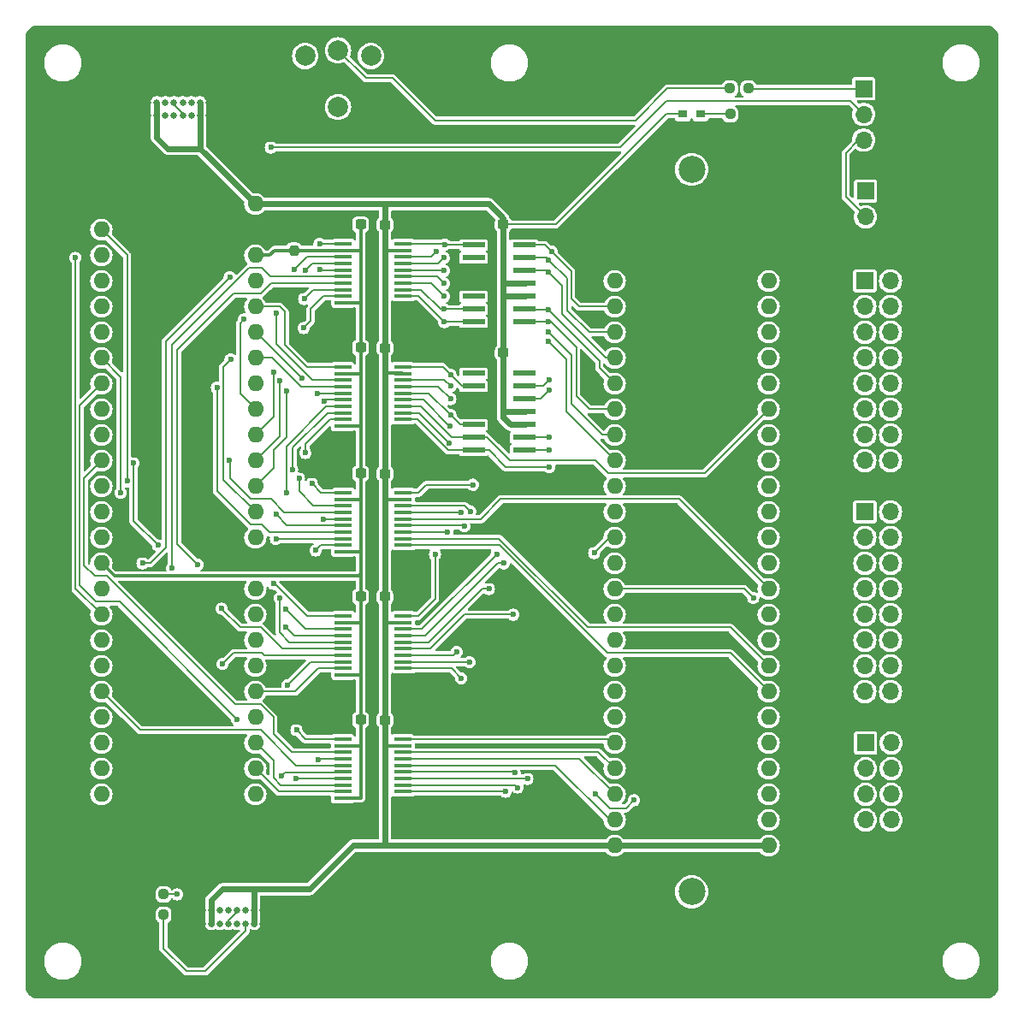
<source format=gbr>
G04 #@! TF.GenerationSoftware,KiCad,Pcbnew,8.0.4+dfsg-1*
G04 #@! TF.CreationDate,2025-03-02T09:41:49+09:00*
G04 #@! TF.ProjectId,bionic-base,62696f6e-6963-42d6-9261-73652e6b6963,14*
G04 #@! TF.SameCoordinates,Original*
G04 #@! TF.FileFunction,Copper,L1,Top*
G04 #@! TF.FilePolarity,Positive*
%FSLAX46Y46*%
G04 Gerber Fmt 4.6, Leading zero omitted, Abs format (unit mm)*
G04 Created by KiCad (PCBNEW 8.0.4+dfsg-1) date 2025-03-02 09:41:49*
%MOMM*%
%LPD*%
G01*
G04 APERTURE LIST*
G04 Aperture macros list*
%AMRoundRect*
0 Rectangle with rounded corners*
0 $1 Rounding radius*
0 $2 $3 $4 $5 $6 $7 $8 $9 X,Y pos of 4 corners*
0 Add a 4 corners polygon primitive as box body*
4,1,4,$2,$3,$4,$5,$6,$7,$8,$9,$2,$3,0*
0 Add four circle primitives for the rounded corners*
1,1,$1+$1,$2,$3*
1,1,$1+$1,$4,$5*
1,1,$1+$1,$6,$7*
1,1,$1+$1,$8,$9*
0 Add four rect primitives between the rounded corners*
20,1,$1+$1,$2,$3,$4,$5,0*
20,1,$1+$1,$4,$5,$6,$7,0*
20,1,$1+$1,$6,$7,$8,$9,0*
20,1,$1+$1,$8,$9,$2,$3,0*%
G04 Aperture macros list end*
G04 #@! TA.AperFunction,SMDPad,CuDef*
%ADD10RoundRect,0.237500X-0.300000X-0.237500X0.300000X-0.237500X0.300000X0.237500X-0.300000X0.237500X0*%
G04 #@! TD*
G04 #@! TA.AperFunction,SMDPad,CuDef*
%ADD11R,1.761998X0.354800*%
G04 #@! TD*
G04 #@! TA.AperFunction,SMDPad,CuDef*
%ADD12R,0.965200X0.762000*%
G04 #@! TD*
G04 #@! TA.AperFunction,ComponentPad*
%ADD13R,1.600000X1.600000*%
G04 #@! TD*
G04 #@! TA.AperFunction,ComponentPad*
%ADD14O,1.600000X1.600000*%
G04 #@! TD*
G04 #@! TA.AperFunction,ComponentPad*
%ADD15R,1.700000X1.700000*%
G04 #@! TD*
G04 #@! TA.AperFunction,ComponentPad*
%ADD16O,1.700000X1.700000*%
G04 #@! TD*
G04 #@! TA.AperFunction,SMDPad,CuDef*
%ADD17RoundRect,0.237500X0.250000X0.237500X-0.250000X0.237500X-0.250000X-0.237500X0.250000X-0.237500X0*%
G04 #@! TD*
G04 #@! TA.AperFunction,SMDPad,CuDef*
%ADD18RoundRect,0.237500X0.300000X0.237500X-0.300000X0.237500X-0.300000X-0.237500X0.300000X-0.237500X0*%
G04 #@! TD*
G04 #@! TA.AperFunction,ComponentPad*
%ADD19C,2.670000*%
G04 #@! TD*
G04 #@! TA.AperFunction,SMDPad,CuDef*
%ADD20RoundRect,0.237500X-0.250000X-0.237500X0.250000X-0.237500X0.250000X0.237500X-0.250000X0.237500X0*%
G04 #@! TD*
G04 #@! TA.AperFunction,SMDPad,CuDef*
%ADD21RoundRect,0.237500X0.237500X-0.250000X0.237500X0.250000X-0.237500X0.250000X-0.237500X-0.250000X0*%
G04 #@! TD*
G04 #@! TA.AperFunction,SMDPad,CuDef*
%ADD22R,2.269998X0.558000*%
G04 #@! TD*
G04 #@! TA.AperFunction,ComponentPad*
%ADD23C,2.000000*%
G04 #@! TD*
G04 #@! TA.AperFunction,ComponentPad*
%ADD24C,0.650000*%
G04 #@! TD*
G04 #@! TA.AperFunction,ComponentPad*
%ADD25O,0.900000X1.700000*%
G04 #@! TD*
G04 #@! TA.AperFunction,ComponentPad*
%ADD26O,0.900000X2.400000*%
G04 #@! TD*
G04 #@! TA.AperFunction,ViaPad*
%ADD27C,0.600000*%
G04 #@! TD*
G04 #@! TA.AperFunction,Conductor*
%ADD28C,0.200000*%
G04 #@! TD*
G04 #@! TA.AperFunction,Conductor*
%ADD29C,0.300000*%
G04 #@! TD*
G04 #@! TA.AperFunction,Conductor*
%ADD30C,0.600000*%
G04 #@! TD*
G04 #@! TA.AperFunction,Conductor*
%ADD31C,0.354600*%
G04 #@! TD*
G04 APERTURE END LIST*
D10*
X108765000Y-110905000D03*
X110490000Y-110905000D03*
D11*
X104556000Y-112806000D03*
X104556000Y-113456001D03*
X104556000Y-114105999D03*
X104556000Y-114756001D03*
X104556000Y-115405999D03*
X104556000Y-116055998D03*
X104556000Y-116705999D03*
X104556000Y-117355998D03*
X104556000Y-118005999D03*
X104556000Y-118655998D03*
X110498000Y-118656000D03*
X110498000Y-118006002D03*
X110498000Y-117356001D03*
X110498000Y-116706002D03*
X110498000Y-116056001D03*
X110498000Y-115406002D03*
X110498000Y-114756001D03*
X110498000Y-114106002D03*
X110498000Y-113456001D03*
X110498000Y-112806002D03*
D12*
X139976300Y-50950000D03*
X138223700Y-50950000D03*
D13*
X80680000Y-59840000D03*
D14*
X80680000Y-62380000D03*
X80680000Y-64920000D03*
X80680000Y-67460000D03*
X80680000Y-70000000D03*
X80680000Y-72540000D03*
X80680000Y-75080000D03*
X80680000Y-77620000D03*
X80680000Y-80160000D03*
X80680000Y-82700000D03*
X80680000Y-85240000D03*
X80680000Y-87780000D03*
X80680000Y-90320000D03*
X80680000Y-92860000D03*
X80680000Y-95400000D03*
X80680000Y-97940000D03*
X80680000Y-100480000D03*
X80680000Y-103020000D03*
X80680000Y-105560000D03*
X80680000Y-108100000D03*
X80680000Y-110640000D03*
X80680000Y-113180000D03*
X80680000Y-115720000D03*
X80680000Y-118260000D03*
X95920000Y-118260000D03*
X95920000Y-115720000D03*
X95920000Y-113180000D03*
X95920000Y-110640000D03*
X95920000Y-108100000D03*
X95920000Y-105560000D03*
X95920000Y-103020000D03*
X95920000Y-100480000D03*
X95920000Y-97940000D03*
X95920000Y-95400000D03*
X95920000Y-92860000D03*
X95920000Y-90320000D03*
X95920000Y-87780000D03*
X95920000Y-85240000D03*
X95920000Y-82700000D03*
X95920000Y-80160000D03*
X95920000Y-77620000D03*
X95920000Y-75080000D03*
X95920000Y-72540000D03*
X95920000Y-70000000D03*
X95920000Y-67460000D03*
X95920000Y-64920000D03*
X95920000Y-62380000D03*
X95920000Y-59840000D03*
D11*
X104624500Y-63773000D03*
X104624500Y-64423001D03*
X104624500Y-65072999D03*
X104624500Y-65723001D03*
X104624500Y-66372999D03*
X104624500Y-67022998D03*
X104624500Y-67672999D03*
X104624500Y-68322998D03*
X104624500Y-68972999D03*
X104624500Y-69622998D03*
X110566500Y-69623000D03*
X110566500Y-68973002D03*
X110566500Y-68323001D03*
X110566500Y-67673002D03*
X110566500Y-67023001D03*
X110566500Y-66373002D03*
X110566500Y-65723001D03*
X110566500Y-65073002D03*
X110566500Y-64423001D03*
X110566500Y-63773002D03*
D15*
X156310000Y-58565000D03*
D16*
X158850000Y-58565000D03*
X156310000Y-61105000D03*
X158850000Y-61105000D03*
D15*
X156245000Y-67450000D03*
D16*
X158785000Y-67450000D03*
X156245000Y-69990000D03*
X158785000Y-69990000D03*
X156245000Y-72530000D03*
X158785000Y-72530000D03*
X156245000Y-75070000D03*
X158785000Y-75070000D03*
X156245000Y-77610000D03*
X158785000Y-77610000D03*
X156245000Y-80150000D03*
X158785000Y-80150000D03*
X156245000Y-82690000D03*
X158785000Y-82690000D03*
X156245000Y-85230000D03*
X158785000Y-85230000D03*
D17*
X86824900Y-128166000D03*
X84999900Y-128166000D03*
D18*
X106334000Y-74064000D03*
X104609000Y-74064000D03*
D11*
X104624500Y-88422000D03*
X104624500Y-89072001D03*
X104624500Y-89721999D03*
X104624500Y-90372001D03*
X104624500Y-91021999D03*
X104624500Y-91671998D03*
X104624500Y-92321999D03*
X104624500Y-92971998D03*
X104624500Y-93621999D03*
X104624500Y-94271998D03*
X110566500Y-94272000D03*
X110566500Y-93622002D03*
X110566500Y-92972001D03*
X110566500Y-92322002D03*
X110566500Y-91672001D03*
X110566500Y-91022002D03*
X110566500Y-90372001D03*
X110566500Y-89722002D03*
X110566500Y-89072001D03*
X110566500Y-88422002D03*
D17*
X86824900Y-130198000D03*
X84999900Y-130198000D03*
D18*
X106334000Y-110894000D03*
X104609000Y-110894000D03*
D13*
X131480000Y-64920000D03*
D14*
X131480000Y-67460000D03*
X131480000Y-70000000D03*
X131480000Y-72540000D03*
X131480000Y-75080000D03*
X131480000Y-77620000D03*
X131480000Y-80160000D03*
X131480000Y-82700000D03*
X131480000Y-85240000D03*
X131480000Y-87780000D03*
X131480000Y-90320000D03*
X131480000Y-92860000D03*
X131480000Y-95400000D03*
X131480000Y-97940000D03*
X131480000Y-100480000D03*
X131480000Y-103020000D03*
X131480000Y-105560000D03*
X131480000Y-108100000D03*
X131480000Y-110640000D03*
X131480000Y-113180000D03*
X131480000Y-115720000D03*
X131480000Y-118260000D03*
X131480000Y-120800000D03*
X131480000Y-123340000D03*
X146720000Y-123340000D03*
X146720000Y-120800000D03*
X146720000Y-118260000D03*
X146720000Y-115720000D03*
X146720000Y-113180000D03*
X146720000Y-110640000D03*
X146720000Y-108100000D03*
X146720000Y-105560000D03*
X146720000Y-103020000D03*
X146720000Y-100480000D03*
X146720000Y-97940000D03*
X146720000Y-95400000D03*
X146720000Y-92860000D03*
X146720000Y-90320000D03*
X146720000Y-87780000D03*
X146720000Y-85240000D03*
X146720000Y-82700000D03*
X146720000Y-80160000D03*
X146720000Y-77620000D03*
X146720000Y-75080000D03*
X146720000Y-72540000D03*
X146720000Y-70000000D03*
X146720000Y-67460000D03*
X146720000Y-64920000D03*
D19*
X139100000Y-127910000D03*
X139100000Y-56410000D03*
D18*
X120456900Y-61872000D03*
X118731900Y-61872000D03*
D10*
X108721600Y-98702000D03*
X110446600Y-98702000D03*
D15*
X156310000Y-113180000D03*
D16*
X158850000Y-113180000D03*
X156310000Y-115720000D03*
X158850000Y-115720000D03*
X156310000Y-118260000D03*
X158850000Y-118260000D03*
X156310000Y-120800000D03*
X158850000Y-120800000D03*
D10*
X108765000Y-74075000D03*
X110490000Y-74075000D03*
D20*
X142886500Y-48410000D03*
X144711500Y-48410000D03*
D21*
X99730000Y-64435500D03*
X99730000Y-62610500D03*
D22*
X117510000Y-63904000D03*
X117510000Y-65174000D03*
X117510000Y-66444000D03*
X117510000Y-67714000D03*
X117510000Y-68984000D03*
X117510000Y-70254000D03*
X117510000Y-71524000D03*
X122537600Y-71524000D03*
X122537600Y-70254000D03*
X122537600Y-68984000D03*
X122537600Y-67714000D03*
X122537600Y-66444000D03*
X122537600Y-65174000D03*
X122537600Y-63904000D03*
D20*
X142910000Y-50950000D03*
X144735000Y-50950000D03*
D18*
X120456900Y-74572000D03*
X118731900Y-74572000D03*
X106334000Y-98702000D03*
X104609000Y-98702000D03*
D10*
X108765000Y-61883000D03*
X110490000Y-61883000D03*
D18*
X106334000Y-86510000D03*
X104609000Y-86510000D03*
D15*
X156245000Y-90310000D03*
D16*
X158785000Y-90310000D03*
X156245000Y-92850000D03*
X158785000Y-92850000D03*
X156245000Y-95390000D03*
X158785000Y-95390000D03*
X156245000Y-97930000D03*
X158785000Y-97930000D03*
X156245000Y-100470000D03*
X158785000Y-100470000D03*
X156245000Y-103010000D03*
X158785000Y-103010000D03*
X156245000Y-105550000D03*
X158785000Y-105550000D03*
X156245000Y-108090000D03*
X158785000Y-108090000D03*
D11*
X104556000Y-75976000D03*
X104556000Y-76626001D03*
X104556000Y-77275999D03*
X104556000Y-77926001D03*
X104556000Y-78575999D03*
X104556000Y-79225998D03*
X104556000Y-79875999D03*
X104556000Y-80525998D03*
X104556000Y-81175999D03*
X104556000Y-81825998D03*
X110498000Y-81826000D03*
X110498000Y-81176002D03*
X110498000Y-80526001D03*
X110498000Y-79876002D03*
X110498000Y-79226001D03*
X110498000Y-78576002D03*
X110498000Y-77926001D03*
X110498000Y-77276002D03*
X110498000Y-76626001D03*
X110498000Y-75976002D03*
D15*
X156118000Y-48425000D03*
D16*
X156118000Y-50965000D03*
X156118000Y-53505000D03*
D10*
X108765000Y-86521000D03*
X110490000Y-86521000D03*
D23*
X100850000Y-45180000D03*
X107350000Y-45180000D03*
X100850000Y-49680000D03*
X107350000Y-49680000D03*
X104100000Y-44630000D03*
X104100000Y-50230000D03*
D11*
X104624500Y-100614000D03*
X104624500Y-101264001D03*
X104624500Y-101913999D03*
X104624500Y-102564001D03*
X104624500Y-103213999D03*
X104624500Y-103863998D03*
X104624500Y-104513999D03*
X104624500Y-105163998D03*
X104624500Y-105813999D03*
X104624500Y-106463998D03*
X110566500Y-106464000D03*
X110566500Y-105814002D03*
X110566500Y-105164001D03*
X110566500Y-104514002D03*
X110566500Y-103864001D03*
X110566500Y-103214002D03*
X110566500Y-102564001D03*
X110566500Y-101914002D03*
X110566500Y-101264001D03*
X110566500Y-100614002D03*
D22*
X117510000Y-76604000D03*
X117510000Y-77874000D03*
X117510000Y-79144000D03*
X117510000Y-80414000D03*
X117510000Y-81684000D03*
X117510000Y-82954000D03*
X117510000Y-84224000D03*
X122537600Y-84224000D03*
X122537600Y-82954000D03*
X122537600Y-81684000D03*
X122537600Y-80414000D03*
X122537600Y-79144000D03*
X122537600Y-77874000D03*
X122537600Y-76604000D03*
D24*
X90703000Y-129700500D03*
X91553000Y-129700500D03*
X92403000Y-129700500D03*
X93253000Y-129700500D03*
X94103000Y-129700500D03*
X94953000Y-129700500D03*
X95803000Y-129700500D03*
X96653000Y-129700500D03*
X96653000Y-131050500D03*
X95803000Y-131050500D03*
X94953000Y-131050500D03*
X94103000Y-131050500D03*
X93253000Y-131050500D03*
X92403000Y-131050500D03*
X91553000Y-131050500D03*
X90703000Y-131050500D03*
D25*
X89353000Y-134060500D03*
X98003000Y-134060500D03*
D26*
X89353000Y-130680500D03*
X98003000Y-130680500D03*
D18*
X106334000Y-61872000D03*
X104609000Y-61872000D03*
D24*
X85325000Y-51119000D03*
X86175000Y-51119000D03*
X87025000Y-51119000D03*
X87875000Y-51119000D03*
X88725000Y-51119000D03*
X89575000Y-51119000D03*
X90425000Y-51119000D03*
X91275000Y-51119000D03*
X91275000Y-49769000D03*
X90425000Y-49769000D03*
X89575000Y-49769000D03*
X88725000Y-49769000D03*
X87875000Y-49769000D03*
X87025000Y-49769000D03*
X86175000Y-49769000D03*
X85325000Y-49769000D03*
D25*
X83975000Y-46759000D03*
X92625000Y-46759000D03*
D26*
X83975000Y-50139000D03*
X92625000Y-50139000D03*
D27*
X103413000Y-74064000D03*
X156880000Y-64285000D03*
X123860000Y-129690000D03*
X103413000Y-86510000D03*
X76870000Y-52347000D03*
X91602000Y-73556000D03*
X141640000Y-87780000D03*
X88300000Y-120927000D03*
X139100000Y-96670000D03*
X111668000Y-86510000D03*
X90205000Y-84351000D03*
X103413000Y-110894000D03*
X111668000Y-110894000D03*
X111668000Y-61872000D03*
X111668000Y-98702000D03*
X111668000Y-74064000D03*
X157515000Y-124229000D03*
X87030000Y-99210000D03*
X117510000Y-74572000D03*
X103413000Y-61872000D03*
X85125000Y-80160000D03*
X123860000Y-110767000D03*
X100492000Y-122451000D03*
X92999000Y-94638000D03*
X157769000Y-87780000D03*
X103413000Y-98702000D03*
X80553000Y-56411000D03*
X78267000Y-127150000D03*
X117510000Y-61872000D03*
X115097000Y-96670000D03*
X121447000Y-52601000D03*
X88173000Y-62380000D03*
X157642000Y-110513000D03*
X103667000Y-95654000D03*
X84490000Y-104290000D03*
X83220000Y-87272000D03*
X97952000Y-90574000D03*
X92110000Y-78001000D03*
X101508000Y-87526000D03*
X100238000Y-87018000D03*
X93345000Y-85240000D03*
X97952000Y-92987000D03*
X82585000Y-88415000D03*
X99984000Y-111910000D03*
X94078500Y-110830500D03*
X92678350Y-105366350D03*
X86268000Y-93622000D03*
X83855000Y-85494000D03*
X92554500Y-99880000D03*
X97698000Y-97432000D03*
X98933000Y-101750000D03*
X98933000Y-99972000D03*
X84744000Y-95400000D03*
X93380000Y-67079000D03*
X97444000Y-54252000D03*
X78121000Y-65174000D03*
X99568000Y-86090900D03*
X100873000Y-84478000D03*
X101889000Y-94130000D03*
X99930336Y-116703135D03*
X98460000Y-116482000D03*
X102143000Y-114805999D03*
X102651000Y-91072000D03*
X99095000Y-107465000D03*
X102701800Y-79321800D03*
X98968000Y-88415000D03*
X87685235Y-95887765D03*
X90205000Y-95527000D03*
X98333000Y-98829000D03*
X100869100Y-66363900D03*
X93472000Y-75207000D03*
X102320800Y-66342400D03*
X98968000Y-78382000D03*
X100702735Y-72115735D03*
X98333000Y-77366000D03*
X97698000Y-76477000D03*
X100746000Y-69238000D03*
X94777000Y-71270000D03*
X99738800Y-66351200D03*
X102270000Y-63773000D03*
X100492000Y-77112000D03*
X102016000Y-78576000D03*
X97952000Y-70670000D03*
X114677900Y-63840500D03*
X113827000Y-64569871D03*
X125257000Y-64569871D03*
X114563600Y-65174000D03*
X124939500Y-65364500D03*
X114589000Y-66444000D03*
X124876000Y-66571000D03*
X124876000Y-70263400D03*
X114589000Y-67714000D03*
X124906598Y-71524000D03*
X114589000Y-68984000D03*
X114589000Y-70254000D03*
X124876000Y-72540000D03*
X114614400Y-71524000D03*
X124876000Y-73429000D03*
X113700000Y-94511000D03*
X119796000Y-94472500D03*
X129448000Y-94384000D03*
X120507200Y-95400000D03*
X145196000Y-98829000D03*
X119034000Y-97940000D03*
X121447000Y-100480000D03*
X115833600Y-104150000D03*
X117103600Y-105153600D03*
X116290800Y-106779200D03*
X120685000Y-118006000D03*
X129575000Y-118260000D03*
X133395500Y-118850200D03*
X121868800Y-117584200D03*
X122844000Y-116736000D03*
X121574000Y-116101000D03*
X114919200Y-92272000D03*
X116595600Y-91742400D03*
X116240000Y-90370800D03*
X117179800Y-90243800D03*
X117459200Y-87620700D03*
X125003000Y-85875000D03*
X115127315Y-83507885D03*
X125003000Y-84224000D03*
X125003000Y-82954000D03*
X115173200Y-81785600D03*
X115224000Y-80718800D03*
X125003000Y-78255000D03*
X115224000Y-79144000D03*
X125003000Y-77239000D03*
X115224000Y-77874000D03*
X115224000Y-76731000D03*
X88173000Y-128166000D03*
D28*
X83220000Y-64920000D02*
X80680000Y-62380000D01*
X99050000Y-91672000D02*
X104624500Y-91672000D01*
X97952000Y-90574000D02*
X99050000Y-91672000D01*
X83220000Y-87272000D02*
X83220000Y-64920000D01*
X92110000Y-78001000D02*
X92110000Y-88288000D01*
X95412000Y-91590000D02*
X96555000Y-91590000D01*
X97287000Y-92322000D02*
X104624500Y-92322000D01*
X96555000Y-91590000D02*
X97287000Y-92322000D01*
X92110000Y-88288000D02*
X95412000Y-91590000D01*
X102422400Y-88440400D02*
X104606100Y-88440400D01*
X104606100Y-88440400D02*
X104624500Y-88422000D01*
X101508000Y-87526000D02*
X102422400Y-88440400D01*
X100238000Y-88288000D02*
X101672000Y-89722000D01*
X101672000Y-89722000D02*
X104624500Y-89722000D01*
X100238000Y-87018000D02*
X100238000Y-88288000D01*
X93380000Y-87018000D02*
X95412000Y-89050000D01*
X95412000Y-89050000D02*
X97444000Y-89050000D01*
X98766000Y-90372000D02*
X104624500Y-90372000D01*
X93345000Y-85240000D02*
X93380000Y-85275000D01*
X97444000Y-89050000D02*
X98766000Y-90372000D01*
X93380000Y-85275000D02*
X93380000Y-87018000D01*
X82585000Y-88415000D02*
X82585000Y-76985000D01*
X103778800Y-92972000D02*
X104624500Y-92972000D01*
X82585000Y-76985000D02*
X80680000Y-75080000D01*
X103763800Y-92987000D02*
X103778800Y-92972000D01*
X97952000Y-92987000D02*
X103763800Y-92987000D01*
X94078500Y-110830500D02*
X82458000Y-99210000D01*
X80156182Y-99210000D02*
X78521000Y-97574818D01*
X78521000Y-97574818D02*
X78521000Y-79779000D01*
X99984000Y-111910000D02*
X100880000Y-112806000D01*
X82458000Y-99210000D02*
X80156182Y-99210000D01*
X100880000Y-112806000D02*
X104556000Y-112806000D01*
X78521000Y-79779000D02*
X80680000Y-77620000D01*
X96555000Y-104290000D02*
X96779000Y-104514000D01*
X96779000Y-104514000D02*
X104624500Y-104514000D01*
X92678350Y-105366350D02*
X93754700Y-104290000D01*
X93754700Y-104290000D02*
X96555000Y-104290000D01*
X92554500Y-99880000D02*
X92554500Y-99908500D01*
X94396000Y-101750000D02*
X96478800Y-101750000D01*
X86268000Y-93622000D02*
X83855000Y-91209000D01*
X92554500Y-99908500D02*
X94396000Y-101750000D01*
X98592798Y-103863998D02*
X104624500Y-103863998D01*
X83855000Y-91209000D02*
X83855000Y-85494000D01*
X96478800Y-101750000D02*
X98592798Y-103863998D01*
X96428000Y-109370000D02*
X93888000Y-109370000D01*
X78952800Y-86967200D02*
X80680000Y-85240000D01*
X97698000Y-112291000D02*
X97698000Y-110640000D01*
X97698000Y-110640000D02*
X96428000Y-109370000D01*
X104556000Y-114106000D02*
X99513000Y-114106000D01*
X93888000Y-109370000D02*
X81188000Y-96670000D01*
X80045000Y-96670000D02*
X78952800Y-95577800D01*
X78952800Y-95577800D02*
X78952800Y-86967200D01*
X81188000Y-96670000D02*
X80045000Y-96670000D01*
X99513000Y-114106000D02*
X97698000Y-112291000D01*
X97698000Y-97432000D02*
X97848100Y-97432000D01*
X101030100Y-100614000D02*
X104624500Y-100614000D01*
X97848100Y-97432000D02*
X101030100Y-100614000D01*
X99747000Y-102564000D02*
X104624500Y-102564000D01*
X98933000Y-101750000D02*
X99747000Y-102564000D01*
X98933000Y-99972000D02*
X100875000Y-101914000D01*
X100875000Y-101914000D02*
X104624500Y-101914000D01*
D29*
X104624000Y-101264000D02*
X104624500Y-101264000D01*
X106334000Y-118641000D02*
X106319000Y-118656000D01*
X106319000Y-106464000D02*
X106334000Y-106449000D01*
X104556000Y-76626000D02*
X106312000Y-76626000D01*
X106312000Y-101264000D02*
X106334000Y-101242000D01*
X106312000Y-76626000D02*
X106334000Y-76604000D01*
X97814000Y-64423000D02*
X106323000Y-64423000D01*
X104624000Y-69623000D02*
X104624500Y-69623000D01*
X106334000Y-64412000D02*
X106334000Y-69619000D01*
X106334000Y-61872000D02*
X106334000Y-64412000D01*
X106323000Y-64423000D02*
X106334000Y-64412000D01*
X106334000Y-94257000D02*
X106334000Y-96416000D01*
X106334000Y-96416000D02*
X106334000Y-98713000D01*
X106334000Y-81811000D02*
X106334000Y-86521000D01*
X106334000Y-113434000D02*
X106334000Y-118641000D01*
X104624500Y-101264000D02*
X106312000Y-101264000D01*
X106334000Y-110905000D02*
X106334000Y-113434000D01*
X97317000Y-64920000D02*
X97814000Y-64423000D01*
X106334000Y-74075000D02*
X106334000Y-76604000D01*
X106334000Y-89050000D02*
X106334000Y-94257000D01*
X104556000Y-81826000D02*
X106319000Y-81826000D01*
X95920000Y-64920000D02*
X97317000Y-64920000D01*
X106334000Y-76604000D02*
X106334000Y-81811000D01*
X106334000Y-86521000D02*
X106334000Y-89050000D01*
X106080000Y-96670000D02*
X106334000Y-96416000D01*
X104624500Y-89072000D02*
X106312000Y-89072000D01*
X106330000Y-69623000D02*
X106334000Y-69619000D01*
X106334000Y-69619000D02*
X106334000Y-74075000D01*
X106334000Y-106449000D02*
X106334000Y-110905000D01*
X80680000Y-95400000D02*
X81950000Y-96670000D01*
X106319000Y-118656000D02*
X104556000Y-118656000D01*
X104624000Y-89072000D02*
X104624500Y-89072000D01*
X106334000Y-98713000D02*
X106334000Y-101242000D01*
X104624500Y-106464000D02*
X106319000Y-106464000D01*
X81950000Y-96670000D02*
X106080000Y-96670000D01*
X104624500Y-94272000D02*
X106319000Y-94272000D01*
X106312000Y-113456000D02*
X106334000Y-113434000D01*
X106319000Y-94272000D02*
X106334000Y-94257000D01*
X104624000Y-94272000D02*
X104624500Y-94272000D01*
X104624000Y-106464000D02*
X104624500Y-106464000D01*
X106312000Y-89072000D02*
X106334000Y-89050000D01*
X106319000Y-81826000D02*
X106334000Y-81811000D01*
X104556000Y-113456000D02*
X106312000Y-113456000D01*
X106334000Y-101242000D02*
X106334000Y-106449000D01*
X104624500Y-69623000D02*
X106330000Y-69623000D01*
D28*
X87030000Y-73429000D02*
X87030000Y-93876000D01*
X87030000Y-93876000D02*
X85506000Y-95400000D01*
X85506000Y-95400000D02*
X84744000Y-95400000D01*
X93380000Y-67079000D02*
X87030000Y-73429000D01*
X154833000Y-49680000D02*
X156118000Y-50965000D01*
X156118000Y-50965000D02*
X156880000Y-50965000D01*
X78121000Y-97921000D02*
X80680000Y-100480000D01*
X136560000Y-49680000D02*
X154833000Y-49680000D01*
X97444000Y-54252000D02*
X131988000Y-54252000D01*
X78121000Y-65174000D02*
X78121000Y-97921000D01*
X131988000Y-54252000D02*
X136560000Y-49680000D01*
X99603000Y-86055900D02*
X99603000Y-83970000D01*
X99603000Y-83970000D02*
X103047000Y-80526000D01*
X103047000Y-80526000D02*
X104556000Y-80526000D01*
X99568000Y-86090900D02*
X99603000Y-86055900D01*
X100873000Y-83589000D02*
X103286000Y-81176000D01*
X100873000Y-84478000D02*
X100873000Y-83589000D01*
X103286000Y-81176000D02*
X104556000Y-81176000D01*
X104556000Y-115405999D02*
X99923999Y-115405999D01*
X96428000Y-111910000D02*
X84490000Y-111910000D01*
X84490000Y-111910000D02*
X80680000Y-108100000D01*
X99923999Y-115405999D02*
X96428000Y-111910000D01*
X102397000Y-93622000D02*
X104624500Y-93622000D01*
X101889000Y-94130000D02*
X102397000Y-93622000D01*
X99930336Y-116703135D02*
X99933200Y-116705999D01*
X99933200Y-116705999D02*
X104556000Y-116705999D01*
X104536400Y-116075600D02*
X104556000Y-116056000D01*
X104536398Y-116075600D02*
X104556000Y-116055998D01*
X98866400Y-116075600D02*
X104536398Y-116075600D01*
X98460000Y-116482000D02*
X98866400Y-116075600D01*
X102194199Y-114754800D02*
X104554799Y-114754800D01*
X102143000Y-114805999D02*
X102194199Y-114754800D01*
X104554799Y-114754800D02*
X104556000Y-114756001D01*
X102701000Y-91022000D02*
X104624500Y-91022000D01*
X102651000Y-91072000D02*
X102701000Y-91022000D01*
X95920000Y-115720000D02*
X98206000Y-118006000D01*
X98206000Y-118006000D02*
X104556000Y-118006000D01*
X98445000Y-117356000D02*
X97698000Y-116609000D01*
X97698000Y-116609000D02*
X97698000Y-114958000D01*
X104556000Y-117356000D02*
X98445000Y-117356000D01*
X97698000Y-114958000D02*
X95920000Y-113180000D01*
X99095000Y-107465000D02*
X101396000Y-105164000D01*
X101396000Y-105164000D02*
X104624500Y-105164000D01*
X96428000Y-110640000D02*
X95920000Y-110640000D01*
X95920000Y-108100000D02*
X99857000Y-108100000D01*
X99857000Y-108100000D02*
X102143000Y-105814000D01*
X102143000Y-105814000D02*
X104624500Y-105814000D01*
X102797602Y-79225998D02*
X104556000Y-79225998D01*
X102701800Y-79321800D02*
X102797602Y-79225998D01*
X102935000Y-79876000D02*
X104556000Y-79876000D01*
X98968000Y-83843000D02*
X102935000Y-79876000D01*
X98968000Y-88415000D02*
X98968000Y-83843000D01*
X95285000Y-66190000D02*
X96555000Y-66190000D01*
X96555000Y-66190000D02*
X97387998Y-67022998D01*
X87665000Y-73810000D02*
X95285000Y-66190000D01*
X97387998Y-67022998D02*
X104624500Y-67022998D01*
X87685235Y-95887765D02*
X87665000Y-95867530D01*
X87665000Y-95867530D02*
X87665000Y-73810000D01*
X104560500Y-67087000D02*
X104624500Y-67023000D01*
X88173000Y-74318000D02*
X93761000Y-68730000D01*
X104614700Y-67663200D02*
X104624500Y-67673000D01*
X90205000Y-95527000D02*
X88173000Y-93495000D01*
X96428000Y-68730000D02*
X97494800Y-67663200D01*
X97494800Y-67663200D02*
X104614700Y-67663200D01*
X93761000Y-68730000D02*
X96428000Y-68730000D01*
X88173000Y-93495000D02*
X88173000Y-74318000D01*
X98333000Y-98829000D02*
X98333000Y-102258000D01*
X98333000Y-102258000D02*
X99289000Y-103214000D01*
X99289000Y-103214000D02*
X104624500Y-103214000D01*
X92745000Y-75934000D02*
X92745000Y-87145000D01*
X92745000Y-87145000D02*
X95920000Y-90320000D01*
X100869100Y-66363900D02*
X101510000Y-65723000D01*
X101510000Y-65723000D02*
X104624500Y-65723000D01*
X93472000Y-75207000D02*
X92745000Y-75934000D01*
X98968000Y-78382000D02*
X98968000Y-82954000D01*
X97698000Y-84224000D02*
X97698000Y-86002000D01*
X98968000Y-82954000D02*
X97698000Y-84224000D01*
X97698000Y-86002000D02*
X95920000Y-87780000D01*
X102351400Y-66373000D02*
X104624500Y-66373000D01*
X102320800Y-66342400D02*
X102351400Y-66373000D01*
X102662000Y-68973000D02*
X104624500Y-68973000D01*
X101381000Y-70254000D02*
X102662000Y-68973000D01*
X98333000Y-77366000D02*
X98333000Y-82827000D01*
X98333000Y-82827000D02*
X95920000Y-85240000D01*
X101381000Y-71437470D02*
X101381000Y-70254000D01*
X100702735Y-72115735D02*
X101381000Y-71437470D01*
X101661000Y-68323000D02*
X104624500Y-68323000D01*
X97698000Y-80922000D02*
X95920000Y-82700000D01*
X100746000Y-69238000D02*
X101661000Y-68323000D01*
X97698000Y-76477000D02*
X97698000Y-80922000D01*
X99738800Y-66351200D02*
X101017000Y-65073000D01*
X94777000Y-71270000D02*
X94396000Y-71651000D01*
X101017000Y-65073000D02*
X104624500Y-65073000D01*
X94396000Y-71651000D02*
X94396000Y-78636000D01*
X94396000Y-78636000D02*
X95920000Y-80160000D01*
X102270000Y-63773000D02*
X104624500Y-63773000D01*
X100415800Y-77924800D02*
X97571000Y-75080000D01*
X104554800Y-77924800D02*
X100415800Y-77924800D01*
X97571000Y-75080000D02*
X95920000Y-75080000D01*
X104556000Y-77926000D02*
X104554800Y-77924800D01*
X102016000Y-78576000D02*
X104556000Y-78576000D01*
X100492000Y-77112000D02*
X95920000Y-72540000D01*
X101007000Y-75976000D02*
X98841000Y-73810000D01*
X104556000Y-75976000D02*
X101007000Y-75976000D01*
X98841000Y-70508000D02*
X98333000Y-70000000D01*
X98841000Y-73810000D02*
X98841000Y-70508000D01*
X98333000Y-70000000D02*
X95920000Y-70000000D01*
X97952000Y-70670000D02*
X97952000Y-73683000D01*
X101545000Y-77276000D02*
X104556000Y-77276000D01*
X97952000Y-73683000D02*
X101545000Y-77276000D01*
D30*
X103540000Y-125372000D02*
X105572000Y-123340000D01*
X86175000Y-51119000D02*
X86175000Y-49769000D01*
X95793000Y-127658000D02*
X92618000Y-127658000D01*
X121891500Y-81684000D02*
X122590000Y-81684000D01*
X108747000Y-59840000D02*
X119034000Y-59840000D01*
D31*
X110451300Y-76579300D02*
X110498000Y-76626000D01*
D30*
X120457000Y-62273600D02*
X120457000Y-68349000D01*
X91553000Y-131050000D02*
X91553000Y-131050500D01*
D28*
X125638000Y-61872000D02*
X120456900Y-61872000D01*
D30*
X108765000Y-123322000D02*
X108747000Y-123340000D01*
X120457000Y-61262900D02*
X120457000Y-62273600D01*
X86175000Y-53270000D02*
X86175000Y-51119000D01*
X120457000Y-74200700D02*
X120456900Y-74200800D01*
D28*
X138223700Y-50950000D02*
X136560000Y-50950000D01*
D30*
X120456900Y-74200800D02*
X120456900Y-74572000D01*
D31*
X108765000Y-64423000D02*
X110566500Y-64423000D01*
D30*
X105572000Y-123340000D02*
X131480000Y-123340000D01*
X108765000Y-74075000D02*
X108765000Y-76579300D01*
X90425000Y-51119000D02*
X90425000Y-49769000D01*
D31*
X108765000Y-89072000D02*
X110566500Y-89072000D01*
D30*
X108765000Y-97443000D02*
X108721600Y-97486400D01*
X108765000Y-64423000D02*
X108765000Y-74075000D01*
X108765000Y-89072000D02*
X108765000Y-97443000D01*
D31*
X108765000Y-113456000D02*
X110498000Y-113456000D01*
D30*
X120456900Y-62273500D02*
X120456900Y-61872000D01*
X90425000Y-54345000D02*
X87250000Y-54345000D01*
X90425000Y-54345000D02*
X90425000Y-51119000D01*
X108765000Y-61883000D02*
X108765000Y-59858000D01*
X108765000Y-61883000D02*
X108765000Y-64423000D01*
X120457000Y-74200700D02*
X120457000Y-80947900D01*
X120457000Y-80414000D02*
X122590000Y-80414000D01*
X120457000Y-68984000D02*
X122590000Y-68984000D01*
X95803000Y-131050000D02*
X95803000Y-131050500D01*
X108765000Y-59858000D02*
X108747000Y-59840000D01*
X131480000Y-123340000D02*
X146720000Y-123340000D01*
D31*
X108765000Y-76579300D02*
X110451300Y-76579300D01*
D30*
X87250000Y-54345000D02*
X86175000Y-53270000D01*
X120457000Y-80947900D02*
X121193000Y-81684000D01*
X120457000Y-68349000D02*
X120457000Y-74200700D01*
X108765000Y-86521000D02*
X108765000Y-89072000D01*
X120457000Y-67714000D02*
X122590000Y-67714000D01*
X108765000Y-110905000D02*
X108765000Y-113456000D01*
X121193000Y-81684000D02*
X121891500Y-81684000D01*
X108721600Y-97486400D02*
X108721600Y-98702000D01*
X108765000Y-97443000D02*
X108765000Y-101264000D01*
D28*
X136560000Y-50950000D02*
X125638000Y-61872000D01*
D30*
X95793000Y-127658000D02*
X95803000Y-127668000D01*
X95920000Y-59840000D02*
X90425000Y-54345000D01*
X91553000Y-128723000D02*
X91553000Y-129700500D01*
X91553000Y-129700500D02*
X91553000Y-131050000D01*
X101254000Y-127658000D02*
X95793000Y-127658000D01*
X92618000Y-127658000D02*
X91553000Y-128723000D01*
X108765000Y-113456000D02*
X108765000Y-123322000D01*
X119034000Y-59840000D02*
X120457000Y-61262900D01*
X108765000Y-101264000D02*
X108765000Y-110905000D01*
X95803000Y-127668000D02*
X95803000Y-129700500D01*
D31*
X108765000Y-101264000D02*
X110566500Y-101264000D01*
D30*
X120457000Y-62273600D02*
X120456900Y-62273500D01*
X95920000Y-59840000D02*
X108747000Y-59840000D01*
X95803000Y-129700500D02*
X95803000Y-131050000D01*
X103540000Y-125372000D02*
X101254000Y-127658000D01*
X108765000Y-76579300D02*
X108765000Y-86521000D01*
D28*
X114677900Y-63840500D02*
X114741400Y-63904000D01*
X114610402Y-63773002D02*
X110566500Y-63773002D01*
X114677900Y-63840500D02*
X114610402Y-63773002D01*
X114741400Y-63904000D02*
X117562400Y-63904000D01*
X127924000Y-70000000D02*
X131480000Y-70000000D01*
X125257000Y-64569871D02*
X127162000Y-66474871D01*
X113827000Y-64569871D02*
X113323871Y-65073000D01*
X127162000Y-66474871D02*
X127162000Y-69238000D01*
X127162000Y-69238000D02*
X127924000Y-70000000D01*
X124591129Y-63904000D02*
X122590000Y-63904000D01*
X113323871Y-65073000D02*
X110566500Y-65073000D01*
X125257000Y-64569871D02*
X124591129Y-63904000D01*
X128940000Y-72540000D02*
X131480000Y-72540000D01*
X114563600Y-65174000D02*
X114014600Y-65723000D01*
X126762000Y-70362000D02*
X128940000Y-72540000D01*
X124939500Y-65364500D02*
X124749000Y-65174000D01*
X124939500Y-65364500D02*
X126762000Y-67187000D01*
X126762000Y-67187000D02*
X126762000Y-70362000D01*
X124749000Y-65174000D02*
X122590000Y-65174000D01*
X114014600Y-65723000D02*
X110566500Y-65723000D01*
X126273000Y-67968000D02*
X126273000Y-70762000D01*
X124876000Y-66571000D02*
X124749000Y-66444000D01*
X124876000Y-66571000D02*
X126273000Y-67968000D01*
X124749000Y-66444000D02*
X122590000Y-66444000D01*
X126273000Y-70762000D02*
X130591000Y-75080000D01*
X110566500Y-66373002D02*
X114518002Y-66373002D01*
X114518002Y-66373002D02*
X114589000Y-66444000D01*
X130591000Y-75080000D02*
X131480000Y-75080000D01*
X113898000Y-67023000D02*
X110566500Y-67023000D01*
X129956000Y-76096000D02*
X131480000Y-77620000D01*
X124876000Y-70263400D02*
X122599400Y-70263400D01*
X129956000Y-75343400D02*
X129956000Y-76096000D01*
X122599400Y-70263400D02*
X122590000Y-70254000D01*
X114589000Y-67714000D02*
X113898000Y-67023000D01*
X124876000Y-70263400D02*
X129956000Y-75343400D01*
X113278000Y-67673000D02*
X110566500Y-67673000D01*
X124906598Y-71524000D02*
X122590000Y-71524000D01*
X125130000Y-71524000D02*
X127670000Y-74064000D01*
X114589000Y-68984000D02*
X113278000Y-67673000D01*
X127670000Y-74064000D02*
X127670000Y-78890000D01*
X127670000Y-78890000D02*
X128940000Y-80160000D01*
X128940000Y-80160000D02*
X131480000Y-80160000D01*
X124906598Y-71524000D02*
X125130000Y-71524000D01*
X124876000Y-72540000D02*
X127162000Y-74826000D01*
X117562400Y-70254000D02*
X114589000Y-70254000D01*
X127162000Y-79652000D02*
X130210000Y-82700000D01*
X112327800Y-68323000D02*
X110566500Y-68323000D01*
X130210000Y-82700000D02*
X131480000Y-82700000D01*
X114258800Y-70254000D02*
X112327800Y-68323000D01*
X114589000Y-70254000D02*
X114258800Y-70254000D01*
X127162000Y-74826000D02*
X127162000Y-79652000D01*
X112063400Y-68973000D02*
X110566500Y-68973000D01*
X114614400Y-71524000D02*
X112063400Y-68973000D01*
X124876000Y-73429000D02*
X126654000Y-75207000D01*
X114614400Y-71524000D02*
X117562400Y-71524000D01*
X126654000Y-80414000D02*
X131480000Y-85240000D01*
X126654000Y-75207000D02*
X126654000Y-80414000D01*
X112042000Y-100614000D02*
X110566500Y-100614000D01*
X113700000Y-94511000D02*
X113700000Y-98956000D01*
X113700000Y-98956000D02*
X112042000Y-100614000D01*
X119796000Y-94511000D02*
X112392998Y-101914002D01*
X119796000Y-94472500D02*
X119796000Y-94511000D01*
X129448000Y-94384000D02*
X130972000Y-92860000D01*
X112392998Y-101914002D02*
X110566500Y-101914002D01*
X130972000Y-92860000D02*
X131480000Y-92860000D01*
X119923000Y-95400000D02*
X112759000Y-102564000D01*
X112759000Y-102564000D02*
X110566500Y-102564000D01*
X120507200Y-95400000D02*
X119923000Y-95400000D01*
X144307000Y-97940000D02*
X131480000Y-97940000D01*
X118373600Y-97940000D02*
X113099600Y-103214000D01*
X145196000Y-98829000D02*
X144307000Y-97940000D01*
X113099600Y-103214000D02*
X110566500Y-103214000D01*
X119034000Y-97940000D02*
X118373600Y-97940000D01*
X113237000Y-103864000D02*
X110566500Y-103864000D01*
X116621000Y-100480000D02*
X113237000Y-103864000D01*
X121447000Y-100480000D02*
X116621000Y-100480000D01*
X115490400Y-104493200D02*
X110587300Y-104493200D01*
X110587300Y-104493200D02*
X110566500Y-104514000D01*
X115833600Y-104150000D02*
X115490400Y-104493200D01*
X117093200Y-105164000D02*
X110566500Y-105164000D01*
X117103600Y-105153600D02*
X117093200Y-105164000D01*
X116290800Y-106779200D02*
X115325600Y-105814000D01*
X115325600Y-105814000D02*
X110566500Y-105814000D01*
X131480000Y-113180000D02*
X131124400Y-112824400D01*
X131124400Y-112824400D02*
X110516400Y-112824400D01*
X110516400Y-112824400D02*
X110498000Y-112806000D01*
X129866000Y-114106000D02*
X110498000Y-114106000D01*
X131480000Y-115720000D02*
X129866000Y-114106000D01*
X131480000Y-118260000D02*
X127976000Y-114756000D01*
X127976000Y-114756000D02*
X110498000Y-114756000D01*
X131480000Y-120800000D02*
X130972000Y-120800000D01*
X130972000Y-120800000D02*
X125578000Y-115406000D01*
X125578000Y-115406000D02*
X110498000Y-115406000D01*
X120685000Y-118006000D02*
X110498000Y-118006000D01*
X121868800Y-117584200D02*
X121640600Y-117356000D01*
X132588700Y-119657000D02*
X133395500Y-118850200D01*
X121640600Y-117356000D02*
X110498000Y-117356000D01*
X129575000Y-118260000D02*
X130972000Y-119657000D01*
X130972000Y-119657000D02*
X132588700Y-119657000D01*
X122844000Y-116736000D02*
X122814000Y-116706000D01*
X122814000Y-116706000D02*
X110498000Y-116706000D01*
X121574000Y-116101000D02*
X121529000Y-116056000D01*
X121529000Y-116056000D02*
X110498000Y-116056000D01*
X146720000Y-108100000D02*
X142910000Y-104290000D01*
X142910000Y-104290000D02*
X130718000Y-104290000D01*
X130718000Y-104290000D02*
X120050000Y-93622000D01*
X120050000Y-93622000D02*
X110566500Y-93622000D01*
X128813000Y-101750000D02*
X120035000Y-92972000D01*
X120035000Y-92972000D02*
X110566500Y-92972000D01*
X146720000Y-105560000D02*
X142910000Y-101750000D01*
X142910000Y-101750000D02*
X128813000Y-101750000D01*
X114919200Y-92272000D02*
X114869200Y-92322000D01*
X114869200Y-92322000D02*
X110566500Y-92322000D01*
X116595600Y-91742400D02*
X116525200Y-91672000D01*
X116525200Y-91672000D02*
X110566500Y-91672000D01*
X137830000Y-89050000D02*
X120202400Y-89050000D01*
X120202400Y-89050000D02*
X118230400Y-91022000D01*
X118230400Y-91022000D02*
X110566500Y-91022000D01*
X146720000Y-97940000D02*
X137830000Y-89050000D01*
X110567700Y-90370800D02*
X110566500Y-90372000D01*
X116240000Y-90370800D02*
X110567700Y-90370800D01*
X117179800Y-90243800D02*
X116658000Y-89722000D01*
X116658000Y-89722000D02*
X110566500Y-89722000D01*
X112042000Y-88422000D02*
X110566500Y-88422000D01*
X117459200Y-87620700D02*
X112843300Y-87620700D01*
X112843300Y-87620700D02*
X112042000Y-88422000D01*
X117562400Y-84224000D02*
X114994900Y-84224000D01*
X119034000Y-84224000D02*
X117562400Y-84224000D01*
X125003000Y-85875000D02*
X120685000Y-85875000D01*
X111946900Y-81176000D02*
X110498000Y-81176000D01*
X120685000Y-85875000D02*
X119034000Y-84224000D01*
X114994900Y-84224000D02*
X111946900Y-81176000D01*
X115127315Y-83507885D02*
X112145430Y-80526000D01*
X112145430Y-80526000D02*
X110498000Y-80526000D01*
X125003000Y-84224000D02*
X122590000Y-84224000D01*
X115376400Y-82954000D02*
X117562400Y-82954000D01*
X146720000Y-80160000D02*
X140370000Y-86510000D01*
X110498000Y-79876000D02*
X112298400Y-79876000D01*
X112298400Y-79876000D02*
X115376400Y-82954000D01*
X121129500Y-85240000D02*
X118843500Y-82954000D01*
X130845000Y-86510000D02*
X129575000Y-85240000D01*
X140370000Y-86510000D02*
X130845000Y-86510000D01*
X129575000Y-85240000D02*
X121129500Y-85240000D01*
X118843500Y-82954000D02*
X117562400Y-82954000D01*
X115122400Y-81785600D02*
X112562800Y-79226000D01*
X125003000Y-82954000D02*
X122590000Y-82954000D01*
X112562800Y-79226000D02*
X110498000Y-79226000D01*
X115173200Y-81785600D02*
X115122400Y-81785600D01*
X115224000Y-80718800D02*
X113081200Y-78576000D01*
X116189200Y-81684000D02*
X117562400Y-81684000D01*
X113081200Y-78576000D02*
X110498000Y-78576000D01*
X115224000Y-80718800D02*
X116189200Y-81684000D01*
X114006000Y-77926000D02*
X110498000Y-77926000D01*
X125003000Y-78255000D02*
X124114000Y-79144000D01*
X124114000Y-79144000D02*
X122590000Y-79144000D01*
X115224000Y-79144000D02*
X114006000Y-77926000D01*
X124368000Y-77874000D02*
X122590000Y-77874000D01*
X125003000Y-77239000D02*
X124368000Y-77874000D01*
X115224000Y-77874000D02*
X114614400Y-77264400D01*
X110509600Y-77264400D02*
X110498000Y-77276000D01*
X114614400Y-77264400D02*
X110509600Y-77264400D01*
X115224000Y-76731000D02*
X116367000Y-77874000D01*
X116367000Y-77874000D02*
X117562400Y-77874000D01*
X115224000Y-76731000D02*
X114462000Y-75969000D01*
X110505000Y-75969000D02*
X110498000Y-75976000D01*
X114462000Y-75969000D02*
X110505000Y-75969000D01*
X136687000Y-48410000D02*
X133512000Y-51585000D01*
X113700000Y-51585000D02*
X109509000Y-47394000D01*
X142886500Y-48410000D02*
X136687000Y-48410000D01*
X106864000Y-47394000D02*
X104100000Y-44630000D01*
X109509000Y-47394000D02*
X106864000Y-47394000D01*
X133512000Y-51585000D02*
X113700000Y-51585000D01*
X88173000Y-128166000D02*
X86824900Y-128166000D01*
X90967000Y-135786000D02*
X89062000Y-135786000D01*
X89062000Y-135786000D02*
X86824900Y-133548900D01*
X94953000Y-131050500D02*
X94953000Y-131800000D01*
X86824900Y-133548900D02*
X86824900Y-129842400D01*
X94953000Y-131800000D02*
X90967000Y-135786000D01*
X94103000Y-129932200D02*
X94103000Y-129700500D01*
X87875000Y-50017000D02*
X87875000Y-49769000D01*
X88725000Y-51119000D02*
X88725000Y-50867000D01*
X93253000Y-131050500D02*
X93253000Y-130782200D01*
X93253000Y-130782200D02*
X94103000Y-129932200D01*
X88725000Y-50867000D02*
X87875000Y-50017000D01*
X139976300Y-50950000D02*
X142910000Y-50950000D01*
X154340000Y-59135000D02*
X156310000Y-61105000D01*
X154340000Y-54767500D02*
X154340000Y-59135000D01*
X156118000Y-53505000D02*
X155602500Y-53505000D01*
X155602500Y-53505000D02*
X154340000Y-54767500D01*
X156118000Y-48425000D02*
X144726500Y-48425000D01*
X144726500Y-48425000D02*
X144711500Y-48410000D01*
G04 #@! TA.AperFunction,Conductor*
G36*
X119243144Y-94041407D02*
G01*
X119279108Y-94090907D01*
X119279108Y-94152093D01*
X119273822Y-94163963D01*
X119210957Y-94315733D01*
X119210955Y-94315741D01*
X119190318Y-94472498D01*
X119192995Y-94492838D01*
X119181842Y-94552998D01*
X119164845Y-94575760D01*
X112256101Y-101484506D01*
X112201584Y-101512283D01*
X112186097Y-101513502D01*
X111846999Y-101513502D01*
X111788808Y-101494595D01*
X111752844Y-101445095D01*
X111747999Y-101414502D01*
X111747998Y-101113500D01*
X111766905Y-101055310D01*
X111816405Y-101019346D01*
X111846998Y-101014500D01*
X112094725Y-101014500D01*
X112094727Y-101014500D01*
X112196588Y-100987207D01*
X112196590Y-100987205D01*
X112196592Y-100987205D01*
X112287908Y-100934483D01*
X112287908Y-100934482D01*
X112287913Y-100934480D01*
X114020480Y-99201913D01*
X114020483Y-99201908D01*
X114073205Y-99110592D01*
X114073205Y-99110590D01*
X114073207Y-99110588D01*
X114100500Y-99008727D01*
X114100500Y-98903273D01*
X114100500Y-95008071D01*
X114119407Y-94949880D01*
X114126715Y-94941324D01*
X114128282Y-94939282D01*
X114224536Y-94813841D01*
X114285044Y-94667762D01*
X114305682Y-94511000D01*
X114285044Y-94354238D01*
X114277894Y-94336976D01*
X114224538Y-94208163D01*
X114224537Y-94208162D01*
X114224536Y-94208159D01*
X114204283Y-94181765D01*
X114183861Y-94124091D01*
X114201239Y-94065425D01*
X114249781Y-94028178D01*
X114282827Y-94022500D01*
X119184953Y-94022500D01*
X119243144Y-94041407D01*
G37*
G04 #@! TD.AperFunction*
G04 #@! TA.AperFunction,Conductor*
G36*
X113175364Y-94041407D02*
G01*
X113211328Y-94090907D01*
X113211328Y-94152093D01*
X113195717Y-94181763D01*
X113176320Y-94207044D01*
X113175461Y-94208163D01*
X113114957Y-94354233D01*
X113114955Y-94354241D01*
X113094318Y-94510999D01*
X113094318Y-94511000D01*
X113114955Y-94667758D01*
X113114957Y-94667766D01*
X113175462Y-94813838D01*
X113175462Y-94813839D01*
X113275668Y-94944431D01*
X113274283Y-94945493D01*
X113298279Y-94992569D01*
X113299500Y-95008071D01*
X113299500Y-98749099D01*
X113280593Y-98807290D01*
X113270504Y-98819103D01*
X111905103Y-100184504D01*
X111850586Y-100212281D01*
X111835099Y-100213500D01*
X111690375Y-100213500D01*
X111632184Y-100194593D01*
X111620377Y-100184509D01*
X111620264Y-100184396D01*
X111517490Y-100139017D01*
X111517489Y-100139016D01*
X111517487Y-100139016D01*
X111492367Y-100136102D01*
X109640640Y-100136102D01*
X109640637Y-100136103D01*
X109615510Y-100139016D01*
X109504488Y-100188038D01*
X109443618Y-100194246D01*
X109390725Y-100163490D01*
X109366011Y-100107518D01*
X109365500Y-100097473D01*
X109365500Y-99403081D01*
X109384407Y-99344890D01*
X109404687Y-99324192D01*
X109405600Y-99323500D01*
X109494962Y-99205658D01*
X109549217Y-99068077D01*
X109559600Y-98981618D01*
X109559600Y-98422382D01*
X109549217Y-98335923D01*
X109494962Y-98198342D01*
X109405600Y-98080500D01*
X109404678Y-98079801D01*
X109404171Y-98079072D01*
X109400811Y-98075712D01*
X109401414Y-98075108D01*
X109369738Y-98029575D01*
X109365500Y-98000919D01*
X109365500Y-97530044D01*
X109365501Y-97530031D01*
X109365501Y-97357881D01*
X109365500Y-97357863D01*
X109365500Y-94138530D01*
X109384407Y-94080339D01*
X109433907Y-94044375D01*
X109495093Y-94044375D01*
X109504488Y-94047965D01*
X109512733Y-94051605D01*
X109512736Y-94051608D01*
X109615510Y-94096987D01*
X109640636Y-94099902D01*
X111492363Y-94099901D01*
X111517490Y-94096987D01*
X111620264Y-94051608D01*
X111620377Y-94051494D01*
X111620579Y-94051392D01*
X111627833Y-94046423D01*
X111628479Y-94047366D01*
X111674892Y-94023719D01*
X111690379Y-94022500D01*
X113117173Y-94022500D01*
X113175364Y-94041407D01*
G37*
G04 #@! TD.AperFunction*
G04 #@! TA.AperFunction,Conductor*
G36*
X111798190Y-81595407D02*
G01*
X111810003Y-81605496D01*
X114748987Y-84544480D01*
X114748989Y-84544481D01*
X114748990Y-84544482D01*
X114748991Y-84544483D01*
X114840308Y-84597205D01*
X114840306Y-84597205D01*
X114840310Y-84597206D01*
X114840312Y-84597207D01*
X114942173Y-84624500D01*
X115047627Y-84624500D01*
X116035651Y-84624500D01*
X116093842Y-84643407D01*
X116115185Y-84669855D01*
X116117609Y-84668195D01*
X116122792Y-84675761D01*
X116122794Y-84675763D01*
X116122795Y-84675765D01*
X116202236Y-84755206D01*
X116305010Y-84800585D01*
X116330136Y-84803500D01*
X118689863Y-84803499D01*
X118714990Y-84800585D01*
X118817764Y-84755206D01*
X118838285Y-84734684D01*
X118892799Y-84706907D01*
X118953231Y-84716478D01*
X118978288Y-84734681D01*
X120364518Y-86120910D01*
X120364520Y-86120913D01*
X120439087Y-86195480D01*
X120469313Y-86212931D01*
X120499538Y-86230382D01*
X120530411Y-86248206D01*
X120530413Y-86248207D01*
X120530414Y-86248207D01*
X120530416Y-86248208D01*
X120581343Y-86261854D01*
X120632270Y-86275500D01*
X120632272Y-86275501D01*
X120632273Y-86275501D01*
X120743790Y-86275501D01*
X120743806Y-86275500D01*
X124505929Y-86275500D01*
X124564120Y-86294407D01*
X124572687Y-86301723D01*
X124574716Y-86303280D01*
X124574718Y-86303282D01*
X124700159Y-86399536D01*
X124846238Y-86460044D01*
X124963809Y-86475522D01*
X125002999Y-86480682D01*
X125003000Y-86480682D01*
X125003001Y-86480682D01*
X125034352Y-86476554D01*
X125159762Y-86460044D01*
X125305841Y-86399536D01*
X125431282Y-86303282D01*
X125527536Y-86177841D01*
X125588044Y-86031762D01*
X125608682Y-85875000D01*
X125592544Y-85752420D01*
X125603694Y-85692262D01*
X125648076Y-85650144D01*
X125690697Y-85640500D01*
X129368099Y-85640500D01*
X129426290Y-85659407D01*
X129438103Y-85669496D01*
X130599087Y-86830480D01*
X130599089Y-86830481D01*
X130599090Y-86830482D01*
X130599091Y-86830483D01*
X130658756Y-86864931D01*
X130699697Y-86910400D01*
X130706093Y-86971251D01*
X130675953Y-87023827D01*
X130663236Y-87035421D01*
X130663059Y-87035656D01*
X130540328Y-87198177D01*
X130540323Y-87198186D01*
X130449419Y-87380747D01*
X130449418Y-87380750D01*
X130393603Y-87576917D01*
X130374785Y-87780000D01*
X130393603Y-87983083D01*
X130448098Y-88174611D01*
X130449419Y-88179252D01*
X130529823Y-88340727D01*
X130540327Y-88361821D01*
X130637759Y-88490842D01*
X130657737Y-88548670D01*
X130639908Y-88607201D01*
X130591082Y-88644073D01*
X130558754Y-88649500D01*
X120255127Y-88649500D01*
X120149673Y-88649500D01*
X120087329Y-88666204D01*
X120047807Y-88676794D01*
X119956491Y-88729516D01*
X118093503Y-90592504D01*
X118038986Y-90620281D01*
X118023499Y-90621500D01*
X117821492Y-90621500D01*
X117763301Y-90602593D01*
X117727337Y-90553093D01*
X117727337Y-90491907D01*
X117730028Y-90484614D01*
X117757935Y-90417241D01*
X117764844Y-90400562D01*
X117785482Y-90243800D01*
X117764844Y-90087038D01*
X117724217Y-89988956D01*
X117704337Y-89940961D01*
X117704337Y-89940960D01*
X117608086Y-89815523D01*
X117608085Y-89815522D01*
X117608082Y-89815518D01*
X117608077Y-89815514D01*
X117608076Y-89815513D01*
X117536904Y-89760901D01*
X117482641Y-89719264D01*
X117482640Y-89719263D01*
X117482638Y-89719262D01*
X117336566Y-89658757D01*
X117336558Y-89658755D01*
X117173367Y-89637271D01*
X117173594Y-89635543D01*
X117123328Y-89619211D01*
X117111516Y-89609122D01*
X116903913Y-89401520D01*
X116903908Y-89401516D01*
X116812591Y-89348794D01*
X116812593Y-89348794D01*
X116744883Y-89330652D01*
X116710727Y-89321500D01*
X116710725Y-89321500D01*
X111846999Y-89321500D01*
X111788808Y-89302593D01*
X111752844Y-89253093D01*
X111747999Y-89222500D01*
X111747998Y-88921500D01*
X111766905Y-88863310D01*
X111816405Y-88827346D01*
X111846998Y-88822500D01*
X112094725Y-88822500D01*
X112094727Y-88822500D01*
X112196588Y-88795207D01*
X112196590Y-88795205D01*
X112196592Y-88795205D01*
X112287908Y-88742483D01*
X112287908Y-88742482D01*
X112287913Y-88742480D01*
X112980197Y-88050196D01*
X113034714Y-88022419D01*
X113050201Y-88021200D01*
X116962129Y-88021200D01*
X117020320Y-88040107D01*
X117028887Y-88047423D01*
X117030916Y-88048980D01*
X117030918Y-88048982D01*
X117156359Y-88145236D01*
X117156360Y-88145236D01*
X117156361Y-88145237D01*
X117287933Y-88199736D01*
X117302438Y-88205744D01*
X117420009Y-88221222D01*
X117459199Y-88226382D01*
X117459200Y-88226382D01*
X117459201Y-88226382D01*
X117490552Y-88222254D01*
X117615962Y-88205744D01*
X117762041Y-88145236D01*
X117887482Y-88048982D01*
X117983736Y-87923541D01*
X118044244Y-87777462D01*
X118064882Y-87620700D01*
X118044244Y-87463938D01*
X118044242Y-87463933D01*
X117983737Y-87317861D01*
X117983737Y-87317860D01*
X117887485Y-87192422D01*
X117887482Y-87192418D01*
X117887477Y-87192414D01*
X117887476Y-87192413D01*
X117810167Y-87133092D01*
X117762041Y-87096164D01*
X117762040Y-87096163D01*
X117762038Y-87096162D01*
X117615966Y-87035657D01*
X117615958Y-87035655D01*
X117459201Y-87015018D01*
X117459199Y-87015018D01*
X117302441Y-87035655D01*
X117302433Y-87035657D01*
X117156361Y-87096162D01*
X117156360Y-87096162D01*
X117025770Y-87196368D01*
X117024709Y-87194986D01*
X116977616Y-87218981D01*
X116962129Y-87220200D01*
X112790573Y-87220200D01*
X112739643Y-87233846D01*
X112688711Y-87247493D01*
X112622884Y-87285498D01*
X112622885Y-87285499D01*
X112597387Y-87300220D01*
X111905103Y-87992504D01*
X111850586Y-88020281D01*
X111835099Y-88021500D01*
X111690375Y-88021500D01*
X111632184Y-88002593D01*
X111620377Y-87992509D01*
X111620264Y-87992396D01*
X111517490Y-87947017D01*
X111517489Y-87947016D01*
X111517487Y-87947016D01*
X111492367Y-87944102D01*
X109640640Y-87944102D01*
X109640637Y-87944103D01*
X109615510Y-87947016D01*
X109504488Y-87996038D01*
X109443618Y-88002246D01*
X109390725Y-87971490D01*
X109366011Y-87915518D01*
X109365500Y-87905473D01*
X109365500Y-87254991D01*
X109384407Y-87196800D01*
X109404678Y-87176109D01*
X109449000Y-87142500D01*
X109538362Y-87024658D01*
X109592617Y-86887077D01*
X109603000Y-86800618D01*
X109603000Y-86241382D01*
X109592617Y-86154923D01*
X109538362Y-86017342D01*
X109449000Y-85899500D01*
X109448995Y-85899496D01*
X109448994Y-85899495D01*
X109404680Y-85865890D01*
X109369738Y-85815663D01*
X109365500Y-85787007D01*
X109365500Y-81722776D01*
X109384407Y-81664585D01*
X109433907Y-81628621D01*
X109495093Y-81628621D01*
X109504475Y-81632206D01*
X109547010Y-81650987D01*
X109572136Y-81653902D01*
X111423863Y-81653901D01*
X111448990Y-81650987D01*
X111551764Y-81605608D01*
X111551877Y-81605494D01*
X111552079Y-81605392D01*
X111559333Y-81600423D01*
X111559979Y-81601366D01*
X111606392Y-81577719D01*
X111621879Y-81576500D01*
X111739999Y-81576500D01*
X111798190Y-81595407D01*
G37*
G04 #@! TD.AperFunction*
G04 #@! TA.AperFunction,Conductor*
G36*
X118802463Y-60459407D02*
G01*
X118814273Y-60469494D01*
X119646003Y-61301165D01*
X119673783Y-61355681D01*
X119668100Y-61407489D01*
X119629283Y-61505922D01*
X119618900Y-61592379D01*
X119618900Y-62151620D01*
X119629283Y-62238079D01*
X119667576Y-62335182D01*
X119683538Y-62375658D01*
X119772900Y-62493500D01*
X119772903Y-62493502D01*
X119772906Y-62493505D01*
X119817318Y-62527183D01*
X119852261Y-62577409D01*
X119856500Y-62606067D01*
X119856500Y-73837931D01*
X119837593Y-73896122D01*
X119817321Y-73916814D01*
X119772902Y-73950498D01*
X119772897Y-73950503D01*
X119683538Y-74068341D01*
X119629283Y-74205920D01*
X119618900Y-74292379D01*
X119618900Y-74851620D01*
X119629283Y-74938079D01*
X119673515Y-75050241D01*
X119683538Y-75075658D01*
X119772900Y-75193500D01*
X119772904Y-75193503D01*
X119772906Y-75193505D01*
X119817318Y-75227183D01*
X119852261Y-75277409D01*
X119856500Y-75306067D01*
X119856500Y-80940678D01*
X119856494Y-81026920D01*
X119856498Y-81026953D01*
X119876183Y-81100415D01*
X119876181Y-81100415D01*
X119876184Y-81100420D01*
X119897412Y-81179666D01*
X119941874Y-81256677D01*
X119941876Y-81256681D01*
X119976460Y-81316590D01*
X119976478Y-81316614D01*
X120042805Y-81382942D01*
X120042804Y-81382942D01*
X120042809Y-81382945D01*
X120708040Y-82048267D01*
X120708112Y-82048348D01*
X120777943Y-82118180D01*
X120777942Y-82118180D01*
X120777947Y-82118183D01*
X120824258Y-82164500D01*
X120824282Y-82164518D01*
X120824284Y-82164520D01*
X120897623Y-82206861D01*
X120897629Y-82206867D01*
X120897630Y-82206866D01*
X120927682Y-82224219D01*
X120960371Y-82243096D01*
X120961204Y-82243590D01*
X120961202Y-82243590D01*
X120962298Y-82243867D01*
X121034648Y-82263252D01*
X121034653Y-82263255D01*
X121034654Y-82263254D01*
X121113902Y-82284495D01*
X121113905Y-82284495D01*
X121113939Y-82284500D01*
X121113943Y-82284500D01*
X121129123Y-82284500D01*
X121187314Y-82303407D01*
X121223278Y-82352907D01*
X121223278Y-82414093D01*
X121199128Y-82453501D01*
X121155713Y-82496917D01*
X121150395Y-82502235D01*
X121105015Y-82605011D01*
X121102101Y-82630130D01*
X121102101Y-83277860D01*
X121102102Y-83277863D01*
X121105015Y-83302990D01*
X121127759Y-83354500D01*
X121150395Y-83405765D01*
X121229836Y-83485206D01*
X121259797Y-83498435D01*
X121305393Y-83539233D01*
X121318299Y-83599042D01*
X121293586Y-83655014D01*
X121259800Y-83679563D01*
X121229837Y-83692793D01*
X121150395Y-83772235D01*
X121105015Y-83875011D01*
X121102101Y-83900130D01*
X121102101Y-84407200D01*
X121083194Y-84465391D01*
X121033694Y-84501355D01*
X120972508Y-84501355D01*
X120933097Y-84477204D01*
X120015575Y-83559682D01*
X119089413Y-82633520D01*
X119089410Y-82633518D01*
X119089409Y-82633517D01*
X119089408Y-82633516D01*
X118998091Y-82580794D01*
X118998092Y-82580794D01*
X118992257Y-82579230D01*
X118968800Y-82572945D01*
X118917486Y-82539622D01*
X118903859Y-82517306D01*
X118899814Y-82508144D01*
X118897205Y-82502235D01*
X118817764Y-82422794D01*
X118787800Y-82409564D01*
X118742206Y-82368765D01*
X118729300Y-82308956D01*
X118754013Y-82252984D01*
X118787800Y-82228436D01*
X118817764Y-82215206D01*
X118897205Y-82135765D01*
X118942584Y-82032991D01*
X118945499Y-82007865D01*
X118945498Y-81360136D01*
X118942584Y-81335009D01*
X118897205Y-81232235D01*
X118817764Y-81152794D01*
X118714990Y-81107415D01*
X118714989Y-81107414D01*
X118714987Y-81107414D01*
X118689867Y-81104500D01*
X116330140Y-81104500D01*
X116330137Y-81104501D01*
X116305010Y-81107414D01*
X116305007Y-81107415D01*
X116279637Y-81118617D01*
X116218768Y-81124823D01*
X116169648Y-81098055D01*
X115858678Y-80787085D01*
X115830901Y-80732568D01*
X115830018Y-80721354D01*
X115821929Y-80659913D01*
X115809044Y-80562038D01*
X115748537Y-80415961D01*
X115748537Y-80415960D01*
X115652286Y-80290523D01*
X115652285Y-80290522D01*
X115652282Y-80290518D01*
X115652277Y-80290514D01*
X115652276Y-80290513D01*
X115526838Y-80194262D01*
X115380766Y-80133757D01*
X115380758Y-80133755D01*
X115217567Y-80112271D01*
X115217794Y-80110543D01*
X115167528Y-80094211D01*
X115155715Y-80084122D01*
X114964054Y-79892461D01*
X114936277Y-79837944D01*
X114945848Y-79777512D01*
X114989113Y-79734247D01*
X115049545Y-79724676D01*
X115060836Y-79727860D01*
X115060970Y-79727364D01*
X115067232Y-79729041D01*
X115067238Y-79729044D01*
X115184809Y-79744522D01*
X115223999Y-79749682D01*
X115224000Y-79749682D01*
X115224001Y-79749682D01*
X115255352Y-79745554D01*
X115380762Y-79729044D01*
X115526841Y-79668536D01*
X115652282Y-79572282D01*
X115748536Y-79446841D01*
X115809044Y-79300762D01*
X115829682Y-79144000D01*
X115827869Y-79130232D01*
X115818557Y-79059500D01*
X115809044Y-78987238D01*
X115764240Y-78879071D01*
X115748537Y-78841161D01*
X115748537Y-78841160D01*
X115652286Y-78715723D01*
X115652285Y-78715722D01*
X115652282Y-78715718D01*
X115652277Y-78715714D01*
X115652276Y-78715713D01*
X115526838Y-78619462D01*
X115480972Y-78600464D01*
X115434446Y-78560728D01*
X115420162Y-78501233D01*
X115443577Y-78444705D01*
X115480972Y-78417536D01*
X115513425Y-78404093D01*
X115526841Y-78398536D01*
X115652282Y-78302282D01*
X115748536Y-78176841D01*
X115795787Y-78062766D01*
X115835523Y-78016241D01*
X115895018Y-78001957D01*
X115951546Y-78025372D01*
X115957255Y-78030648D01*
X116045505Y-78118898D01*
X116073282Y-78173415D01*
X116074501Y-78188894D01*
X116074501Y-78197856D01*
X116074502Y-78197865D01*
X116077415Y-78222990D01*
X116089783Y-78251000D01*
X116122795Y-78325765D01*
X116202236Y-78405206D01*
X116305010Y-78450585D01*
X116330136Y-78453500D01*
X118689863Y-78453499D01*
X118714990Y-78450585D01*
X118817764Y-78405206D01*
X118897205Y-78325765D01*
X118942584Y-78222991D01*
X118945499Y-78197865D01*
X118945498Y-77550136D01*
X118942584Y-77525009D01*
X118897205Y-77422235D01*
X118817764Y-77342794D01*
X118787800Y-77329564D01*
X118742206Y-77288765D01*
X118729300Y-77228956D01*
X118754013Y-77172984D01*
X118787800Y-77148436D01*
X118817764Y-77135206D01*
X118897205Y-77055765D01*
X118942584Y-76952991D01*
X118945499Y-76927865D01*
X118945498Y-76280136D01*
X118942584Y-76255009D01*
X118897205Y-76152235D01*
X118817764Y-76072794D01*
X118714990Y-76027415D01*
X118714989Y-76027414D01*
X118714987Y-76027414D01*
X118689867Y-76024500D01*
X116330140Y-76024500D01*
X116330137Y-76024501D01*
X116305010Y-76027414D01*
X116202236Y-76072794D01*
X116122795Y-76152235D01*
X116077415Y-76255011D01*
X116074501Y-76280130D01*
X116074501Y-76776100D01*
X116055594Y-76834291D01*
X116006094Y-76870255D01*
X115944908Y-76870255D01*
X115905497Y-76846104D01*
X115858678Y-76799285D01*
X115830901Y-76744768D01*
X115830018Y-76733554D01*
X115827505Y-76714464D01*
X115809044Y-76574238D01*
X115801894Y-76556976D01*
X115748537Y-76428161D01*
X115748537Y-76428160D01*
X115652286Y-76302723D01*
X115652285Y-76302722D01*
X115652282Y-76302718D01*
X115652277Y-76302714D01*
X115652276Y-76302713D01*
X115526838Y-76206462D01*
X115380766Y-76145957D01*
X115380758Y-76145955D01*
X115217567Y-76124471D01*
X115217794Y-76122743D01*
X115167528Y-76106411D01*
X115155716Y-76096322D01*
X114707913Y-75648520D01*
X114707908Y-75648516D01*
X114616591Y-75595794D01*
X114616593Y-75595794D01*
X114577070Y-75585204D01*
X114514727Y-75568500D01*
X114514725Y-75568500D01*
X111614688Y-75568500D01*
X111558739Y-75551174D01*
X111551766Y-75546397D01*
X111505571Y-75526000D01*
X111448990Y-75501017D01*
X111448989Y-75501016D01*
X111448987Y-75501016D01*
X111423867Y-75498102D01*
X109572140Y-75498102D01*
X109572137Y-75498103D01*
X109547010Y-75501016D01*
X109547008Y-75501017D01*
X109504487Y-75519792D01*
X109443618Y-75526000D01*
X109390724Y-75495243D01*
X109366011Y-75439271D01*
X109365500Y-75429227D01*
X109365500Y-74808991D01*
X109384407Y-74750800D01*
X109404678Y-74730109D01*
X109449000Y-74696500D01*
X109538362Y-74578658D01*
X109592617Y-74441077D01*
X109603000Y-74354618D01*
X109603000Y-73795382D01*
X109592617Y-73708923D01*
X109538362Y-73571342D01*
X109449000Y-73453500D01*
X109448995Y-73453496D01*
X109448994Y-73453495D01*
X109404680Y-73419890D01*
X109369738Y-73369663D01*
X109365500Y-73341007D01*
X109365500Y-69489530D01*
X109384407Y-69431339D01*
X109433907Y-69395375D01*
X109495093Y-69395375D01*
X109504488Y-69398965D01*
X109512733Y-69402605D01*
X109512736Y-69402608D01*
X109615510Y-69447987D01*
X109640636Y-69450902D01*
X111492363Y-69450901D01*
X111517490Y-69447987D01*
X111620264Y-69402608D01*
X111620377Y-69402494D01*
X111620579Y-69402392D01*
X111627833Y-69397423D01*
X111628479Y-69398366D01*
X111674892Y-69374719D01*
X111690379Y-69373500D01*
X111856499Y-69373500D01*
X111914690Y-69392407D01*
X111926503Y-69402496D01*
X113979722Y-71455715D01*
X114007499Y-71510232D01*
X114008381Y-71521445D01*
X114029355Y-71680758D01*
X114029357Y-71680766D01*
X114089862Y-71826838D01*
X114089862Y-71826839D01*
X114186113Y-71952276D01*
X114186118Y-71952282D01*
X114186122Y-71952285D01*
X114186123Y-71952286D01*
X114193803Y-71958179D01*
X114311559Y-72048536D01*
X114311560Y-72048536D01*
X114311561Y-72048537D01*
X114457633Y-72109042D01*
X114457638Y-72109044D01*
X114555115Y-72121877D01*
X114614399Y-72129682D01*
X114614400Y-72129682D01*
X114614401Y-72129682D01*
X114645752Y-72125554D01*
X114771162Y-72109044D01*
X114917241Y-72048536D01*
X115034997Y-71958179D01*
X115047830Y-71948332D01*
X115048890Y-71949713D01*
X115095984Y-71925719D01*
X115111471Y-71924500D01*
X116035651Y-71924500D01*
X116093842Y-71943407D01*
X116115185Y-71969855D01*
X116117609Y-71968195D01*
X116122792Y-71975761D01*
X116122794Y-71975763D01*
X116122795Y-71975765D01*
X116202236Y-72055206D01*
X116305010Y-72100585D01*
X116330136Y-72103500D01*
X118689863Y-72103499D01*
X118714990Y-72100585D01*
X118817764Y-72055206D01*
X118897205Y-71975765D01*
X118942584Y-71872991D01*
X118945499Y-71847865D01*
X118945498Y-71200136D01*
X118942584Y-71175009D01*
X118897205Y-71072235D01*
X118817764Y-70992794D01*
X118787800Y-70979564D01*
X118742206Y-70938765D01*
X118729300Y-70878956D01*
X118754013Y-70822984D01*
X118787800Y-70798436D01*
X118817764Y-70785206D01*
X118897205Y-70705765D01*
X118942584Y-70602991D01*
X118945499Y-70577865D01*
X118945498Y-69930136D01*
X118942584Y-69905009D01*
X118897205Y-69802235D01*
X118817764Y-69722794D01*
X118787800Y-69709564D01*
X118742206Y-69668765D01*
X118729300Y-69608956D01*
X118754013Y-69552984D01*
X118787800Y-69528436D01*
X118817764Y-69515206D01*
X118897205Y-69435765D01*
X118942584Y-69332991D01*
X118945499Y-69307865D01*
X118945498Y-68660136D01*
X118942584Y-68635009D01*
X118897205Y-68532235D01*
X118817764Y-68452794D01*
X118714990Y-68407415D01*
X118714989Y-68407414D01*
X118714987Y-68407414D01*
X118689867Y-68404500D01*
X116330140Y-68404500D01*
X116330137Y-68404501D01*
X116305010Y-68407414D01*
X116202236Y-68452794D01*
X116122795Y-68532235D01*
X116077415Y-68635011D01*
X116074501Y-68660130D01*
X116074501Y-69307860D01*
X116074502Y-69307863D01*
X116077415Y-69332990D01*
X116096233Y-69375607D01*
X116122795Y-69435765D01*
X116202236Y-69515206D01*
X116232197Y-69528435D01*
X116277793Y-69569233D01*
X116290699Y-69629042D01*
X116265986Y-69685014D01*
X116232200Y-69709563D01*
X116202237Y-69722793D01*
X116122792Y-69802238D01*
X116117609Y-69809805D01*
X116114444Y-69807636D01*
X116085441Y-69840068D01*
X116035651Y-69853500D01*
X115086071Y-69853500D01*
X115027880Y-69834593D01*
X115019312Y-69827276D01*
X115013794Y-69823042D01*
X114891841Y-69729464D01*
X114891840Y-69729463D01*
X114891838Y-69729462D01*
X114845972Y-69710464D01*
X114799446Y-69670728D01*
X114785162Y-69611233D01*
X114808577Y-69554705D01*
X114845972Y-69527536D01*
X114875738Y-69515206D01*
X114891841Y-69508536D01*
X115017282Y-69412282D01*
X115113536Y-69286841D01*
X115174044Y-69140762D01*
X115194682Y-68984000D01*
X115192869Y-68970232D01*
X115174044Y-68827241D01*
X115174044Y-68827238D01*
X115131949Y-68725611D01*
X115113537Y-68681161D01*
X115113537Y-68681160D01*
X115017286Y-68555723D01*
X115017285Y-68555722D01*
X115017282Y-68555718D01*
X115017277Y-68555714D01*
X115017276Y-68555713D01*
X114891838Y-68459462D01*
X114845972Y-68440464D01*
X114799446Y-68400728D01*
X114785162Y-68341233D01*
X114808577Y-68284705D01*
X114845972Y-68257536D01*
X114882261Y-68242504D01*
X114891841Y-68238536D01*
X115017282Y-68142282D01*
X115113536Y-68016841D01*
X115174044Y-67870762D01*
X115194682Y-67714000D01*
X115174044Y-67557238D01*
X115174042Y-67557233D01*
X115113537Y-67411161D01*
X115113537Y-67411160D01*
X115017286Y-67285723D01*
X115017285Y-67285722D01*
X115017282Y-67285718D01*
X115017277Y-67285714D01*
X115017276Y-67285713D01*
X114946104Y-67231101D01*
X114891841Y-67189464D01*
X114891840Y-67189463D01*
X114891838Y-67189462D01*
X114845972Y-67170464D01*
X114799446Y-67130728D01*
X114785162Y-67071233D01*
X114808577Y-67014705D01*
X114845972Y-66987536D01*
X114875738Y-66975206D01*
X114891841Y-66968536D01*
X115017282Y-66872282D01*
X115113536Y-66746841D01*
X115174044Y-66600762D01*
X115194682Y-66444000D01*
X115174044Y-66287238D01*
X115159184Y-66251363D01*
X115113537Y-66141161D01*
X115113537Y-66141160D01*
X115017286Y-66015723D01*
X115017285Y-66015722D01*
X115017282Y-66015718D01*
X115017277Y-66015714D01*
X115017276Y-66015713D01*
X114925467Y-65945266D01*
X114891841Y-65919464D01*
X114891839Y-65919463D01*
X114833271Y-65895203D01*
X114786745Y-65855466D01*
X114772462Y-65795971D01*
X114795877Y-65739443D01*
X114833270Y-65712275D01*
X114866441Y-65698536D01*
X114991882Y-65602282D01*
X115088136Y-65476841D01*
X115148644Y-65330762D01*
X115169282Y-65174000D01*
X115148644Y-65017238D01*
X115121480Y-64951658D01*
X115088137Y-64871161D01*
X115088137Y-64871160D01*
X114991886Y-64745723D01*
X114991885Y-64745722D01*
X114991882Y-64745718D01*
X114991877Y-64745714D01*
X114991876Y-64745713D01*
X114882228Y-64661578D01*
X114866441Y-64649464D01*
X114866439Y-64649463D01*
X114789914Y-64617765D01*
X114743388Y-64578028D01*
X114729105Y-64518533D01*
X114752520Y-64462005D01*
X114804689Y-64430036D01*
X114814873Y-64428149D01*
X114834662Y-64425544D01*
X114980741Y-64365036D01*
X115032972Y-64324958D01*
X115090648Y-64304534D01*
X115093239Y-64304500D01*
X116035651Y-64304500D01*
X116093842Y-64323407D01*
X116115185Y-64349855D01*
X116117609Y-64348195D01*
X116122792Y-64355761D01*
X116122794Y-64355763D01*
X116122795Y-64355765D01*
X116202236Y-64435206D01*
X116232197Y-64448435D01*
X116277793Y-64489233D01*
X116290699Y-64549042D01*
X116265986Y-64605014D01*
X116232200Y-64629563D01*
X116202237Y-64642793D01*
X116122795Y-64722235D01*
X116077415Y-64825011D01*
X116074501Y-64850130D01*
X116074501Y-65497860D01*
X116074502Y-65497863D01*
X116077415Y-65522990D01*
X116100159Y-65574500D01*
X116122795Y-65625765D01*
X116202236Y-65705206D01*
X116305010Y-65750585D01*
X116330136Y-65753500D01*
X118689863Y-65753499D01*
X118714990Y-65750585D01*
X118817764Y-65705206D01*
X118897205Y-65625765D01*
X118942584Y-65522991D01*
X118945499Y-65497865D01*
X118945498Y-64850136D01*
X118942584Y-64825009D01*
X118897205Y-64722235D01*
X118817764Y-64642794D01*
X118787800Y-64629564D01*
X118742206Y-64588765D01*
X118729300Y-64528956D01*
X118754013Y-64472984D01*
X118787800Y-64448436D01*
X118817764Y-64435206D01*
X118897205Y-64355765D01*
X118942584Y-64252991D01*
X118945499Y-64227865D01*
X118945498Y-63580136D01*
X118942584Y-63555009D01*
X118897205Y-63452235D01*
X118817764Y-63372794D01*
X118714990Y-63327415D01*
X118714989Y-63327414D01*
X118714987Y-63327414D01*
X118689867Y-63324500D01*
X116330140Y-63324500D01*
X116330137Y-63324501D01*
X116305010Y-63327414D01*
X116202236Y-63372794D01*
X116122792Y-63452238D01*
X116117609Y-63459805D01*
X116114444Y-63457636D01*
X116085441Y-63490068D01*
X116035651Y-63503500D01*
X115225046Y-63503500D01*
X115166855Y-63484593D01*
X115146504Y-63464767D01*
X115106185Y-63412222D01*
X115106182Y-63412218D01*
X115106177Y-63412214D01*
X115106176Y-63412213D01*
X115029328Y-63353246D01*
X114980741Y-63315964D01*
X114980740Y-63315963D01*
X114980738Y-63315962D01*
X114834666Y-63255457D01*
X114834658Y-63255455D01*
X114677901Y-63234818D01*
X114677899Y-63234818D01*
X114521141Y-63255455D01*
X114521133Y-63255457D01*
X114375061Y-63315962D01*
X114349903Y-63335266D01*
X114328038Y-63352044D01*
X114270364Y-63372468D01*
X114267772Y-63372502D01*
X111690377Y-63372502D01*
X111632186Y-63353595D01*
X111620379Y-63343511D01*
X111620264Y-63343396D01*
X111517490Y-63298017D01*
X111517489Y-63298016D01*
X111517487Y-63298016D01*
X111492367Y-63295102D01*
X109640640Y-63295102D01*
X109640637Y-63295103D01*
X109615510Y-63298016D01*
X109504488Y-63347038D01*
X109443618Y-63353246D01*
X109390725Y-63322490D01*
X109366011Y-63266518D01*
X109365500Y-63256473D01*
X109365500Y-62616991D01*
X109384407Y-62558800D01*
X109404678Y-62538109D01*
X109449000Y-62504500D01*
X109538362Y-62386658D01*
X109592617Y-62249077D01*
X109603000Y-62162618D01*
X109603000Y-61603382D01*
X109592617Y-61516923D01*
X109538362Y-61379342D01*
X109449000Y-61261500D01*
X109448995Y-61261496D01*
X109448994Y-61261495D01*
X109404680Y-61227890D01*
X109369738Y-61177663D01*
X109365500Y-61149007D01*
X109365500Y-60539500D01*
X109384407Y-60481309D01*
X109433907Y-60445345D01*
X109464500Y-60440500D01*
X118744272Y-60440500D01*
X118802463Y-60459407D01*
G37*
G04 #@! TD.AperFunction*
G04 #@! TA.AperFunction,Conductor*
G36*
X103402192Y-106233407D02*
G01*
X103438156Y-106282907D01*
X103443001Y-106313500D01*
X103443001Y-106686258D01*
X103443002Y-106686261D01*
X103445915Y-106711388D01*
X103460527Y-106744481D01*
X103491295Y-106814163D01*
X103570736Y-106893604D01*
X103673510Y-106938983D01*
X103698636Y-106941898D01*
X105550363Y-106941897D01*
X105575490Y-106938983D01*
X105611835Y-106922934D01*
X105651823Y-106914500D01*
X105784500Y-106914500D01*
X105842691Y-106933407D01*
X105878655Y-106982907D01*
X105883500Y-107013500D01*
X105883500Y-110070149D01*
X105864593Y-110128340D01*
X105820819Y-110162246D01*
X105767842Y-110183137D01*
X105650000Y-110272500D01*
X105649997Y-110272503D01*
X105560638Y-110390341D01*
X105506383Y-110527920D01*
X105496000Y-110614379D01*
X105496000Y-111173620D01*
X105506383Y-111260079D01*
X105555829Y-111385464D01*
X105560638Y-111397658D01*
X105650000Y-111515500D01*
X105664506Y-111526500D01*
X105748004Y-111589819D01*
X105767842Y-111604862D01*
X105820819Y-111625753D01*
X105868016Y-111664689D01*
X105883500Y-111717850D01*
X105883500Y-112426560D01*
X105864593Y-112484751D01*
X105815093Y-112520715D01*
X105753907Y-112520715D01*
X105704407Y-112484751D01*
X105693936Y-112466549D01*
X105689206Y-112455837D01*
X105689205Y-112455836D01*
X105689205Y-112455835D01*
X105609764Y-112376394D01*
X105506990Y-112331015D01*
X105506989Y-112331014D01*
X105506987Y-112331014D01*
X105481867Y-112328100D01*
X103630140Y-112328100D01*
X103630137Y-112328101D01*
X103605010Y-112331014D01*
X103502236Y-112376394D01*
X103502124Y-112376505D01*
X103501926Y-112376606D01*
X103494667Y-112381579D01*
X103494020Y-112380634D01*
X103447610Y-112404281D01*
X103432123Y-112405500D01*
X101086901Y-112405500D01*
X101028710Y-112386593D01*
X101016897Y-112376504D01*
X100618678Y-111978285D01*
X100590901Y-111923768D01*
X100590018Y-111912554D01*
X100569044Y-111753241D01*
X100569044Y-111753238D01*
X100530282Y-111659659D01*
X100508537Y-111607161D01*
X100508537Y-111607160D01*
X100412286Y-111481723D01*
X100412285Y-111481722D01*
X100412282Y-111481718D01*
X100412277Y-111481714D01*
X100412276Y-111481713D01*
X100317068Y-111408658D01*
X100286841Y-111385464D01*
X100286840Y-111385463D01*
X100286838Y-111385462D01*
X100140766Y-111324957D01*
X100140758Y-111324955D01*
X99984001Y-111304318D01*
X99983999Y-111304318D01*
X99827241Y-111324955D01*
X99827233Y-111324957D01*
X99681161Y-111385462D01*
X99681160Y-111385462D01*
X99555723Y-111481713D01*
X99555713Y-111481723D01*
X99459462Y-111607160D01*
X99459462Y-111607161D01*
X99398957Y-111753233D01*
X99398955Y-111753241D01*
X99378318Y-111909999D01*
X99378318Y-111910000D01*
X99398955Y-112066758D01*
X99398957Y-112066766D01*
X99459462Y-112212838D01*
X99459462Y-112212839D01*
X99550143Y-112331017D01*
X99555718Y-112338282D01*
X99681159Y-112434536D01*
X99681160Y-112434536D01*
X99681161Y-112434537D01*
X99827233Y-112495042D01*
X99827238Y-112495044D01*
X99984000Y-112515682D01*
X99990433Y-112516529D01*
X99990205Y-112518256D01*
X100040472Y-112534589D01*
X100052285Y-112544678D01*
X100559520Y-113051913D01*
X100559519Y-113051913D01*
X100634087Y-113126480D01*
X100725413Y-113179207D01*
X100827273Y-113206500D01*
X103275501Y-113206500D01*
X103333692Y-113225407D01*
X103369656Y-113274907D01*
X103374501Y-113305500D01*
X103374502Y-113606500D01*
X103355595Y-113664690D01*
X103306095Y-113700654D01*
X103275502Y-113705500D01*
X99719900Y-113705500D01*
X99661709Y-113686593D01*
X99649896Y-113676504D01*
X98127496Y-112154103D01*
X98099719Y-112099586D01*
X98098500Y-112084099D01*
X98098500Y-110587274D01*
X98098500Y-110587273D01*
X98084838Y-110536284D01*
X98084838Y-110536283D01*
X98084838Y-110536282D01*
X98071207Y-110485412D01*
X98071205Y-110485408D01*
X98018483Y-110394091D01*
X98018481Y-110394089D01*
X98018480Y-110394087D01*
X96673913Y-109049520D01*
X96673910Y-109049518D01*
X96669991Y-109045599D01*
X96642214Y-108991082D01*
X96651785Y-108930650D01*
X96673297Y-108902436D01*
X96736764Y-108844579D01*
X96859673Y-108681821D01*
X96922637Y-108555371D01*
X96965500Y-108511709D01*
X97011258Y-108500500D01*
X99909725Y-108500500D01*
X99909727Y-108500500D01*
X100011588Y-108473207D01*
X100011590Y-108473205D01*
X100011592Y-108473205D01*
X100102908Y-108420483D01*
X100102908Y-108420482D01*
X100102913Y-108420480D01*
X102279897Y-106243496D01*
X102334414Y-106215719D01*
X102349901Y-106214500D01*
X103344001Y-106214500D01*
X103402192Y-106233407D01*
G37*
G04 #@! TD.AperFunction*
G04 #@! TA.AperFunction,Conductor*
G36*
X95019186Y-97139407D02*
G01*
X95055150Y-97188907D01*
X95055150Y-97250093D01*
X95039999Y-97279159D01*
X95038227Y-97281507D01*
X94980328Y-97358177D01*
X94980323Y-97358186D01*
X94890040Y-97539500D01*
X94889418Y-97540750D01*
X94833603Y-97736917D01*
X94814785Y-97940000D01*
X94833603Y-98143083D01*
X94889418Y-98339250D01*
X94980327Y-98521821D01*
X95103236Y-98684579D01*
X95253959Y-98821981D01*
X95427363Y-98929348D01*
X95617544Y-99003024D01*
X95818024Y-99040500D01*
X96021976Y-99040500D01*
X96222456Y-99003024D01*
X96412637Y-98929348D01*
X96586041Y-98821981D01*
X96736764Y-98684579D01*
X96859673Y-98521821D01*
X96950582Y-98339250D01*
X97006397Y-98143083D01*
X97025215Y-97940000D01*
X97014872Y-97828386D01*
X97028330Y-97768702D01*
X97074300Y-97728324D01*
X97135224Y-97722678D01*
X97187832Y-97753921D01*
X97191989Y-97758983D01*
X97210596Y-97783233D01*
X97255577Y-97841854D01*
X97269718Y-97860282D01*
X97395159Y-97956536D01*
X97395160Y-97956536D01*
X97395161Y-97956537D01*
X97478693Y-97991137D01*
X97541238Y-98017044D01*
X97698000Y-98037682D01*
X97816953Y-98022021D01*
X97877111Y-98033171D01*
X97899877Y-98050170D01*
X98020504Y-98170797D01*
X98048281Y-98225314D01*
X98038710Y-98285746D01*
X98010768Y-98319343D01*
X97904719Y-98400717D01*
X97904713Y-98400723D01*
X97808462Y-98526160D01*
X97808462Y-98526161D01*
X97747957Y-98672233D01*
X97747955Y-98672241D01*
X97727318Y-98828999D01*
X97727318Y-98829000D01*
X97747955Y-98985758D01*
X97747957Y-98985766D01*
X97808462Y-99131838D01*
X97808462Y-99131839D01*
X97908668Y-99262431D01*
X97907283Y-99263493D01*
X97931279Y-99310569D01*
X97932500Y-99326071D01*
X97932500Y-102205273D01*
X97932500Y-102310727D01*
X97934852Y-102319504D01*
X97956409Y-102399960D01*
X97953206Y-102461061D01*
X97914700Y-102508611D01*
X97855600Y-102524446D01*
X97798478Y-102502519D01*
X97790778Y-102495586D01*
X97756253Y-102461061D01*
X96724713Y-101429520D01*
X96711695Y-101422004D01*
X96670755Y-101376535D01*
X96664359Y-101315685D01*
X96694498Y-101263108D01*
X96736764Y-101224579D01*
X96859673Y-101061821D01*
X96950582Y-100879250D01*
X97006397Y-100683083D01*
X97025215Y-100480000D01*
X97006397Y-100276917D01*
X96950582Y-100080750D01*
X96859673Y-99898179D01*
X96736764Y-99735421D01*
X96586041Y-99598019D01*
X96412637Y-99490652D01*
X96222456Y-99416976D01*
X96222455Y-99416975D01*
X96222453Y-99416975D01*
X96021976Y-99379500D01*
X95818024Y-99379500D01*
X95617546Y-99416975D01*
X95557479Y-99440245D01*
X95427363Y-99490652D01*
X95287649Y-99577159D01*
X95253959Y-99598019D01*
X95103237Y-99735420D01*
X94980328Y-99898177D01*
X94980323Y-99898186D01*
X94890647Y-100078281D01*
X94889418Y-100080750D01*
X94833603Y-100276917D01*
X94814785Y-100480000D01*
X94833603Y-100683083D01*
X94889418Y-100879250D01*
X94980327Y-101061821D01*
X95077759Y-101190842D01*
X95097737Y-101248670D01*
X95079908Y-101307201D01*
X95031082Y-101344073D01*
X94998754Y-101349500D01*
X94602901Y-101349500D01*
X94544710Y-101330593D01*
X94532897Y-101320504D01*
X93186817Y-99974424D01*
X93159040Y-99919907D01*
X93158668Y-99891498D01*
X93160182Y-99880000D01*
X93139544Y-99723238D01*
X93079037Y-99577161D01*
X93079037Y-99577160D01*
X92982786Y-99451723D01*
X92982785Y-99451722D01*
X92982782Y-99451718D01*
X92982777Y-99451714D01*
X92982776Y-99451713D01*
X92861531Y-99358679D01*
X92857341Y-99355464D01*
X92857340Y-99355463D01*
X92857338Y-99355462D01*
X92711266Y-99294957D01*
X92711258Y-99294955D01*
X92554501Y-99274318D01*
X92554499Y-99274318D01*
X92397741Y-99294955D01*
X92397733Y-99294957D01*
X92251661Y-99355462D01*
X92251660Y-99355462D01*
X92126223Y-99451713D01*
X92126213Y-99451723D01*
X92029962Y-99577160D01*
X92029962Y-99577161D01*
X91969457Y-99723233D01*
X91969455Y-99723241D01*
X91948818Y-99879999D01*
X91948818Y-99880000D01*
X91969455Y-100036758D01*
X91969457Y-100036766D01*
X92029962Y-100182838D01*
X92029962Y-100182839D01*
X92126213Y-100308276D01*
X92126218Y-100308282D01*
X92251659Y-100404536D01*
X92397738Y-100465044D01*
X92533605Y-100482931D01*
X92588829Y-100509270D01*
X92590686Y-100511079D01*
X94150087Y-102070480D01*
X94150089Y-102070481D01*
X94150090Y-102070482D01*
X94150091Y-102070483D01*
X94241408Y-102123205D01*
X94241406Y-102123205D01*
X94241410Y-102123206D01*
X94241412Y-102123207D01*
X94343273Y-102150500D01*
X94448727Y-102150500D01*
X94998754Y-102150500D01*
X95056945Y-102169407D01*
X95092909Y-102218907D01*
X95092909Y-102280093D01*
X95077760Y-102309155D01*
X95053157Y-102341737D01*
X94980328Y-102438177D01*
X94980323Y-102438186D01*
X94903429Y-102592611D01*
X94889418Y-102620750D01*
X94833603Y-102816917D01*
X94814785Y-103020000D01*
X94833603Y-103223083D01*
X94889418Y-103419250D01*
X94980327Y-103601821D01*
X95077759Y-103730842D01*
X95097737Y-103788670D01*
X95079908Y-103847201D01*
X95031082Y-103884073D01*
X94998754Y-103889500D01*
X93807427Y-103889500D01*
X93701973Y-103889500D01*
X93612140Y-103913570D01*
X93600108Y-103916794D01*
X93554450Y-103943156D01*
X93525500Y-103959870D01*
X93508786Y-103969520D01*
X93434219Y-104044086D01*
X93434220Y-104044087D01*
X93434218Y-104044089D01*
X92746634Y-104731672D01*
X92692117Y-104759449D01*
X92680905Y-104760331D01*
X92521591Y-104781305D01*
X92521583Y-104781307D01*
X92375511Y-104841812D01*
X92375510Y-104841812D01*
X92250073Y-104938063D01*
X92250063Y-104938073D01*
X92153812Y-105063510D01*
X92153812Y-105063511D01*
X92093307Y-105209583D01*
X92093305Y-105209591D01*
X92072668Y-105366349D01*
X92072668Y-105366350D01*
X92093305Y-105523108D01*
X92093307Y-105523116D01*
X92153812Y-105669188D01*
X92153812Y-105669189D01*
X92250063Y-105794626D01*
X92250068Y-105794632D01*
X92375509Y-105890886D01*
X92521588Y-105951394D01*
X92639159Y-105966872D01*
X92678349Y-105972032D01*
X92678350Y-105972032D01*
X92678351Y-105972032D01*
X92713617Y-105967389D01*
X92835112Y-105951394D01*
X92981191Y-105890886D01*
X93106632Y-105794632D01*
X93202886Y-105669191D01*
X93263394Y-105523112D01*
X93284032Y-105366350D01*
X93284032Y-105366349D01*
X93284879Y-105359917D01*
X93286606Y-105360144D01*
X93302939Y-105309877D01*
X93313028Y-105298064D01*
X93891596Y-104719496D01*
X93946113Y-104691719D01*
X93961600Y-104690500D01*
X94998754Y-104690500D01*
X95056945Y-104709407D01*
X95092909Y-104758907D01*
X95092909Y-104820093D01*
X95077760Y-104849155D01*
X95028415Y-104914500D01*
X94980328Y-104978177D01*
X94980323Y-104978186D01*
X94892978Y-105153600D01*
X94889418Y-105160750D01*
X94833603Y-105356917D01*
X94814785Y-105560000D01*
X94833603Y-105763083D01*
X94889418Y-105959250D01*
X94980327Y-106141821D01*
X95103236Y-106304579D01*
X95253959Y-106441981D01*
X95427363Y-106549348D01*
X95617544Y-106623024D01*
X95818024Y-106660500D01*
X96021976Y-106660500D01*
X96222456Y-106623024D01*
X96412637Y-106549348D01*
X96586041Y-106441981D01*
X96736764Y-106304579D01*
X96859673Y-106141821D01*
X96950582Y-105959250D01*
X97006397Y-105763083D01*
X97025215Y-105560000D01*
X97006397Y-105356917D01*
X96950582Y-105160750D01*
X96899234Y-105057628D01*
X96890221Y-104997110D01*
X96918502Y-104942852D01*
X96973273Y-104915580D01*
X96987855Y-104914500D01*
X100840099Y-104914500D01*
X100898290Y-104933407D01*
X100934254Y-104982907D01*
X100934254Y-105044093D01*
X100910103Y-105083503D01*
X100034356Y-105959250D01*
X99163284Y-106830322D01*
X99108767Y-106858099D01*
X99097555Y-106858981D01*
X98938241Y-106879955D01*
X98938233Y-106879957D01*
X98792161Y-106940462D01*
X98792160Y-106940462D01*
X98666723Y-107036713D01*
X98666713Y-107036723D01*
X98570462Y-107162160D01*
X98570462Y-107162161D01*
X98509957Y-107308233D01*
X98509955Y-107308241D01*
X98489318Y-107464999D01*
X98489318Y-107465000D01*
X98505456Y-107587578D01*
X98494306Y-107647738D01*
X98449924Y-107689856D01*
X98407303Y-107699500D01*
X97011258Y-107699500D01*
X96953067Y-107680593D01*
X96922637Y-107644628D01*
X96904924Y-107609056D01*
X96859673Y-107518179D01*
X96736764Y-107355421D01*
X96586041Y-107218019D01*
X96412637Y-107110652D01*
X96222456Y-107036976D01*
X96222455Y-107036975D01*
X96222453Y-107036975D01*
X96021976Y-106999500D01*
X95818024Y-106999500D01*
X95617546Y-107036975D01*
X95547632Y-107064059D01*
X95427363Y-107110652D01*
X95253959Y-107218019D01*
X95103237Y-107355420D01*
X94980328Y-107518177D01*
X94980323Y-107518186D01*
X94890040Y-107699500D01*
X94889418Y-107700750D01*
X94833603Y-107896917D01*
X94814785Y-108100000D01*
X94833603Y-108303083D01*
X94889418Y-108499250D01*
X94980327Y-108681821D01*
X95077759Y-108810842D01*
X95097737Y-108868670D01*
X95079908Y-108927201D01*
X95031082Y-108964073D01*
X94998754Y-108969500D01*
X94094901Y-108969500D01*
X94036710Y-108950593D01*
X94024897Y-108940504D01*
X82373897Y-97289504D01*
X82346120Y-97234987D01*
X82355691Y-97174555D01*
X82398956Y-97131290D01*
X82443901Y-97120500D01*
X94960995Y-97120500D01*
X95019186Y-97139407D01*
G37*
G04 #@! TD.AperFunction*
G04 #@! TA.AperFunction,Conductor*
G36*
X105842691Y-97139407D02*
G01*
X105878655Y-97188907D01*
X105883500Y-97219500D01*
X105883500Y-97878149D01*
X105864593Y-97936340D01*
X105820819Y-97970246D01*
X105767842Y-97991137D01*
X105650000Y-98080500D01*
X105649997Y-98080503D01*
X105560638Y-98198341D01*
X105506383Y-98335920D01*
X105496000Y-98422379D01*
X105496000Y-98981620D01*
X105506383Y-99068079D01*
X105531528Y-99131841D01*
X105560638Y-99205658D01*
X105650000Y-99323500D01*
X105692151Y-99355464D01*
X105754943Y-99403081D01*
X105767842Y-99412862D01*
X105820819Y-99433753D01*
X105868016Y-99472689D01*
X105883500Y-99525850D01*
X105883500Y-100150623D01*
X105864593Y-100208814D01*
X105815093Y-100244778D01*
X105753907Y-100244778D01*
X105714498Y-100220628D01*
X105678264Y-100184394D01*
X105575490Y-100139015D01*
X105575489Y-100139014D01*
X105575487Y-100139014D01*
X105550367Y-100136100D01*
X103698640Y-100136100D01*
X103698637Y-100136101D01*
X103673510Y-100139014D01*
X103587117Y-100177161D01*
X103570736Y-100184394D01*
X103570624Y-100184505D01*
X103570426Y-100184606D01*
X103563167Y-100189579D01*
X103562520Y-100188634D01*
X103516110Y-100212281D01*
X103500623Y-100213500D01*
X101237000Y-100213500D01*
X101178809Y-100194593D01*
X101166996Y-100184504D01*
X98310643Y-97328150D01*
X98286619Y-97280998D01*
X98284723Y-97281507D01*
X98283044Y-97275242D01*
X98283044Y-97275238D01*
X98275648Y-97257384D01*
X98270849Y-97196388D01*
X98302818Y-97144219D01*
X98359346Y-97120805D01*
X98367113Y-97120500D01*
X105784500Y-97120500D01*
X105842691Y-97139407D01*
G37*
G04 #@! TD.AperFunction*
G04 #@! TA.AperFunction,Conductor*
G36*
X95056945Y-69149407D02*
G01*
X95092909Y-69198907D01*
X95092909Y-69260093D01*
X95077760Y-69289155D01*
X95012476Y-69375607D01*
X94980328Y-69418177D01*
X94980323Y-69418186D01*
X94894929Y-69589682D01*
X94889418Y-69600750D01*
X94833603Y-69796917D01*
X94814785Y-70000000D01*
X94833603Y-70203083D01*
X94876375Y-70353410D01*
X94889419Y-70399252D01*
X94955610Y-70532183D01*
X94964623Y-70592701D01*
X94936342Y-70646959D01*
X94881571Y-70674231D01*
X94854067Y-70674464D01*
X94777001Y-70664318D01*
X94776999Y-70664318D01*
X94620241Y-70684955D01*
X94620233Y-70684957D01*
X94474161Y-70745462D01*
X94474160Y-70745462D01*
X94348723Y-70841713D01*
X94348713Y-70841723D01*
X94252462Y-70967160D01*
X94252462Y-70967161D01*
X94191957Y-71113233D01*
X94191955Y-71113241D01*
X94170471Y-71276433D01*
X94168743Y-71276205D01*
X94152411Y-71326472D01*
X94142322Y-71338284D01*
X94075520Y-71405086D01*
X94075516Y-71405091D01*
X94022793Y-71496411D01*
X94022792Y-71496411D01*
X94022793Y-71496412D01*
X93995500Y-71598273D01*
X93995500Y-74651029D01*
X93976593Y-74709220D01*
X93927093Y-74745184D01*
X93865907Y-74745184D01*
X93836234Y-74729572D01*
X93774841Y-74682464D01*
X93774838Y-74682463D01*
X93774836Y-74682461D01*
X93628766Y-74621957D01*
X93628758Y-74621955D01*
X93472001Y-74601318D01*
X93471999Y-74601318D01*
X93315241Y-74621955D01*
X93315233Y-74621957D01*
X93169161Y-74682462D01*
X93169160Y-74682462D01*
X93043723Y-74778713D01*
X93043713Y-74778723D01*
X92947462Y-74904160D01*
X92947462Y-74904161D01*
X92886957Y-75050233D01*
X92886955Y-75050241D01*
X92865471Y-75213433D01*
X92863743Y-75213205D01*
X92847411Y-75263472D01*
X92837322Y-75275284D01*
X92424520Y-75688086D01*
X92424516Y-75688091D01*
X92371794Y-75779408D01*
X92371792Y-75779412D01*
X92360538Y-75821411D01*
X92360539Y-75821412D01*
X92344500Y-75881273D01*
X92344500Y-77313302D01*
X92325593Y-77371493D01*
X92276093Y-77407457D01*
X92232578Y-77411455D01*
X92110001Y-77395318D01*
X92109999Y-77395318D01*
X91953241Y-77415955D01*
X91953233Y-77415957D01*
X91807161Y-77476462D01*
X91807160Y-77476462D01*
X91681723Y-77572713D01*
X91681713Y-77572723D01*
X91585462Y-77698160D01*
X91585462Y-77698161D01*
X91524957Y-77844233D01*
X91524955Y-77844241D01*
X91504318Y-78000999D01*
X91504318Y-78001000D01*
X91524955Y-78157758D01*
X91524957Y-78157766D01*
X91585462Y-78303838D01*
X91585462Y-78303839D01*
X91685668Y-78434431D01*
X91684283Y-78435493D01*
X91708279Y-78482569D01*
X91709500Y-78498071D01*
X91709500Y-88235273D01*
X91709500Y-88340727D01*
X91729401Y-88414999D01*
X91736794Y-88442592D01*
X91789516Y-88533908D01*
X91789518Y-88533910D01*
X91789520Y-88533913D01*
X95166087Y-91910480D01*
X95166089Y-91910481D01*
X95170008Y-91914400D01*
X95197785Y-91968917D01*
X95188214Y-92029349D01*
X95166700Y-92057565D01*
X95103239Y-92115417D01*
X94980328Y-92278177D01*
X94980323Y-92278186D01*
X94889419Y-92460747D01*
X94889418Y-92460750D01*
X94833603Y-92656917D01*
X94814785Y-92860000D01*
X94833603Y-93063083D01*
X94878077Y-93219392D01*
X94889419Y-93259252D01*
X94953885Y-93388719D01*
X94980327Y-93441821D01*
X95103236Y-93604579D01*
X95253959Y-93741981D01*
X95427363Y-93849348D01*
X95617544Y-93923024D01*
X95818024Y-93960500D01*
X96021976Y-93960500D01*
X96222456Y-93923024D01*
X96412637Y-93849348D01*
X96586041Y-93741981D01*
X96736764Y-93604579D01*
X96859673Y-93441821D01*
X96950582Y-93259250D01*
X97006397Y-93063083D01*
X97025215Y-92860000D01*
X97019943Y-92803109D01*
X97033401Y-92743424D01*
X97079371Y-92703046D01*
X97140296Y-92697400D01*
X97144072Y-92698331D01*
X97234273Y-92722500D01*
X97268252Y-92722500D01*
X97326443Y-92741407D01*
X97362407Y-92790907D01*
X97366405Y-92834422D01*
X97346318Y-92986999D01*
X97346318Y-92987000D01*
X97366955Y-93143758D01*
X97366957Y-93143766D01*
X97427462Y-93289838D01*
X97427462Y-93289839D01*
X97523713Y-93415276D01*
X97523718Y-93415282D01*
X97649159Y-93511536D01*
X97649160Y-93511536D01*
X97649161Y-93511537D01*
X97782078Y-93566593D01*
X97795238Y-93572044D01*
X97910975Y-93587281D01*
X97951999Y-93592682D01*
X97952000Y-93592682D01*
X97952001Y-93592682D01*
X97993025Y-93587281D01*
X98108762Y-93572044D01*
X98254841Y-93511536D01*
X98380282Y-93415282D01*
X98380281Y-93415282D01*
X98385430Y-93411332D01*
X98386490Y-93412713D01*
X98433584Y-93388719D01*
X98449071Y-93387500D01*
X101614664Y-93387500D01*
X101672855Y-93406407D01*
X101708819Y-93455907D01*
X101708819Y-93517093D01*
X101672855Y-93566593D01*
X101652549Y-93577964D01*
X101586161Y-93605462D01*
X101586160Y-93605462D01*
X101460723Y-93701713D01*
X101460713Y-93701723D01*
X101364462Y-93827160D01*
X101364462Y-93827161D01*
X101303957Y-93973233D01*
X101303955Y-93973241D01*
X101283318Y-94129999D01*
X101283318Y-94130000D01*
X101303955Y-94286758D01*
X101303957Y-94286766D01*
X101364462Y-94432838D01*
X101364462Y-94432839D01*
X101447640Y-94541239D01*
X101460718Y-94558282D01*
X101586159Y-94654536D01*
X101586160Y-94654536D01*
X101586161Y-94654537D01*
X101699791Y-94701604D01*
X101732238Y-94715044D01*
X101849809Y-94730522D01*
X101888999Y-94735682D01*
X101889000Y-94735682D01*
X101889001Y-94735682D01*
X101925057Y-94730935D01*
X102045762Y-94715044D01*
X102191841Y-94654536D01*
X102317282Y-94558282D01*
X102413536Y-94432841D01*
X102474044Y-94286762D01*
X102494682Y-94130000D01*
X102494682Y-94129999D01*
X102495529Y-94123567D01*
X102497256Y-94123794D01*
X102513589Y-94073526D01*
X102523682Y-94061710D01*
X102533900Y-94051493D01*
X102588418Y-94023718D01*
X102603900Y-94022500D01*
X103344001Y-94022500D01*
X103402192Y-94041407D01*
X103438156Y-94090907D01*
X103443001Y-94121500D01*
X103443001Y-94494258D01*
X103443002Y-94494261D01*
X103445915Y-94519388D01*
X103470806Y-94575760D01*
X103491295Y-94622163D01*
X103570736Y-94701604D01*
X103673510Y-94746983D01*
X103698636Y-94749898D01*
X105550363Y-94749897D01*
X105575490Y-94746983D01*
X105611835Y-94730934D01*
X105651823Y-94722500D01*
X105784500Y-94722500D01*
X105842691Y-94741407D01*
X105878655Y-94790907D01*
X105883500Y-94821500D01*
X105883500Y-96120500D01*
X105864593Y-96178691D01*
X105815093Y-96214655D01*
X105784500Y-96219500D01*
X90580590Y-96219500D01*
X90522399Y-96200593D01*
X90486435Y-96151093D01*
X90486435Y-96089907D01*
X90520323Y-96041958D01*
X90567599Y-96005682D01*
X90633282Y-95955282D01*
X90729536Y-95829841D01*
X90790044Y-95683762D01*
X90810682Y-95527000D01*
X90808869Y-95513232D01*
X90799347Y-95440903D01*
X90790044Y-95370238D01*
X90729537Y-95224161D01*
X90729537Y-95224160D01*
X90633286Y-95098723D01*
X90633285Y-95098722D01*
X90633282Y-95098718D01*
X90633277Y-95098714D01*
X90633276Y-95098713D01*
X90507838Y-95002462D01*
X90361766Y-94941957D01*
X90361758Y-94941955D01*
X90198567Y-94920471D01*
X90198794Y-94918743D01*
X90148528Y-94902411D01*
X90136715Y-94892322D01*
X88602496Y-93358103D01*
X88574719Y-93303586D01*
X88573500Y-93288099D01*
X88573500Y-74524901D01*
X88592407Y-74466710D01*
X88602496Y-74454897D01*
X93897897Y-69159496D01*
X93952414Y-69131719D01*
X93967901Y-69130500D01*
X94998754Y-69130500D01*
X95056945Y-69149407D01*
G37*
G04 #@! TD.AperFunction*
G04 #@! TA.AperFunction,Conductor*
G36*
X103320446Y-81804688D02*
G01*
X103363711Y-81847953D01*
X103374501Y-81892897D01*
X103374501Y-82048258D01*
X103374502Y-82048261D01*
X103377415Y-82073388D01*
X103384061Y-82088439D01*
X103422795Y-82176163D01*
X103502236Y-82255604D01*
X103605010Y-82300983D01*
X103630136Y-82303898D01*
X105481863Y-82303897D01*
X105506990Y-82300983D01*
X105543335Y-82284934D01*
X105583323Y-82276500D01*
X105784500Y-82276500D01*
X105842691Y-82295407D01*
X105878655Y-82344907D01*
X105883500Y-82375500D01*
X105883500Y-85686149D01*
X105864593Y-85744340D01*
X105820819Y-85778246D01*
X105767842Y-85799137D01*
X105650000Y-85888500D01*
X105649997Y-85888503D01*
X105560638Y-86006341D01*
X105506383Y-86143920D01*
X105496000Y-86230379D01*
X105496000Y-86789620D01*
X105506383Y-86876079D01*
X105555829Y-87001464D01*
X105560638Y-87013658D01*
X105650000Y-87131500D01*
X105664506Y-87142500D01*
X105765361Y-87218981D01*
X105767842Y-87220862D01*
X105820819Y-87241753D01*
X105868016Y-87280689D01*
X105883500Y-87333850D01*
X105883500Y-87958623D01*
X105864593Y-88016814D01*
X105815093Y-88052778D01*
X105753907Y-88052778D01*
X105714498Y-88028628D01*
X105678264Y-87992394D01*
X105575490Y-87947015D01*
X105575489Y-87947014D01*
X105575487Y-87947014D01*
X105550367Y-87944100D01*
X103698640Y-87944100D01*
X103698637Y-87944101D01*
X103673510Y-87947014D01*
X103583591Y-87986718D01*
X103570736Y-87992394D01*
X103552224Y-88010905D01*
X103497710Y-88038681D01*
X103482223Y-88039900D01*
X102629301Y-88039900D01*
X102571110Y-88020993D01*
X102559297Y-88010904D01*
X102142678Y-87594285D01*
X102114901Y-87539768D01*
X102114018Y-87528554D01*
X102105511Y-87463938D01*
X102093044Y-87369238D01*
X102072997Y-87320841D01*
X102032537Y-87223161D01*
X102032537Y-87223160D01*
X101936286Y-87097723D01*
X101936285Y-87097722D01*
X101936282Y-87097718D01*
X101936277Y-87097714D01*
X101936276Y-87097713D01*
X101828505Y-87015018D01*
X101810841Y-87001464D01*
X101810840Y-87001463D01*
X101810838Y-87001462D01*
X101664766Y-86940957D01*
X101664758Y-86940955D01*
X101508001Y-86920318D01*
X101507999Y-86920318D01*
X101351241Y-86940955D01*
X101351233Y-86940957D01*
X101205161Y-87001462D01*
X101205160Y-87001462D01*
X101079723Y-87097713D01*
X101079717Y-87097719D01*
X101007049Y-87192422D01*
X100956624Y-87227077D01*
X100895460Y-87225475D01*
X100846918Y-87188228D01*
X100829541Y-87129562D01*
X100830352Y-87119245D01*
X100843682Y-87018000D01*
X100843289Y-87015018D01*
X100826446Y-86887079D01*
X100823044Y-86861238D01*
X100810305Y-86830483D01*
X100762537Y-86715161D01*
X100762537Y-86715160D01*
X100666286Y-86589723D01*
X100666285Y-86589722D01*
X100666282Y-86589718D01*
X100666277Y-86589714D01*
X100666276Y-86589713D01*
X100540838Y-86493462D01*
X100394766Y-86432957D01*
X100394758Y-86432955D01*
X100238001Y-86412318D01*
X100233005Y-86412318D01*
X100174814Y-86393411D01*
X100138850Y-86343911D01*
X100138850Y-86282725D01*
X100141541Y-86275432D01*
X100153044Y-86247662D01*
X100173682Y-86090900D01*
X100153044Y-85934138D01*
X100092536Y-85788059D01*
X100023958Y-85698685D01*
X100003534Y-85641009D01*
X100003500Y-85638418D01*
X100003500Y-84176900D01*
X100022407Y-84118709D01*
X100032496Y-84106896D01*
X100303496Y-83835896D01*
X100358013Y-83808119D01*
X100418445Y-83817690D01*
X100461710Y-83860955D01*
X100472500Y-83905900D01*
X100472500Y-83980929D01*
X100453593Y-84039120D01*
X100446276Y-84047687D01*
X100348462Y-84175160D01*
X100348462Y-84175161D01*
X100287957Y-84321233D01*
X100287955Y-84321241D01*
X100267318Y-84477999D01*
X100267318Y-84478000D01*
X100287955Y-84634758D01*
X100287957Y-84634766D01*
X100348462Y-84780838D01*
X100348462Y-84780839D01*
X100434760Y-84893305D01*
X100444718Y-84906282D01*
X100444722Y-84906285D01*
X100444723Y-84906286D01*
X100448203Y-84908956D01*
X100570159Y-85002536D01*
X100716238Y-85063044D01*
X100833809Y-85078522D01*
X100872999Y-85083682D01*
X100873000Y-85083682D01*
X100873001Y-85083682D01*
X100904352Y-85079554D01*
X101029762Y-85063044D01*
X101175841Y-85002536D01*
X101301282Y-84906282D01*
X101397536Y-84780841D01*
X101458044Y-84634762D01*
X101478682Y-84478000D01*
X101475205Y-84451593D01*
X101469361Y-84407200D01*
X101458044Y-84321238D01*
X101420747Y-84231195D01*
X101397537Y-84175161D01*
X101397537Y-84175160D01*
X101297332Y-84044570D01*
X101298713Y-84043509D01*
X101274719Y-83996416D01*
X101273500Y-83980929D01*
X101273500Y-83795900D01*
X101292407Y-83737709D01*
X101302490Y-83725902D01*
X103205499Y-81822892D01*
X103260014Y-81795117D01*
X103320446Y-81804688D01*
G37*
G04 #@! TD.AperFunction*
G04 #@! TA.AperFunction,Conductor*
G36*
X101173090Y-68082607D02*
G01*
X101209054Y-68132107D01*
X101209054Y-68193293D01*
X101184902Y-68232704D01*
X100814283Y-68603322D01*
X100759767Y-68631099D01*
X100748555Y-68631981D01*
X100589241Y-68652955D01*
X100589233Y-68652957D01*
X100443161Y-68713462D01*
X100443160Y-68713462D01*
X100317723Y-68809713D01*
X100317713Y-68809723D01*
X100221462Y-68935160D01*
X100221462Y-68935161D01*
X100160957Y-69081233D01*
X100160955Y-69081241D01*
X100140318Y-69237999D01*
X100140318Y-69238000D01*
X100160955Y-69394758D01*
X100160957Y-69394766D01*
X100221462Y-69540838D01*
X100221462Y-69540839D01*
X100317713Y-69666276D01*
X100317718Y-69666282D01*
X100443159Y-69762536D01*
X100443160Y-69762536D01*
X100443161Y-69762537D01*
X100557271Y-69809803D01*
X100589238Y-69823044D01*
X100680912Y-69835113D01*
X100745999Y-69843682D01*
X100746000Y-69843682D01*
X100746001Y-69843682D01*
X100791544Y-69837686D01*
X100902762Y-69823044D01*
X101028139Y-69771110D01*
X101089135Y-69766310D01*
X101141304Y-69798279D01*
X101164719Y-69854807D01*
X101150435Y-69914302D01*
X101136028Y-69932578D01*
X101060520Y-70008086D01*
X101060516Y-70008091D01*
X101007794Y-70099408D01*
X101007793Y-70099410D01*
X100998312Y-70134791D01*
X100998313Y-70134792D01*
X100980500Y-70201273D01*
X100980500Y-71230569D01*
X100961593Y-71288760D01*
X100951504Y-71300572D01*
X100771018Y-71481057D01*
X100716503Y-71508834D01*
X100705289Y-71509716D01*
X100545976Y-71530690D01*
X100545968Y-71530692D01*
X100399896Y-71591197D01*
X100399895Y-71591197D01*
X100274458Y-71687448D01*
X100274448Y-71687458D01*
X100178197Y-71812895D01*
X100178197Y-71812896D01*
X100117692Y-71958968D01*
X100117690Y-71958976D01*
X100097053Y-72115734D01*
X100097053Y-72115735D01*
X100117690Y-72272493D01*
X100117692Y-72272501D01*
X100178197Y-72418573D01*
X100178197Y-72418574D01*
X100274448Y-72544011D01*
X100274453Y-72544017D01*
X100399894Y-72640271D01*
X100545973Y-72700779D01*
X100663544Y-72716257D01*
X100702734Y-72721417D01*
X100702735Y-72721417D01*
X100702736Y-72721417D01*
X100734087Y-72717289D01*
X100859497Y-72700779D01*
X101005576Y-72640271D01*
X101131017Y-72544017D01*
X101227271Y-72418576D01*
X101287779Y-72272497D01*
X101308417Y-72115735D01*
X101308417Y-72115734D01*
X101309264Y-72109302D01*
X101310990Y-72109529D01*
X101327324Y-72059260D01*
X101337407Y-72047454D01*
X101626910Y-71757951D01*
X101626913Y-71757950D01*
X101701480Y-71683383D01*
X101754207Y-71592057D01*
X101759356Y-71572841D01*
X101781501Y-71490197D01*
X101781501Y-71384743D01*
X101781501Y-71378681D01*
X101781500Y-71378663D01*
X101781500Y-70460900D01*
X101800407Y-70402709D01*
X101810496Y-70390896D01*
X102798896Y-69402496D01*
X102853413Y-69374719D01*
X102868900Y-69373500D01*
X103344001Y-69373500D01*
X103402192Y-69392407D01*
X103438156Y-69441907D01*
X103443001Y-69472500D01*
X103443001Y-69845258D01*
X103443002Y-69845261D01*
X103445915Y-69870388D01*
X103461202Y-69905009D01*
X103491295Y-69973163D01*
X103570736Y-70052604D01*
X103673510Y-70097983D01*
X103698636Y-70100898D01*
X105550363Y-70100897D01*
X105575490Y-70097983D01*
X105611835Y-70081934D01*
X105651823Y-70073500D01*
X105784500Y-70073500D01*
X105842691Y-70092407D01*
X105878655Y-70141907D01*
X105883500Y-70172500D01*
X105883500Y-73240149D01*
X105864593Y-73298340D01*
X105820819Y-73332246D01*
X105767842Y-73353137D01*
X105650000Y-73442500D01*
X105649997Y-73442503D01*
X105560638Y-73560341D01*
X105506383Y-73697920D01*
X105496000Y-73784379D01*
X105496000Y-74343620D01*
X105506383Y-74430079D01*
X105538096Y-74510496D01*
X105560638Y-74567658D01*
X105650000Y-74685500D01*
X105664506Y-74696500D01*
X105748004Y-74759819D01*
X105767842Y-74774862D01*
X105820819Y-74795753D01*
X105868016Y-74834689D01*
X105883500Y-74887850D01*
X105883500Y-75596560D01*
X105864593Y-75654751D01*
X105815093Y-75690715D01*
X105753907Y-75690715D01*
X105704407Y-75654751D01*
X105693936Y-75636549D01*
X105689206Y-75625837D01*
X105689205Y-75625836D01*
X105689205Y-75625835D01*
X105609764Y-75546394D01*
X105506990Y-75501015D01*
X105506989Y-75501014D01*
X105506987Y-75501014D01*
X105481867Y-75498100D01*
X103630140Y-75498100D01*
X103630137Y-75498101D01*
X103605010Y-75501014D01*
X103502236Y-75546394D01*
X103502124Y-75546505D01*
X103501926Y-75546606D01*
X103494667Y-75551579D01*
X103494020Y-75550634D01*
X103447610Y-75574281D01*
X103432123Y-75575500D01*
X101213900Y-75575500D01*
X101155709Y-75556593D01*
X101143896Y-75546504D01*
X99270496Y-73673103D01*
X99242719Y-73618586D01*
X99241500Y-73603099D01*
X99241500Y-70455274D01*
X99241500Y-70455273D01*
X99214207Y-70353413D01*
X99211959Y-70349520D01*
X99161480Y-70262087D01*
X99086913Y-70187519D01*
X99086913Y-70187520D01*
X98578913Y-69679520D01*
X98578910Y-69679518D01*
X98578909Y-69679517D01*
X98578908Y-69679516D01*
X98487591Y-69626794D01*
X98487593Y-69626794D01*
X98448070Y-69616204D01*
X98385727Y-69599500D01*
X98385725Y-69599500D01*
X97011258Y-69599500D01*
X96953067Y-69580593D01*
X96922637Y-69544628D01*
X96910442Y-69520138D01*
X96859673Y-69418179D01*
X96736764Y-69255421D01*
X96673297Y-69197564D01*
X96643033Y-69144390D01*
X96649804Y-69083581D01*
X96669992Y-69054400D01*
X96673910Y-69050481D01*
X96673913Y-69050480D01*
X97385437Y-68338956D01*
X97631698Y-68092696D01*
X97686214Y-68064919D01*
X97701701Y-68063700D01*
X101114899Y-68063700D01*
X101173090Y-68082607D01*
G37*
G04 #@! TD.AperFunction*
G04 #@! TA.AperFunction,Conductor*
G36*
X168314309Y-42160877D02*
G01*
X168504457Y-42177512D01*
X168521437Y-42180505D01*
X168701635Y-42228789D01*
X168717839Y-42234687D01*
X168886902Y-42313523D01*
X168901842Y-42322149D01*
X169054641Y-42429140D01*
X169067861Y-42440232D01*
X169199767Y-42572138D01*
X169210859Y-42585358D01*
X169317850Y-42738157D01*
X169326478Y-42753101D01*
X169405308Y-42922151D01*
X169411211Y-42938368D01*
X169459492Y-43118555D01*
X169462488Y-43135550D01*
X169479123Y-43325690D01*
X169479500Y-43334318D01*
X169479500Y-137305681D01*
X169479123Y-137314309D01*
X169462488Y-137504449D01*
X169459492Y-137521444D01*
X169411211Y-137701631D01*
X169405308Y-137717848D01*
X169326478Y-137886898D01*
X169317850Y-137901842D01*
X169210859Y-138054641D01*
X169199767Y-138067861D01*
X169067861Y-138199767D01*
X169054641Y-138210859D01*
X168901842Y-138317850D01*
X168886898Y-138326478D01*
X168717848Y-138405308D01*
X168701631Y-138411211D01*
X168521444Y-138459492D01*
X168504449Y-138462488D01*
X168314309Y-138479123D01*
X168305681Y-138479500D01*
X74334319Y-138479500D01*
X74325691Y-138479123D01*
X74135550Y-138462488D01*
X74118555Y-138459492D01*
X73938368Y-138411211D01*
X73922154Y-138405309D01*
X73753100Y-138326477D01*
X73738157Y-138317850D01*
X73585358Y-138210859D01*
X73572138Y-138199767D01*
X73440232Y-138067861D01*
X73429140Y-138054641D01*
X73322149Y-137901842D01*
X73313523Y-137886902D01*
X73234687Y-137717839D01*
X73228788Y-137701631D01*
X73209843Y-137630926D01*
X73180505Y-137521437D01*
X73177512Y-137504457D01*
X73160877Y-137314309D01*
X73160500Y-137305681D01*
X73160500Y-134648710D01*
X75019500Y-134648710D01*
X75019500Y-134891289D01*
X75051161Y-135131781D01*
X75051161Y-135131786D01*
X75113944Y-135366092D01*
X75113948Y-135366105D01*
X75206772Y-135590204D01*
X75206774Y-135590208D01*
X75206776Y-135590212D01*
X75328064Y-135800289D01*
X75328066Y-135800292D01*
X75475729Y-135992731D01*
X75475731Y-135992733D01*
X75475735Y-135992738D01*
X75647262Y-136164265D01*
X75647266Y-136164268D01*
X75647268Y-136164270D01*
X75676239Y-136186500D01*
X75839711Y-136311936D01*
X76049788Y-136433224D01*
X76273900Y-136526054D01*
X76508211Y-136588838D01*
X76748712Y-136620500D01*
X76748713Y-136620500D01*
X76991287Y-136620500D01*
X76991288Y-136620500D01*
X77231789Y-136588838D01*
X77466100Y-136526054D01*
X77690212Y-136433224D01*
X77900289Y-136311936D01*
X78092738Y-136164265D01*
X78264265Y-135992738D01*
X78411936Y-135800289D01*
X78533224Y-135590212D01*
X78626054Y-135366100D01*
X78688838Y-135131789D01*
X78720500Y-134891288D01*
X78720500Y-134648712D01*
X78688838Y-134408211D01*
X78626054Y-134173900D01*
X78533224Y-133949788D01*
X78411936Y-133739711D01*
X78264265Y-133547262D01*
X78092738Y-133375735D01*
X78092733Y-133375731D01*
X78092731Y-133375729D01*
X77900292Y-133228066D01*
X77900289Y-133228064D01*
X77690212Y-133106776D01*
X77690208Y-133106774D01*
X77690204Y-133106772D01*
X77466105Y-133013948D01*
X77466104Y-133013947D01*
X77466100Y-133013946D01*
X77231789Y-132951162D01*
X77231786Y-132951161D01*
X77231784Y-132951161D01*
X76991289Y-132919500D01*
X76991288Y-132919500D01*
X76748712Y-132919500D01*
X76748710Y-132919500D01*
X76508218Y-132951161D01*
X76508213Y-132951161D01*
X76273907Y-133013944D01*
X76273894Y-133013948D01*
X76049795Y-133106772D01*
X75839707Y-133228066D01*
X75647268Y-133375729D01*
X75475729Y-133547268D01*
X75328066Y-133739707D01*
X75206772Y-133949795D01*
X75113948Y-134173894D01*
X75113944Y-134173907D01*
X75051161Y-134408213D01*
X75051161Y-134408218D01*
X75019500Y-134648710D01*
X73160500Y-134648710D01*
X73160500Y-127886379D01*
X86036900Y-127886379D01*
X86036900Y-128445620D01*
X86047283Y-128532079D01*
X86095679Y-128654800D01*
X86101538Y-128669658D01*
X86190900Y-128787500D01*
X86308742Y-128876862D01*
X86404010Y-128914431D01*
X86419638Y-128920594D01*
X86446323Y-128931117D01*
X86532782Y-128941500D01*
X86532784Y-128941500D01*
X87117016Y-128941500D01*
X87117018Y-128941500D01*
X87203477Y-128931117D01*
X87341058Y-128876862D01*
X87458900Y-128787500D01*
X87548262Y-128669658D01*
X87564224Y-128629180D01*
X87603160Y-128581984D01*
X87656321Y-128566500D01*
X87675929Y-128566500D01*
X87734120Y-128585407D01*
X87742687Y-128592723D01*
X87744716Y-128594280D01*
X87744718Y-128594282D01*
X87870159Y-128690536D01*
X88016238Y-128751044D01*
X88133809Y-128766522D01*
X88172999Y-128771682D01*
X88173000Y-128771682D01*
X88173001Y-128771682D01*
X88204352Y-128767554D01*
X88329762Y-128751044D01*
X88475841Y-128690536D01*
X88601282Y-128594282D01*
X88697536Y-128468841D01*
X88758044Y-128322762D01*
X88778682Y-128166000D01*
X88758044Y-128009238D01*
X88697537Y-127863161D01*
X88697537Y-127863160D01*
X88601286Y-127737723D01*
X88601285Y-127737722D01*
X88601282Y-127737718D01*
X88601277Y-127737714D01*
X88601276Y-127737713D01*
X88503050Y-127662342D01*
X88475841Y-127641464D01*
X88475840Y-127641463D01*
X88475838Y-127641462D01*
X88329766Y-127580957D01*
X88329758Y-127580955D01*
X88173001Y-127560318D01*
X88172999Y-127560318D01*
X88016241Y-127580955D01*
X88016233Y-127580957D01*
X87870161Y-127641462D01*
X87870160Y-127641462D01*
X87739570Y-127741668D01*
X87738509Y-127740286D01*
X87691416Y-127764281D01*
X87675929Y-127765500D01*
X87656321Y-127765500D01*
X87598130Y-127746593D01*
X87564224Y-127702819D01*
X87548262Y-127662342D01*
X87458900Y-127544500D01*
X87341058Y-127455138D01*
X87203479Y-127400883D01*
X87117020Y-127390500D01*
X87117018Y-127390500D01*
X86532782Y-127390500D01*
X86532779Y-127390500D01*
X86446320Y-127400883D01*
X86308741Y-127455138D01*
X86190903Y-127544497D01*
X86190897Y-127544503D01*
X86101538Y-127662341D01*
X86047283Y-127799920D01*
X86036900Y-127886379D01*
X73160500Y-127886379D01*
X73160500Y-118260000D01*
X79574785Y-118260000D01*
X79593603Y-118463083D01*
X79649418Y-118659250D01*
X79740327Y-118841821D01*
X79863236Y-119004579D01*
X80013959Y-119141981D01*
X80187363Y-119249348D01*
X80377544Y-119323024D01*
X80578024Y-119360500D01*
X80781976Y-119360500D01*
X80982456Y-119323024D01*
X81172637Y-119249348D01*
X81346041Y-119141981D01*
X81496764Y-119004579D01*
X81619673Y-118841821D01*
X81710582Y-118659250D01*
X81766397Y-118463083D01*
X81785215Y-118260000D01*
X94814785Y-118260000D01*
X94833603Y-118463083D01*
X94889418Y-118659250D01*
X94980327Y-118841821D01*
X95103236Y-119004579D01*
X95253959Y-119141981D01*
X95427363Y-119249348D01*
X95617544Y-119323024D01*
X95818024Y-119360500D01*
X96021976Y-119360500D01*
X96222456Y-119323024D01*
X96412637Y-119249348D01*
X96586041Y-119141981D01*
X96736764Y-119004579D01*
X96859673Y-118841821D01*
X96950582Y-118659250D01*
X97006397Y-118463083D01*
X97025215Y-118260000D01*
X97006397Y-118056917D01*
X96950582Y-117860750D01*
X96859673Y-117678179D01*
X96736764Y-117515421D01*
X96586041Y-117378019D01*
X96412637Y-117270652D01*
X96222456Y-117196976D01*
X96222455Y-117196975D01*
X96222453Y-117196975D01*
X96021976Y-117159500D01*
X95818024Y-117159500D01*
X95617546Y-117196975D01*
X95595334Y-117205580D01*
X95427363Y-117270652D01*
X95311922Y-117342130D01*
X95253959Y-117378019D01*
X95103237Y-117515420D01*
X94980328Y-117678177D01*
X94980323Y-117678186D01*
X94898450Y-117842611D01*
X94889418Y-117860750D01*
X94833603Y-118056917D01*
X94814785Y-118260000D01*
X81785215Y-118260000D01*
X81766397Y-118056917D01*
X81710582Y-117860750D01*
X81619673Y-117678179D01*
X81496764Y-117515421D01*
X81346041Y-117378019D01*
X81172637Y-117270652D01*
X80982456Y-117196976D01*
X80982455Y-117196975D01*
X80982453Y-117196975D01*
X80781976Y-117159500D01*
X80578024Y-117159500D01*
X80377546Y-117196975D01*
X80355334Y-117205580D01*
X80187363Y-117270652D01*
X80071922Y-117342130D01*
X80013959Y-117378019D01*
X79863237Y-117515420D01*
X79740328Y-117678177D01*
X79740323Y-117678186D01*
X79658450Y-117842611D01*
X79649418Y-117860750D01*
X79593603Y-118056917D01*
X79574785Y-118260000D01*
X73160500Y-118260000D01*
X73160500Y-115720000D01*
X79574785Y-115720000D01*
X79593603Y-115923083D01*
X79649418Y-116119250D01*
X79740327Y-116301821D01*
X79863236Y-116464579D01*
X80013959Y-116601981D01*
X80187363Y-116709348D01*
X80377544Y-116783024D01*
X80578024Y-116820500D01*
X80781976Y-116820500D01*
X80982456Y-116783024D01*
X81172637Y-116709348D01*
X81346041Y-116601981D01*
X81496764Y-116464579D01*
X81619673Y-116301821D01*
X81710582Y-116119250D01*
X81766397Y-115923083D01*
X81785215Y-115720000D01*
X81766397Y-115516917D01*
X81710582Y-115320750D01*
X81619673Y-115138179D01*
X81496764Y-114975421D01*
X81346041Y-114838019D01*
X81172637Y-114730652D01*
X80982456Y-114656976D01*
X80982455Y-114656975D01*
X80982453Y-114656975D01*
X80781976Y-114619500D01*
X80578024Y-114619500D01*
X80377546Y-114656975D01*
X80329717Y-114675504D01*
X80187363Y-114730652D01*
X80013959Y-114838019D01*
X79863236Y-114975421D01*
X79830543Y-115018714D01*
X79740328Y-115138177D01*
X79740323Y-115138186D01*
X79658450Y-115302611D01*
X79649418Y-115320750D01*
X79593603Y-115516917D01*
X79574785Y-115720000D01*
X73160500Y-115720000D01*
X73160500Y-113180000D01*
X79574785Y-113180000D01*
X79593603Y-113383083D01*
X79649418Y-113579250D01*
X79740327Y-113761821D01*
X79863236Y-113924579D01*
X80013959Y-114061981D01*
X80187363Y-114169348D01*
X80377544Y-114243024D01*
X80578024Y-114280500D01*
X80781976Y-114280500D01*
X80982456Y-114243024D01*
X81172637Y-114169348D01*
X81346041Y-114061981D01*
X81496764Y-113924579D01*
X81619673Y-113761821D01*
X81710582Y-113579250D01*
X81766397Y-113383083D01*
X81785215Y-113180000D01*
X81766397Y-112976917D01*
X81710582Y-112780750D01*
X81619673Y-112598179D01*
X81496764Y-112435421D01*
X81346041Y-112298019D01*
X81172637Y-112190652D01*
X80982456Y-112116976D01*
X80982455Y-112116975D01*
X80982453Y-112116975D01*
X80781976Y-112079500D01*
X80578024Y-112079500D01*
X80377546Y-112116975D01*
X80356555Y-112125107D01*
X80187363Y-112190652D01*
X80034766Y-112285136D01*
X80013959Y-112298019D01*
X79863237Y-112435420D01*
X79740328Y-112598177D01*
X79740323Y-112598186D01*
X79658450Y-112762611D01*
X79649418Y-112780750D01*
X79593603Y-112976917D01*
X79574785Y-113180000D01*
X73160500Y-113180000D01*
X73160500Y-110640000D01*
X79574785Y-110640000D01*
X79593603Y-110843083D01*
X79649418Y-111039250D01*
X79740327Y-111221821D01*
X79863236Y-111384579D01*
X80013959Y-111521981D01*
X80187363Y-111629348D01*
X80377544Y-111703024D01*
X80578024Y-111740500D01*
X80781976Y-111740500D01*
X80982456Y-111703024D01*
X81172637Y-111629348D01*
X81346041Y-111521981D01*
X81496764Y-111384579D01*
X81619673Y-111221821D01*
X81710582Y-111039250D01*
X81766397Y-110843083D01*
X81785215Y-110640000D01*
X81766397Y-110436917D01*
X81710582Y-110240750D01*
X81619673Y-110058179D01*
X81496764Y-109895421D01*
X81346041Y-109758019D01*
X81172637Y-109650652D01*
X80982456Y-109576976D01*
X80982455Y-109576975D01*
X80982453Y-109576975D01*
X80781976Y-109539500D01*
X80578024Y-109539500D01*
X80377546Y-109576975D01*
X80307632Y-109604059D01*
X80187363Y-109650652D01*
X80037881Y-109743207D01*
X80013959Y-109758019D01*
X79863237Y-109895420D01*
X79740328Y-110058177D01*
X79740323Y-110058186D01*
X79649419Y-110240747D01*
X79649418Y-110240750D01*
X79593603Y-110436917D01*
X79574785Y-110640000D01*
X73160500Y-110640000D01*
X73160500Y-105560000D01*
X79574785Y-105560000D01*
X79593603Y-105763083D01*
X79649418Y-105959250D01*
X79740327Y-106141821D01*
X79863236Y-106304579D01*
X80013959Y-106441981D01*
X80187363Y-106549348D01*
X80377544Y-106623024D01*
X80578024Y-106660500D01*
X80781976Y-106660500D01*
X80982456Y-106623024D01*
X81172637Y-106549348D01*
X81346041Y-106441981D01*
X81496764Y-106304579D01*
X81619673Y-106141821D01*
X81710582Y-105959250D01*
X81766397Y-105763083D01*
X81785215Y-105560000D01*
X81766397Y-105356917D01*
X81710582Y-105160750D01*
X81619673Y-104978179D01*
X81496764Y-104815421D01*
X81346041Y-104678019D01*
X81172637Y-104570652D01*
X80982456Y-104496976D01*
X80982455Y-104496975D01*
X80982453Y-104496975D01*
X80781976Y-104459500D01*
X80578024Y-104459500D01*
X80377546Y-104496975D01*
X80307632Y-104524059D01*
X80187363Y-104570652D01*
X80037881Y-104663207D01*
X80013959Y-104678019D01*
X79900660Y-104781305D01*
X79863236Y-104815421D01*
X79843305Y-104841814D01*
X79740328Y-104978177D01*
X79740323Y-104978186D01*
X79652978Y-105153600D01*
X79649418Y-105160750D01*
X79593603Y-105356917D01*
X79574785Y-105560000D01*
X73160500Y-105560000D01*
X73160500Y-103020000D01*
X79574785Y-103020000D01*
X79593603Y-103223083D01*
X79649418Y-103419250D01*
X79740327Y-103601821D01*
X79863236Y-103764579D01*
X80013959Y-103901981D01*
X80187363Y-104009348D01*
X80377544Y-104083024D01*
X80578024Y-104120500D01*
X80781976Y-104120500D01*
X80982456Y-104083024D01*
X81172637Y-104009348D01*
X81346041Y-103901981D01*
X81496764Y-103764579D01*
X81619673Y-103601821D01*
X81710582Y-103419250D01*
X81766397Y-103223083D01*
X81785215Y-103020000D01*
X81766397Y-102816917D01*
X81710582Y-102620750D01*
X81619673Y-102438179D01*
X81496764Y-102275421D01*
X81346041Y-102138019D01*
X81172637Y-102030652D01*
X80982456Y-101956976D01*
X80982455Y-101956975D01*
X80982453Y-101956975D01*
X80781976Y-101919500D01*
X80578024Y-101919500D01*
X80377546Y-101956975D01*
X80307632Y-101984059D01*
X80187363Y-102030652D01*
X80037881Y-102123207D01*
X80013959Y-102138019D01*
X79863237Y-102275420D01*
X79740328Y-102438177D01*
X79740323Y-102438186D01*
X79663429Y-102592611D01*
X79649418Y-102620750D01*
X79593603Y-102816917D01*
X79574785Y-103020000D01*
X73160500Y-103020000D01*
X73160500Y-65173999D01*
X77515318Y-65173999D01*
X77515318Y-65174000D01*
X77535955Y-65330758D01*
X77535957Y-65330766D01*
X77596462Y-65476838D01*
X77596462Y-65476839D01*
X77696668Y-65607431D01*
X77695283Y-65608493D01*
X77719279Y-65655569D01*
X77720500Y-65671071D01*
X77720500Y-97868273D01*
X77720500Y-97973727D01*
X77732106Y-98017042D01*
X77747794Y-98075592D01*
X77800516Y-98166908D01*
X77800517Y-98166909D01*
X77800518Y-98166910D01*
X77800520Y-98166913D01*
X78714107Y-99080500D01*
X79622663Y-99989056D01*
X79650440Y-100043573D01*
X79647880Y-100086152D01*
X79593603Y-100276915D01*
X79576171Y-100465042D01*
X79574785Y-100480000D01*
X79593603Y-100683083D01*
X79649418Y-100879250D01*
X79740327Y-101061821D01*
X79863236Y-101224579D01*
X80013959Y-101361981D01*
X80187363Y-101469348D01*
X80377544Y-101543024D01*
X80578024Y-101580500D01*
X80781976Y-101580500D01*
X80982456Y-101543024D01*
X81172637Y-101469348D01*
X81346041Y-101361981D01*
X81496764Y-101224579D01*
X81619673Y-101061821D01*
X81710582Y-100879250D01*
X81766397Y-100683083D01*
X81785215Y-100480000D01*
X81766397Y-100276917D01*
X81710582Y-100080750D01*
X81619673Y-99898179D01*
X81522240Y-99769157D01*
X81502263Y-99711330D01*
X81520092Y-99652799D01*
X81568918Y-99615927D01*
X81601246Y-99610500D01*
X82251099Y-99610500D01*
X82309290Y-99629407D01*
X82321103Y-99639496D01*
X93443822Y-110762214D01*
X93471599Y-110816731D01*
X93472481Y-110827947D01*
X93493455Y-110987258D01*
X93493457Y-110987266D01*
X93553962Y-111133338D01*
X93553962Y-111133339D01*
X93650213Y-111258776D01*
X93650218Y-111258782D01*
X93650222Y-111258785D01*
X93650223Y-111258786D01*
X93745583Y-111331958D01*
X93780239Y-111382382D01*
X93778638Y-111443547D01*
X93741390Y-111492088D01*
X93685316Y-111509500D01*
X84696900Y-111509500D01*
X84638709Y-111490593D01*
X84626896Y-111480504D01*
X81737336Y-108590943D01*
X81709559Y-108536426D01*
X81712118Y-108493848D01*
X81766397Y-108303083D01*
X81785215Y-108100000D01*
X81766397Y-107896917D01*
X81710582Y-107700750D01*
X81619673Y-107518179D01*
X81496764Y-107355421D01*
X81346041Y-107218019D01*
X81172637Y-107110652D01*
X80982456Y-107036976D01*
X80982455Y-107036975D01*
X80982453Y-107036975D01*
X80781976Y-106999500D01*
X80578024Y-106999500D01*
X80377546Y-107036975D01*
X80307632Y-107064059D01*
X80187363Y-107110652D01*
X80013959Y-107218019D01*
X79863237Y-107355420D01*
X79740328Y-107518177D01*
X79740323Y-107518186D01*
X79650040Y-107699500D01*
X79649418Y-107700750D01*
X79593603Y-107896917D01*
X79574785Y-108100000D01*
X79593603Y-108303083D01*
X79649418Y-108499250D01*
X79740327Y-108681821D01*
X79863236Y-108844579D01*
X80013959Y-108981981D01*
X80187363Y-109089348D01*
X80377544Y-109163024D01*
X80578024Y-109200500D01*
X80781976Y-109200500D01*
X80982456Y-109163024D01*
X81062259Y-109132107D01*
X81123351Y-109128718D01*
X81168026Y-109154419D01*
X82678789Y-110665181D01*
X84169518Y-112155910D01*
X84169520Y-112155913D01*
X84244087Y-112230480D01*
X84291660Y-112257946D01*
X84293878Y-112259227D01*
X84295233Y-112260009D01*
X84335413Y-112283207D01*
X84437270Y-112310500D01*
X84437272Y-112310501D01*
X84437273Y-112310501D01*
X84548790Y-112310501D01*
X84548806Y-112310500D01*
X94998754Y-112310500D01*
X95056945Y-112329407D01*
X95092909Y-112378907D01*
X95092909Y-112440093D01*
X95077760Y-112469155D01*
X95028348Y-112534589D01*
X94980328Y-112598177D01*
X94980323Y-112598186D01*
X94898450Y-112762611D01*
X94889418Y-112780750D01*
X94833603Y-112976917D01*
X94814785Y-113180000D01*
X94833603Y-113383083D01*
X94889418Y-113579250D01*
X94980327Y-113761821D01*
X95103236Y-113924579D01*
X95253959Y-114061981D01*
X95427363Y-114169348D01*
X95617544Y-114243024D01*
X95818024Y-114280500D01*
X96021976Y-114280500D01*
X96222456Y-114243024D01*
X96302258Y-114212107D01*
X96363350Y-114208717D01*
X96408026Y-114234418D01*
X97268504Y-115094896D01*
X97296281Y-115149413D01*
X97297500Y-115164900D01*
X97297500Y-116292099D01*
X97278593Y-116350290D01*
X97229093Y-116386254D01*
X97167907Y-116386254D01*
X97128496Y-116362103D01*
X96977336Y-116210943D01*
X96949559Y-116156426D01*
X96952118Y-116113848D01*
X97006397Y-115923083D01*
X97025215Y-115720000D01*
X97006397Y-115516917D01*
X96950582Y-115320750D01*
X96859673Y-115138179D01*
X96736764Y-114975421D01*
X96586041Y-114838019D01*
X96412637Y-114730652D01*
X96222456Y-114656976D01*
X96222455Y-114656975D01*
X96222453Y-114656975D01*
X96021976Y-114619500D01*
X95818024Y-114619500D01*
X95617546Y-114656975D01*
X95569717Y-114675504D01*
X95427363Y-114730652D01*
X95253959Y-114838019D01*
X95103236Y-114975421D01*
X95070543Y-115018714D01*
X94980328Y-115138177D01*
X94980323Y-115138186D01*
X94898450Y-115302611D01*
X94889418Y-115320750D01*
X94833603Y-115516917D01*
X94814785Y-115720000D01*
X94833603Y-115923083D01*
X94889418Y-116119250D01*
X94980327Y-116301821D01*
X95103236Y-116464579D01*
X95253959Y-116601981D01*
X95427363Y-116709348D01*
X95617544Y-116783024D01*
X95818024Y-116820500D01*
X96021976Y-116820500D01*
X96222456Y-116783024D01*
X96302259Y-116752107D01*
X96363351Y-116748718D01*
X96408026Y-116774419D01*
X97960087Y-118326480D01*
X97960089Y-118326481D01*
X97960090Y-118326482D01*
X97960091Y-118326483D01*
X98051408Y-118379205D01*
X98051406Y-118379205D01*
X98051410Y-118379206D01*
X98051412Y-118379207D01*
X98153273Y-118406500D01*
X103275501Y-118406500D01*
X103333692Y-118425407D01*
X103369656Y-118474907D01*
X103374501Y-118505500D01*
X103374501Y-118878258D01*
X103374502Y-118878261D01*
X103377415Y-118903388D01*
X103383697Y-118917614D01*
X103422795Y-119006163D01*
X103502236Y-119085604D01*
X103605010Y-119130983D01*
X103630136Y-119133898D01*
X105481863Y-119133897D01*
X105506990Y-119130983D01*
X105543335Y-119114934D01*
X105583323Y-119106500D01*
X106378309Y-119106500D01*
X106468669Y-119082287D01*
X106468672Y-119082287D01*
X106481903Y-119078741D01*
X106492887Y-119075799D01*
X106595614Y-119016489D01*
X106694489Y-118917614D01*
X106702703Y-118903388D01*
X106738248Y-118841822D01*
X106753799Y-118814887D01*
X106757001Y-118802936D01*
X106765750Y-118770288D01*
X106772612Y-118744673D01*
X106784500Y-118700309D01*
X106784500Y-113374691D01*
X106784500Y-113374690D01*
X106784500Y-111717850D01*
X106803407Y-111659659D01*
X106847180Y-111625753D01*
X106900158Y-111604862D01*
X107018000Y-111515500D01*
X107107362Y-111397658D01*
X107161617Y-111260077D01*
X107172000Y-111173618D01*
X107172000Y-110614382D01*
X107161617Y-110527923D01*
X107107362Y-110390342D01*
X107018000Y-110272500D01*
X106921950Y-110199663D01*
X106900157Y-110183137D01*
X106847181Y-110162246D01*
X106799984Y-110123309D01*
X106784500Y-110070149D01*
X106784500Y-99525850D01*
X106803407Y-99467659D01*
X106847180Y-99433753D01*
X106900158Y-99412862D01*
X107018000Y-99323500D01*
X107107362Y-99205658D01*
X107161617Y-99068077D01*
X107172000Y-98981618D01*
X107172000Y-98422382D01*
X107161617Y-98335923D01*
X107107362Y-98198342D01*
X107018000Y-98080500D01*
X106900158Y-97991138D01*
X106900157Y-97991137D01*
X106847181Y-97970246D01*
X106799984Y-97931309D01*
X106784500Y-97878149D01*
X106784500Y-87333850D01*
X106803407Y-87275659D01*
X106847180Y-87241753D01*
X106900158Y-87220862D01*
X107018000Y-87131500D01*
X107107362Y-87013658D01*
X107161617Y-86876077D01*
X107172000Y-86789618D01*
X107172000Y-86230382D01*
X107161617Y-86143923D01*
X107107362Y-86006342D01*
X107018000Y-85888500D01*
X106900158Y-85799138D01*
X106900157Y-85799137D01*
X106847181Y-85778246D01*
X106799984Y-85739309D01*
X106784500Y-85686149D01*
X106784500Y-74887850D01*
X106803407Y-74829659D01*
X106847180Y-74795753D01*
X106900158Y-74774862D01*
X107018000Y-74685500D01*
X107107362Y-74567658D01*
X107161617Y-74430077D01*
X107172000Y-74343618D01*
X107172000Y-73784382D01*
X107161617Y-73697923D01*
X107107362Y-73560342D01*
X107018000Y-73442500D01*
X106900158Y-73353138D01*
X106900157Y-73353137D01*
X106847181Y-73332246D01*
X106799984Y-73293309D01*
X106784500Y-73240149D01*
X106784500Y-62695850D01*
X106803407Y-62637659D01*
X106847180Y-62603753D01*
X106900158Y-62582862D01*
X107018000Y-62493500D01*
X107107362Y-62375658D01*
X107161617Y-62238077D01*
X107172000Y-62151618D01*
X107172000Y-61592382D01*
X107161617Y-61505923D01*
X107107362Y-61368342D01*
X107018000Y-61250500D01*
X106900158Y-61161138D01*
X106869396Y-61149007D01*
X106762579Y-61106883D01*
X106676120Y-61096500D01*
X106676118Y-61096500D01*
X105991882Y-61096500D01*
X105991879Y-61096500D01*
X105905420Y-61106883D01*
X105767841Y-61161138D01*
X105650003Y-61250497D01*
X105649997Y-61250503D01*
X105560638Y-61368341D01*
X105506383Y-61505920D01*
X105496000Y-61592379D01*
X105496000Y-62151620D01*
X105506383Y-62238079D01*
X105544676Y-62335182D01*
X105560638Y-62375658D01*
X105650000Y-62493500D01*
X105664506Y-62504500D01*
X105748004Y-62567819D01*
X105767842Y-62582862D01*
X105820819Y-62603753D01*
X105868016Y-62642689D01*
X105883500Y-62695850D01*
X105883500Y-63309623D01*
X105864593Y-63367814D01*
X105815093Y-63403778D01*
X105753907Y-63403778D01*
X105714498Y-63379628D01*
X105678264Y-63343394D01*
X105575490Y-63298015D01*
X105575489Y-63298014D01*
X105575487Y-63298014D01*
X105550367Y-63295100D01*
X103698640Y-63295100D01*
X103698637Y-63295101D01*
X103673510Y-63298014D01*
X103570736Y-63343394D01*
X103570624Y-63343505D01*
X103570426Y-63343606D01*
X103563167Y-63348579D01*
X103562520Y-63347634D01*
X103516110Y-63371281D01*
X103500623Y-63372500D01*
X102767071Y-63372500D01*
X102708880Y-63353593D01*
X102700312Y-63346276D01*
X102696832Y-63343606D01*
X102572841Y-63248464D01*
X102572840Y-63248463D01*
X102572838Y-63248462D01*
X102426766Y-63187957D01*
X102426758Y-63187955D01*
X102270001Y-63167318D01*
X102269999Y-63167318D01*
X102113241Y-63187955D01*
X102113233Y-63187957D01*
X101967161Y-63248462D01*
X101967160Y-63248462D01*
X101841723Y-63344713D01*
X101841713Y-63344723D01*
X101745462Y-63470160D01*
X101745462Y-63470161D01*
X101684957Y-63616233D01*
X101684955Y-63616241D01*
X101664318Y-63772999D01*
X101664318Y-63773000D01*
X101675373Y-63856975D01*
X101675848Y-63860578D01*
X101664698Y-63920739D01*
X101620316Y-63962856D01*
X101577695Y-63972500D01*
X100528663Y-63972500D01*
X100470472Y-63953593D01*
X100442367Y-63922018D01*
X100440863Y-63919344D01*
X100440862Y-63919343D01*
X100440862Y-63919342D01*
X100351500Y-63801500D01*
X100233658Y-63712138D01*
X100096079Y-63657883D01*
X100009620Y-63647500D01*
X100009618Y-63647500D01*
X99450382Y-63647500D01*
X99450379Y-63647500D01*
X99363920Y-63657883D01*
X99226341Y-63712138D01*
X99108503Y-63801497D01*
X99108500Y-63801500D01*
X99019136Y-63919344D01*
X99017633Y-63922018D01*
X99015893Y-63923620D01*
X99015046Y-63924738D01*
X99014845Y-63924586D01*
X98972634Y-63963475D01*
X98931337Y-63972500D01*
X97754691Y-63972500D01*
X97669728Y-63995266D01*
X97669727Y-63995265D01*
X97640111Y-64003201D01*
X97640109Y-64003202D01*
X97537390Y-64062507D01*
X97537385Y-64062511D01*
X97159392Y-64440504D01*
X97104876Y-64468281D01*
X97089389Y-64469500D01*
X96986361Y-64469500D01*
X96928170Y-64450593D01*
X96897740Y-64414628D01*
X96896981Y-64413104D01*
X96859673Y-64338179D01*
X96736764Y-64175421D01*
X96586041Y-64038019D01*
X96412637Y-63930652D01*
X96222456Y-63856976D01*
X96222455Y-63856975D01*
X96222453Y-63856975D01*
X96021976Y-63819500D01*
X95818024Y-63819500D01*
X95617546Y-63856975D01*
X95608246Y-63860578D01*
X95427363Y-63930652D01*
X95253959Y-64038019D01*
X95103236Y-64175421D01*
X95101026Y-64178348D01*
X94980328Y-64338177D01*
X94980323Y-64338186D01*
X94889419Y-64520747D01*
X94889418Y-64520750D01*
X94833603Y-64716917D01*
X94814785Y-64920000D01*
X94833603Y-65123083D01*
X94889418Y-65319250D01*
X94980327Y-65501821D01*
X95103236Y-65664579D01*
X95115547Y-65675801D01*
X95115954Y-65676173D01*
X95146218Y-65729349D01*
X95139446Y-65790159D01*
X95098756Y-65835069D01*
X95047785Y-65864496D01*
X95047786Y-65864497D01*
X95039087Y-65869519D01*
X94076056Y-66832548D01*
X94021540Y-66860325D01*
X93961108Y-66850754D01*
X93917843Y-66807489D01*
X93914593Y-66800440D01*
X93904536Y-66776159D01*
X93857930Y-66715421D01*
X93808286Y-66650723D01*
X93808285Y-66650722D01*
X93808282Y-66650718D01*
X93808277Y-66650714D01*
X93808276Y-66650713D01*
X93733716Y-66593502D01*
X93682841Y-66554464D01*
X93682840Y-66554463D01*
X93682838Y-66554462D01*
X93536766Y-66493957D01*
X93536758Y-66493955D01*
X93380001Y-66473318D01*
X93379999Y-66473318D01*
X93223241Y-66493955D01*
X93223233Y-66493957D01*
X93077161Y-66554462D01*
X93077160Y-66554462D01*
X92951723Y-66650713D01*
X92951713Y-66650723D01*
X92855462Y-66776160D01*
X92855462Y-66776161D01*
X92794957Y-66922233D01*
X92794955Y-66922241D01*
X92773471Y-67085433D01*
X92771742Y-67085205D01*
X92755411Y-67135471D01*
X92745322Y-67147284D01*
X86709517Y-73183090D01*
X86709516Y-73183091D01*
X86656794Y-73274407D01*
X86629500Y-73376274D01*
X86629500Y-92973597D01*
X86610593Y-93031788D01*
X86561093Y-93067752D01*
X86499907Y-93067752D01*
X86492615Y-93065061D01*
X86424767Y-93036957D01*
X86424758Y-93036955D01*
X86261567Y-93015471D01*
X86261794Y-93013743D01*
X86211528Y-92997411D01*
X86199715Y-92987322D01*
X84284496Y-91072103D01*
X84256719Y-91017586D01*
X84255500Y-91002099D01*
X84255500Y-85991071D01*
X84274407Y-85932880D01*
X84281715Y-85924324D01*
X84309204Y-85888500D01*
X84379536Y-85796841D01*
X84440044Y-85650762D01*
X84460682Y-85494000D01*
X84440044Y-85337238D01*
X84399766Y-85239999D01*
X84379537Y-85191161D01*
X84379537Y-85191160D01*
X84283286Y-85065723D01*
X84283285Y-85065722D01*
X84283282Y-85065718D01*
X84283277Y-85065714D01*
X84283276Y-85065713D01*
X84157838Y-84969462D01*
X84011766Y-84908957D01*
X84011758Y-84908955D01*
X83855001Y-84888318D01*
X83854999Y-84888318D01*
X83732422Y-84904455D01*
X83672261Y-84893305D01*
X83630144Y-84848922D01*
X83620500Y-84806302D01*
X83620500Y-64867274D01*
X83615908Y-64850135D01*
X83593207Y-64765413D01*
X83570817Y-64726633D01*
X83540480Y-64674087D01*
X83465913Y-64599519D01*
X83465913Y-64599520D01*
X81737336Y-62870943D01*
X81709559Y-62816426D01*
X81712118Y-62773848D01*
X81766397Y-62583083D01*
X81785215Y-62380000D01*
X81766397Y-62176917D01*
X81710582Y-61980750D01*
X81619673Y-61798179D01*
X81496764Y-61635421D01*
X81346041Y-61498019D01*
X81172637Y-61390652D01*
X80982456Y-61316976D01*
X80982455Y-61316975D01*
X80982453Y-61316975D01*
X80781976Y-61279500D01*
X80578024Y-61279500D01*
X80377546Y-61316975D01*
X80376679Y-61317311D01*
X80187363Y-61390652D01*
X80056789Y-61471500D01*
X80013959Y-61498019D01*
X79863237Y-61635420D01*
X79740328Y-61798177D01*
X79740323Y-61798186D01*
X79649419Y-61980747D01*
X79649418Y-61980750D01*
X79593603Y-62176917D01*
X79574785Y-62380000D01*
X79593603Y-62583083D01*
X79649418Y-62779250D01*
X79740327Y-62961821D01*
X79863236Y-63124579D01*
X80013959Y-63261981D01*
X80187363Y-63369348D01*
X80377544Y-63443024D01*
X80578024Y-63480500D01*
X80781976Y-63480500D01*
X80982456Y-63443024D01*
X81062259Y-63412107D01*
X81123351Y-63408718D01*
X81168026Y-63434419D01*
X82790504Y-65056897D01*
X82818281Y-65111414D01*
X82819500Y-65126901D01*
X82819500Y-76414099D01*
X82800593Y-76472290D01*
X82751093Y-76508254D01*
X82689907Y-76508254D01*
X82650496Y-76484103D01*
X81737336Y-75570943D01*
X81709559Y-75516426D01*
X81712118Y-75473848D01*
X81766397Y-75283083D01*
X81785215Y-75080000D01*
X81766397Y-74876917D01*
X81710582Y-74680750D01*
X81619673Y-74498179D01*
X81496764Y-74335421D01*
X81346041Y-74198019D01*
X81172637Y-74090652D01*
X80982456Y-74016976D01*
X80982455Y-74016975D01*
X80982453Y-74016975D01*
X80781976Y-73979500D01*
X80578024Y-73979500D01*
X80377546Y-74016975D01*
X80325195Y-74037256D01*
X80187363Y-74090652D01*
X80013959Y-74198019D01*
X79863236Y-74335421D01*
X79848741Y-74354616D01*
X79740328Y-74498177D01*
X79740323Y-74498186D01*
X79655413Y-74668710D01*
X79649418Y-74680750D01*
X79593603Y-74876917D01*
X79574785Y-75080000D01*
X79593603Y-75283083D01*
X79649418Y-75479250D01*
X79740327Y-75661821D01*
X79863236Y-75824579D01*
X80013959Y-75961981D01*
X80187363Y-76069348D01*
X80377544Y-76143024D01*
X80578024Y-76180500D01*
X80781976Y-76180500D01*
X80982456Y-76143024D01*
X81062259Y-76112107D01*
X81123351Y-76108718D01*
X81168026Y-76134419D01*
X82155504Y-77121897D01*
X82183281Y-77176414D01*
X82184500Y-77191901D01*
X82184500Y-87917929D01*
X82165593Y-87976120D01*
X82158276Y-87984687D01*
X82060462Y-88112160D01*
X82060462Y-88112161D01*
X81999957Y-88258233D01*
X81999955Y-88258241D01*
X81979318Y-88414999D01*
X81979318Y-88415000D01*
X81999955Y-88571758D01*
X81999957Y-88571766D01*
X82060462Y-88717838D01*
X82060462Y-88717839D01*
X82144490Y-88827346D01*
X82156718Y-88843282D01*
X82282159Y-88939536D01*
X82282160Y-88939536D01*
X82282161Y-88939537D01*
X82428233Y-89000042D01*
X82428238Y-89000044D01*
X82545809Y-89015522D01*
X82584999Y-89020682D01*
X82585000Y-89020682D01*
X82585001Y-89020682D01*
X82616352Y-89016554D01*
X82741762Y-89000044D01*
X82887841Y-88939536D01*
X83013282Y-88843282D01*
X83109536Y-88717841D01*
X83170044Y-88571762D01*
X83190682Y-88415000D01*
X83170044Y-88258238D01*
X83148300Y-88205744D01*
X83109537Y-88112161D01*
X83109537Y-88112160D01*
X83042482Y-88024772D01*
X83022058Y-87967096D01*
X83039436Y-87908430D01*
X83087978Y-87871183D01*
X83133942Y-87866352D01*
X83220000Y-87877682D01*
X83342579Y-87861544D01*
X83402738Y-87872694D01*
X83444856Y-87917076D01*
X83454500Y-87959697D01*
X83454500Y-91156273D01*
X83454500Y-91261727D01*
X83467260Y-91309348D01*
X83481794Y-91363592D01*
X83534516Y-91454908D01*
X83534518Y-91454910D01*
X83534520Y-91454913D01*
X85633323Y-93553716D01*
X85661099Y-93608231D01*
X85661981Y-93619447D01*
X85682955Y-93778758D01*
X85682957Y-93778766D01*
X85743462Y-93924838D01*
X85743462Y-93924839D01*
X85839713Y-94050276D01*
X85839718Y-94050282D01*
X85839722Y-94050285D01*
X85839723Y-94050286D01*
X85943609Y-94130000D01*
X85965159Y-94146536D01*
X85989429Y-94156589D01*
X86035955Y-94196324D01*
X86050239Y-94255819D01*
X86026825Y-94312347D01*
X86021548Y-94318056D01*
X85369103Y-94970503D01*
X85314586Y-94998281D01*
X85299099Y-94999500D01*
X85241071Y-94999500D01*
X85182880Y-94980593D01*
X85174312Y-94973276D01*
X85170698Y-94970503D01*
X85046841Y-94875464D01*
X85046840Y-94875463D01*
X85046838Y-94875462D01*
X84900766Y-94814957D01*
X84900758Y-94814955D01*
X84744001Y-94794318D01*
X84743999Y-94794318D01*
X84587241Y-94814955D01*
X84587233Y-94814957D01*
X84441161Y-94875462D01*
X84441160Y-94875462D01*
X84315723Y-94971713D01*
X84315713Y-94971723D01*
X84219462Y-95097160D01*
X84219462Y-95097161D01*
X84158957Y-95243233D01*
X84158955Y-95243241D01*
X84138318Y-95399999D01*
X84138318Y-95400000D01*
X84158955Y-95556758D01*
X84158957Y-95556766D01*
X84219462Y-95702838D01*
X84219462Y-95702839D01*
X84315713Y-95828276D01*
X84315718Y-95828282D01*
X84441159Y-95924536D01*
X84587238Y-95985044D01*
X84687586Y-95998255D01*
X84743999Y-96005682D01*
X84744000Y-96005682D01*
X84744001Y-96005682D01*
X84800406Y-95998256D01*
X84900762Y-95985044D01*
X85046841Y-95924536D01*
X85172282Y-95828282D01*
X85172281Y-95828282D01*
X85177430Y-95824332D01*
X85178490Y-95825713D01*
X85225584Y-95801719D01*
X85241071Y-95800500D01*
X85558725Y-95800500D01*
X85558727Y-95800500D01*
X85660588Y-95773207D01*
X85660590Y-95773205D01*
X85660592Y-95773205D01*
X85751908Y-95720483D01*
X85751908Y-95720482D01*
X85751913Y-95720480D01*
X87095498Y-94376894D01*
X87150013Y-94349119D01*
X87210445Y-94358690D01*
X87253710Y-94401955D01*
X87264500Y-94446900D01*
X87264500Y-95416041D01*
X87245593Y-95474232D01*
X87244042Y-95476308D01*
X87160697Y-95584925D01*
X87160697Y-95584926D01*
X87100192Y-95730998D01*
X87100190Y-95731006D01*
X87079553Y-95887764D01*
X87079553Y-95887765D01*
X87100190Y-96044523D01*
X87100192Y-96044532D01*
X87115967Y-96082615D01*
X87120767Y-96143612D01*
X87088798Y-96195781D01*
X87032270Y-96219195D01*
X87024503Y-96219500D01*
X82177611Y-96219500D01*
X82119420Y-96200593D01*
X82107607Y-96190504D01*
X81752998Y-95835895D01*
X81725221Y-95781378D01*
X81727780Y-95738802D01*
X81766397Y-95603083D01*
X81785215Y-95400000D01*
X81766397Y-95196917D01*
X81710582Y-95000750D01*
X81619673Y-94818179D01*
X81496764Y-94655421D01*
X81346041Y-94518019D01*
X81172637Y-94410652D01*
X80982456Y-94336976D01*
X80982455Y-94336975D01*
X80982453Y-94336975D01*
X80781976Y-94299500D01*
X80578024Y-94299500D01*
X80377546Y-94336975D01*
X80321493Y-94358690D01*
X80187363Y-94410652D01*
X80013959Y-94518019D01*
X79863236Y-94655421D01*
X79839511Y-94686838D01*
X79740328Y-94818177D01*
X79740323Y-94818186D01*
X79650647Y-94998281D01*
X79649418Y-95000750D01*
X79593603Y-95196917D01*
X79575603Y-95391178D01*
X79574451Y-95403607D01*
X79550255Y-95459805D01*
X79497648Y-95491048D01*
X79436723Y-95485402D01*
X79405869Y-95464476D01*
X79382296Y-95440903D01*
X79354519Y-95386386D01*
X79353300Y-95370899D01*
X79353300Y-92860000D01*
X79574785Y-92860000D01*
X79593603Y-93063083D01*
X79638077Y-93219392D01*
X79649419Y-93259252D01*
X79713885Y-93388719D01*
X79740327Y-93441821D01*
X79863236Y-93604579D01*
X80013959Y-93741981D01*
X80187363Y-93849348D01*
X80377544Y-93923024D01*
X80578024Y-93960500D01*
X80781976Y-93960500D01*
X80982456Y-93923024D01*
X81172637Y-93849348D01*
X81346041Y-93741981D01*
X81496764Y-93604579D01*
X81619673Y-93441821D01*
X81710582Y-93259250D01*
X81766397Y-93063083D01*
X81785215Y-92860000D01*
X81766397Y-92656917D01*
X81710582Y-92460750D01*
X81619673Y-92278179D01*
X81496764Y-92115421D01*
X81346041Y-91978019D01*
X81172637Y-91870652D01*
X80982456Y-91796976D01*
X80982455Y-91796975D01*
X80982453Y-91796975D01*
X80781976Y-91759500D01*
X80578024Y-91759500D01*
X80377546Y-91796975D01*
X80307632Y-91824059D01*
X80187363Y-91870652D01*
X80037881Y-91963207D01*
X80013959Y-91978019D01*
X79880441Y-92099737D01*
X79863236Y-92115421D01*
X79823388Y-92168188D01*
X79740328Y-92278177D01*
X79740323Y-92278186D01*
X79649419Y-92460747D01*
X79649418Y-92460750D01*
X79593603Y-92656917D01*
X79574785Y-92860000D01*
X79353300Y-92860000D01*
X79353300Y-90320000D01*
X79574785Y-90320000D01*
X79593603Y-90523083D01*
X79649418Y-90719250D01*
X79740327Y-90901821D01*
X79863236Y-91064579D01*
X80013959Y-91201981D01*
X80187363Y-91309348D01*
X80377544Y-91383024D01*
X80578024Y-91420500D01*
X80781976Y-91420500D01*
X80982456Y-91383024D01*
X81172637Y-91309348D01*
X81346041Y-91201981D01*
X81496764Y-91064579D01*
X81619673Y-90901821D01*
X81710582Y-90719250D01*
X81766397Y-90523083D01*
X81785215Y-90320000D01*
X81766397Y-90116917D01*
X81710582Y-89920750D01*
X81619673Y-89738179D01*
X81496764Y-89575421D01*
X81346041Y-89438019D01*
X81172637Y-89330652D01*
X80982456Y-89256976D01*
X80982455Y-89256975D01*
X80982453Y-89256975D01*
X80781976Y-89219500D01*
X80578024Y-89219500D01*
X80377546Y-89256975D01*
X80316331Y-89280690D01*
X80187363Y-89330652D01*
X80050912Y-89415139D01*
X80013959Y-89438019D01*
X79863237Y-89575420D01*
X79740328Y-89738177D01*
X79740323Y-89738186D01*
X79649419Y-89920747D01*
X79649418Y-89920750D01*
X79593603Y-90116917D01*
X79574785Y-90320000D01*
X79353300Y-90320000D01*
X79353300Y-87780000D01*
X79574785Y-87780000D01*
X79593603Y-87983083D01*
X79648098Y-88174611D01*
X79649419Y-88179252D01*
X79729823Y-88340727D01*
X79740327Y-88361821D01*
X79863236Y-88524579D01*
X80013959Y-88661981D01*
X80187363Y-88769348D01*
X80377544Y-88843024D01*
X80578024Y-88880500D01*
X80781976Y-88880500D01*
X80982456Y-88843024D01*
X81172637Y-88769348D01*
X81346041Y-88661981D01*
X81496764Y-88524579D01*
X81619673Y-88361821D01*
X81710582Y-88179250D01*
X81766397Y-87983083D01*
X81785215Y-87780000D01*
X81766397Y-87576917D01*
X81710582Y-87380750D01*
X81619673Y-87198179D01*
X81496764Y-87035421D01*
X81346041Y-86898019D01*
X81172637Y-86790652D01*
X80982456Y-86716976D01*
X80982455Y-86716975D01*
X80982453Y-86716975D01*
X80781976Y-86679500D01*
X80578024Y-86679500D01*
X80377546Y-86716975D01*
X80356795Y-86725014D01*
X80187363Y-86790652D01*
X80013959Y-86898019D01*
X79863236Y-87035421D01*
X79863059Y-87035656D01*
X79740328Y-87198177D01*
X79740323Y-87198186D01*
X79649419Y-87380747D01*
X79649418Y-87380750D01*
X79593603Y-87576917D01*
X79574785Y-87780000D01*
X79353300Y-87780000D01*
X79353300Y-87174099D01*
X79372207Y-87115908D01*
X79382290Y-87104101D01*
X80191974Y-86294416D01*
X80246489Y-86266641D01*
X80297738Y-86272106D01*
X80377544Y-86303024D01*
X80578024Y-86340500D01*
X80781976Y-86340500D01*
X80982456Y-86303024D01*
X81172637Y-86229348D01*
X81346041Y-86121981D01*
X81496764Y-85984579D01*
X81619673Y-85821821D01*
X81710582Y-85639250D01*
X81766397Y-85443083D01*
X81785215Y-85240000D01*
X81766397Y-85036917D01*
X81710582Y-84840750D01*
X81619673Y-84658179D01*
X81496764Y-84495421D01*
X81346041Y-84358019D01*
X81172637Y-84250652D01*
X80982456Y-84176976D01*
X80982455Y-84176975D01*
X80982453Y-84176975D01*
X80781976Y-84139500D01*
X80578024Y-84139500D01*
X80377546Y-84176975D01*
X80307632Y-84204059D01*
X80187363Y-84250652D01*
X80073358Y-84321241D01*
X80013959Y-84358019D01*
X79863237Y-84495420D01*
X79740328Y-84658177D01*
X79740323Y-84658186D01*
X79654929Y-84829682D01*
X79649418Y-84840750D01*
X79593603Y-85036917D01*
X79574785Y-85240000D01*
X79593531Y-85442311D01*
X79593603Y-85443082D01*
X79647880Y-85633845D01*
X79645619Y-85694989D01*
X79622663Y-85730942D01*
X79090504Y-86263102D01*
X79035987Y-86290879D01*
X78975555Y-86281308D01*
X78932290Y-86238043D01*
X78921500Y-86193098D01*
X78921500Y-82700000D01*
X79574785Y-82700000D01*
X79593603Y-82903083D01*
X79649418Y-83099250D01*
X79740327Y-83281821D01*
X79863236Y-83444579D01*
X80013959Y-83581981D01*
X80187363Y-83689348D01*
X80377544Y-83763024D01*
X80578024Y-83800500D01*
X80781976Y-83800500D01*
X80982456Y-83763024D01*
X81172637Y-83689348D01*
X81346041Y-83581981D01*
X81496764Y-83444579D01*
X81619673Y-83281821D01*
X81710582Y-83099250D01*
X81766397Y-82903083D01*
X81785215Y-82700000D01*
X81766397Y-82496917D01*
X81710582Y-82300750D01*
X81619673Y-82118179D01*
X81496764Y-81955421D01*
X81346041Y-81818019D01*
X81172637Y-81710652D01*
X80982456Y-81636976D01*
X80982455Y-81636975D01*
X80982453Y-81636975D01*
X80781976Y-81599500D01*
X80578024Y-81599500D01*
X80377546Y-81636975D01*
X80307632Y-81664059D01*
X80187363Y-81710652D01*
X80050947Y-81795117D01*
X80013959Y-81818019D01*
X79863237Y-81955420D01*
X79740328Y-82118177D01*
X79740325Y-82118183D01*
X79657293Y-82284935D01*
X79649418Y-82300750D01*
X79593603Y-82496917D01*
X79574785Y-82700000D01*
X78921500Y-82700000D01*
X78921500Y-80160000D01*
X79574785Y-80160000D01*
X79593603Y-80363083D01*
X79649418Y-80559250D01*
X79740327Y-80741821D01*
X79863236Y-80904579D01*
X80013959Y-81041981D01*
X80187363Y-81149348D01*
X80377544Y-81223024D01*
X80578024Y-81260500D01*
X80781976Y-81260500D01*
X80982456Y-81223024D01*
X81172637Y-81149348D01*
X81346041Y-81041981D01*
X81496764Y-80904579D01*
X81619673Y-80741821D01*
X81710582Y-80559250D01*
X81766397Y-80363083D01*
X81785215Y-80160000D01*
X81766397Y-79956917D01*
X81710582Y-79760750D01*
X81619673Y-79578179D01*
X81496764Y-79415421D01*
X81346041Y-79278019D01*
X81172637Y-79170652D01*
X80982456Y-79096976D01*
X80982455Y-79096975D01*
X80982453Y-79096975D01*
X80781976Y-79059500D01*
X80578024Y-79059500D01*
X80377546Y-79096975D01*
X80307632Y-79124059D01*
X80187363Y-79170652D01*
X80040433Y-79261627D01*
X80013959Y-79278019D01*
X79875825Y-79403945D01*
X79863236Y-79415421D01*
X79839511Y-79446838D01*
X79740328Y-79578177D01*
X79740323Y-79578186D01*
X79654730Y-79750081D01*
X79649418Y-79760750D01*
X79593603Y-79956917D01*
X79574785Y-80160000D01*
X78921500Y-80160000D01*
X78921500Y-79985900D01*
X78940407Y-79927709D01*
X78950490Y-79915902D01*
X80191975Y-78674416D01*
X80246490Y-78646641D01*
X80297735Y-78652106D01*
X80377544Y-78683024D01*
X80578024Y-78720500D01*
X80781976Y-78720500D01*
X80982456Y-78683024D01*
X81172637Y-78609348D01*
X81346041Y-78501981D01*
X81496764Y-78364579D01*
X81619673Y-78201821D01*
X81710582Y-78019250D01*
X81766397Y-77823083D01*
X81785215Y-77620000D01*
X81766397Y-77416917D01*
X81710582Y-77220750D01*
X81619673Y-77038179D01*
X81496764Y-76875421D01*
X81346041Y-76738019D01*
X81172637Y-76630652D01*
X80982456Y-76556976D01*
X80982455Y-76556975D01*
X80982453Y-76556975D01*
X80781976Y-76519500D01*
X80578024Y-76519500D01*
X80377546Y-76556975D01*
X80307632Y-76584059D01*
X80187363Y-76630652D01*
X80025295Y-76731000D01*
X80013959Y-76738019D01*
X79908354Y-76834291D01*
X79863236Y-76875421D01*
X79840686Y-76905282D01*
X79740328Y-77038177D01*
X79740323Y-77038186D01*
X79663429Y-77192611D01*
X79649418Y-77220750D01*
X79593603Y-77416917D01*
X79574785Y-77620000D01*
X79593603Y-77823083D01*
X79630329Y-77952159D01*
X79647880Y-78013845D01*
X79645619Y-78074989D01*
X79622663Y-78110942D01*
X78690504Y-79043102D01*
X78635987Y-79070879D01*
X78575555Y-79061308D01*
X78532290Y-79018043D01*
X78521500Y-78973098D01*
X78521500Y-72540000D01*
X79574785Y-72540000D01*
X79593603Y-72743083D01*
X79649418Y-72939250D01*
X79740327Y-73121821D01*
X79863236Y-73284579D01*
X80013959Y-73421981D01*
X80187363Y-73529348D01*
X80377544Y-73603024D01*
X80578024Y-73640500D01*
X80781976Y-73640500D01*
X80982456Y-73603024D01*
X81172637Y-73529348D01*
X81346041Y-73421981D01*
X81496764Y-73284579D01*
X81619673Y-73121821D01*
X81710582Y-72939250D01*
X81766397Y-72743083D01*
X81785215Y-72540000D01*
X81766397Y-72336917D01*
X81710582Y-72140750D01*
X81619673Y-71958179D01*
X81496764Y-71795421D01*
X81346041Y-71658019D01*
X81172637Y-71550652D01*
X80982456Y-71476976D01*
X80982455Y-71476975D01*
X80982453Y-71476975D01*
X80781976Y-71439500D01*
X80578024Y-71439500D01*
X80377546Y-71476975D01*
X80327371Y-71496413D01*
X80187363Y-71550652D01*
X80013959Y-71658019D01*
X79863237Y-71795420D01*
X79740328Y-71958177D01*
X79740323Y-71958186D01*
X79654929Y-72129682D01*
X79649418Y-72140750D01*
X79593603Y-72336917D01*
X79574785Y-72540000D01*
X78521500Y-72540000D01*
X78521500Y-70000000D01*
X79574785Y-70000000D01*
X79593603Y-70203083D01*
X79649418Y-70399250D01*
X79740327Y-70581821D01*
X79863236Y-70744579D01*
X80013959Y-70881981D01*
X80187363Y-70989348D01*
X80377544Y-71063024D01*
X80578024Y-71100500D01*
X80781976Y-71100500D01*
X80982456Y-71063024D01*
X81172637Y-70989348D01*
X81346041Y-70881981D01*
X81496764Y-70744579D01*
X81619673Y-70581821D01*
X81710582Y-70399250D01*
X81766397Y-70203083D01*
X81785215Y-70000000D01*
X81766397Y-69796917D01*
X81710582Y-69600750D01*
X81619673Y-69418179D01*
X81496764Y-69255421D01*
X81346041Y-69118019D01*
X81172637Y-69010652D01*
X80982456Y-68936976D01*
X80982455Y-68936975D01*
X80982453Y-68936975D01*
X80781976Y-68899500D01*
X80578024Y-68899500D01*
X80377546Y-68936975D01*
X80307632Y-68964059D01*
X80187363Y-69010652D01*
X80041281Y-69101102D01*
X80013959Y-69118019D01*
X79863237Y-69255420D01*
X79740328Y-69418177D01*
X79740323Y-69418186D01*
X79654929Y-69589682D01*
X79649418Y-69600750D01*
X79593603Y-69796917D01*
X79574785Y-70000000D01*
X78521500Y-70000000D01*
X78521500Y-67460000D01*
X79574785Y-67460000D01*
X79593603Y-67663083D01*
X79649418Y-67859250D01*
X79740327Y-68041821D01*
X79863236Y-68204579D01*
X80013959Y-68341981D01*
X80187363Y-68449348D01*
X80377544Y-68523024D01*
X80578024Y-68560500D01*
X80781976Y-68560500D01*
X80982456Y-68523024D01*
X81172637Y-68449348D01*
X81346041Y-68341981D01*
X81496764Y-68204579D01*
X81619673Y-68041821D01*
X81710582Y-67859250D01*
X81766397Y-67663083D01*
X81785215Y-67460000D01*
X81766397Y-67256917D01*
X81710582Y-67060750D01*
X81619673Y-66878179D01*
X81496764Y-66715421D01*
X81346041Y-66578019D01*
X81172637Y-66470652D01*
X80982456Y-66396976D01*
X80982455Y-66396975D01*
X80982453Y-66396975D01*
X80781976Y-66359500D01*
X80578024Y-66359500D01*
X80377546Y-66396975D01*
X80312577Y-66422144D01*
X80187363Y-66470652D01*
X80050912Y-66555139D01*
X80013959Y-66578019D01*
X79863237Y-66715420D01*
X79740328Y-66878177D01*
X79740323Y-66878186D01*
X79663429Y-67032611D01*
X79649418Y-67060750D01*
X79593603Y-67256917D01*
X79574785Y-67460000D01*
X78521500Y-67460000D01*
X78521500Y-65671071D01*
X78540407Y-65612880D01*
X78547715Y-65604324D01*
X78549282Y-65602282D01*
X78645536Y-65476841D01*
X78706044Y-65330762D01*
X78726682Y-65174000D01*
X78706044Y-65017238D01*
X78678880Y-64951658D01*
X78665767Y-64920000D01*
X79574785Y-64920000D01*
X79593603Y-65123083D01*
X79649418Y-65319250D01*
X79740327Y-65501821D01*
X79863236Y-65664579D01*
X80013959Y-65801981D01*
X80187363Y-65909348D01*
X80377544Y-65983024D01*
X80578024Y-66020500D01*
X80781976Y-66020500D01*
X80982456Y-65983024D01*
X81172637Y-65909348D01*
X81346041Y-65801981D01*
X81496764Y-65664579D01*
X81619673Y-65501821D01*
X81710582Y-65319250D01*
X81766397Y-65123083D01*
X81785215Y-64920000D01*
X81766397Y-64716917D01*
X81710582Y-64520750D01*
X81619673Y-64338179D01*
X81496764Y-64175421D01*
X81346041Y-64038019D01*
X81172637Y-63930652D01*
X80982456Y-63856976D01*
X80982455Y-63856975D01*
X80982453Y-63856975D01*
X80781976Y-63819500D01*
X80578024Y-63819500D01*
X80377546Y-63856975D01*
X80368246Y-63860578D01*
X80187363Y-63930652D01*
X80013959Y-64038019D01*
X79863236Y-64175421D01*
X79861026Y-64178348D01*
X79740328Y-64338177D01*
X79740323Y-64338186D01*
X79649419Y-64520747D01*
X79649418Y-64520750D01*
X79593603Y-64716917D01*
X79574785Y-64920000D01*
X78665767Y-64920000D01*
X78645537Y-64871161D01*
X78645537Y-64871160D01*
X78549286Y-64745723D01*
X78549285Y-64745722D01*
X78549282Y-64745718D01*
X78549277Y-64745714D01*
X78549276Y-64745713D01*
X78423838Y-64649462D01*
X78277766Y-64588957D01*
X78277758Y-64588955D01*
X78121001Y-64568318D01*
X78120999Y-64568318D01*
X77964241Y-64588955D01*
X77964233Y-64588957D01*
X77818161Y-64649462D01*
X77818160Y-64649462D01*
X77692723Y-64745713D01*
X77692713Y-64745723D01*
X77596462Y-64871160D01*
X77596462Y-64871161D01*
X77535957Y-65017233D01*
X77535955Y-65017241D01*
X77515318Y-65173999D01*
X73160500Y-65173999D01*
X73160500Y-49768998D01*
X85544906Y-49768998D01*
X85544906Y-49769001D01*
X85563214Y-49919789D01*
X85563216Y-49919793D01*
X85568067Y-49932585D01*
X85574500Y-49967690D01*
X85574500Y-50920310D01*
X85568068Y-50955413D01*
X85563215Y-50968207D01*
X85563214Y-50968211D01*
X85544906Y-51118998D01*
X85544906Y-51119001D01*
X85563214Y-51269789D01*
X85563216Y-51269793D01*
X85568067Y-51282585D01*
X85574500Y-51317690D01*
X85574500Y-53184863D01*
X85574499Y-53184881D01*
X85574499Y-53190943D01*
X85574499Y-53349057D01*
X85615423Y-53501784D01*
X85615425Y-53501788D01*
X85644360Y-53551905D01*
X85644361Y-53551905D01*
X85694480Y-53638716D01*
X85806284Y-53750520D01*
X85806286Y-53750521D01*
X86881284Y-54825520D01*
X87018216Y-54904577D01*
X87018218Y-54904577D01*
X87018219Y-54904578D01*
X87061626Y-54916209D01*
X87170940Y-54945500D01*
X87170942Y-54945501D01*
X87170943Y-54945501D01*
X87335121Y-54945501D01*
X87335137Y-54945500D01*
X90135257Y-54945500D01*
X90193448Y-54964407D01*
X90205261Y-54974496D01*
X94803631Y-59572867D01*
X94831408Y-59627384D01*
X94832204Y-59652004D01*
X94814785Y-59840000D01*
X94833603Y-60043083D01*
X94889418Y-60239250D01*
X94980327Y-60421821D01*
X95103236Y-60584579D01*
X95253959Y-60721981D01*
X95427363Y-60829348D01*
X95617544Y-60903024D01*
X95818024Y-60940500D01*
X96021976Y-60940500D01*
X96222456Y-60903024D01*
X96412637Y-60829348D01*
X96586041Y-60721981D01*
X96736764Y-60584579D01*
X96815860Y-60479837D01*
X96866016Y-60444796D01*
X96894863Y-60440500D01*
X108065500Y-60440500D01*
X108123691Y-60459407D01*
X108159655Y-60508907D01*
X108164500Y-60539500D01*
X108164500Y-61149007D01*
X108145593Y-61207198D01*
X108125320Y-61227890D01*
X108081005Y-61261495D01*
X108080997Y-61261503D01*
X107991638Y-61379341D01*
X107937383Y-61516920D01*
X107927000Y-61603379D01*
X107927000Y-62162620D01*
X107937383Y-62249079D01*
X107989012Y-62380000D01*
X107991638Y-62386658D01*
X108081000Y-62504500D01*
X108125319Y-62538107D01*
X108160261Y-62588332D01*
X108164500Y-62616991D01*
X108164500Y-73341007D01*
X108145593Y-73399198D01*
X108125320Y-73419890D01*
X108081005Y-73453495D01*
X108080997Y-73453503D01*
X107991638Y-73571341D01*
X107937383Y-73708920D01*
X107927000Y-73795379D01*
X107927000Y-74354620D01*
X107937383Y-74441079D01*
X107970439Y-74524901D01*
X107991638Y-74578658D01*
X108081000Y-74696500D01*
X108125319Y-74730107D01*
X108160261Y-74780332D01*
X108164500Y-74808991D01*
X108164500Y-85787007D01*
X108145593Y-85845198D01*
X108125320Y-85865890D01*
X108081005Y-85899495D01*
X108080997Y-85899503D01*
X107991638Y-86017341D01*
X107937383Y-86154920D01*
X107927000Y-86241379D01*
X107927000Y-86800620D01*
X107937383Y-86887079D01*
X107963300Y-86952799D01*
X107991638Y-87024658D01*
X108081000Y-87142500D01*
X108125319Y-87176107D01*
X108160261Y-87226332D01*
X108164500Y-87254991D01*
X108164500Y-97232335D01*
X108161127Y-97257958D01*
X108121099Y-97407343D01*
X108121099Y-97573431D01*
X108121100Y-97573444D01*
X108121100Y-97968007D01*
X108102193Y-98026198D01*
X108081920Y-98046890D01*
X108037605Y-98080495D01*
X108037597Y-98080503D01*
X107948238Y-98198341D01*
X107893983Y-98335920D01*
X107883600Y-98422379D01*
X107883600Y-98981620D01*
X107893983Y-99068079D01*
X107919128Y-99131841D01*
X107948238Y-99205658D01*
X108037600Y-99323500D01*
X108121280Y-99386956D01*
X108125319Y-99390019D01*
X108160262Y-99440245D01*
X108164500Y-99468903D01*
X108164500Y-110171007D01*
X108145593Y-110229198D01*
X108125320Y-110249890D01*
X108081005Y-110283495D01*
X108080997Y-110283503D01*
X107991638Y-110401341D01*
X107937383Y-110538920D01*
X107927000Y-110625379D01*
X107927000Y-111184620D01*
X107937383Y-111271079D01*
X107961391Y-111331958D01*
X107991638Y-111408658D01*
X108081000Y-111526500D01*
X108125319Y-111560107D01*
X108160261Y-111610332D01*
X108164500Y-111638991D01*
X108164500Y-122640500D01*
X108145593Y-122698691D01*
X108096093Y-122734655D01*
X108065500Y-122739500D01*
X105657136Y-122739500D01*
X105657120Y-122739499D01*
X105651057Y-122739499D01*
X105492943Y-122739499D01*
X105358259Y-122775587D01*
X105340211Y-122780424D01*
X105313434Y-122795885D01*
X105313433Y-122795885D01*
X105203284Y-122859479D01*
X105091479Y-122971283D01*
X105091480Y-122971284D01*
X105091478Y-122971286D01*
X103171284Y-124891481D01*
X101034261Y-127028504D01*
X100979744Y-127056281D01*
X100964257Y-127057500D01*
X95878136Y-127057500D01*
X95878120Y-127057499D01*
X95872057Y-127057499D01*
X95713943Y-127057499D01*
X95707880Y-127057499D01*
X95707864Y-127057500D01*
X92697057Y-127057500D01*
X92538942Y-127057500D01*
X92501622Y-127067500D01*
X92386216Y-127098423D01*
X92270546Y-127165205D01*
X92249281Y-127177482D01*
X92137479Y-127289283D01*
X92137480Y-127289284D01*
X92137478Y-127289286D01*
X91184286Y-128242478D01*
X91184284Y-128242480D01*
X91184283Y-128242479D01*
X91072479Y-128354284D01*
X91022359Y-128441095D01*
X90993425Y-128491209D01*
X90993423Y-128491213D01*
X90993423Y-128491215D01*
X90952499Y-128643943D01*
X90952499Y-128643945D01*
X90952499Y-128810031D01*
X90952500Y-128810044D01*
X90952500Y-129501810D01*
X90946068Y-129536913D01*
X90941215Y-129549707D01*
X90941214Y-129549711D01*
X90922906Y-129700498D01*
X90922906Y-129700501D01*
X90941214Y-129851289D01*
X90941216Y-129851293D01*
X90946067Y-129864085D01*
X90952500Y-129899190D01*
X90952500Y-130851810D01*
X90946068Y-130886913D01*
X90941215Y-130899707D01*
X90941214Y-130899711D01*
X90922906Y-131050498D01*
X90922906Y-131050501D01*
X90941214Y-131201289D01*
X90941215Y-131201290D01*
X90995079Y-131343319D01*
X91081366Y-131468328D01*
X91081367Y-131468329D01*
X91081368Y-131468330D01*
X91195066Y-131569057D01*
X91329566Y-131639648D01*
X91477051Y-131676000D01*
X91477054Y-131676000D01*
X91628946Y-131676000D01*
X91628949Y-131676000D01*
X91776434Y-131639648D01*
X91910934Y-131569057D01*
X91912345Y-131567806D01*
X91913434Y-131567331D01*
X91915867Y-131565653D01*
X91916195Y-131566128D01*
X91968436Y-131543367D01*
X92028181Y-131556565D01*
X92043650Y-131567803D01*
X92045066Y-131569057D01*
X92179566Y-131639648D01*
X92327051Y-131676000D01*
X92327054Y-131676000D01*
X92478946Y-131676000D01*
X92478949Y-131676000D01*
X92626434Y-131639648D01*
X92760934Y-131569057D01*
X92762345Y-131567806D01*
X92763434Y-131567331D01*
X92765867Y-131565653D01*
X92766195Y-131566128D01*
X92818436Y-131543367D01*
X92878181Y-131556565D01*
X92893650Y-131567803D01*
X92895066Y-131569057D01*
X93029566Y-131639648D01*
X93177051Y-131676000D01*
X93177054Y-131676000D01*
X93328946Y-131676000D01*
X93328949Y-131676000D01*
X93476434Y-131639648D01*
X93610934Y-131569057D01*
X93612345Y-131567806D01*
X93613434Y-131567331D01*
X93615867Y-131565653D01*
X93616195Y-131566128D01*
X93668436Y-131543367D01*
X93728181Y-131556565D01*
X93743650Y-131567803D01*
X93745066Y-131569057D01*
X93879566Y-131639648D01*
X94027051Y-131676000D01*
X94027054Y-131676000D01*
X94178946Y-131676000D01*
X94178949Y-131676000D01*
X94274282Y-131652502D01*
X94335305Y-131656933D01*
X94382070Y-131696388D01*
X94396713Y-131755795D01*
X94373641Y-131812464D01*
X94367977Y-131818629D01*
X90830103Y-135356504D01*
X90775586Y-135384281D01*
X90760099Y-135385500D01*
X89268901Y-135385500D01*
X89210710Y-135366593D01*
X89198897Y-135356504D01*
X87254396Y-133412003D01*
X87226619Y-133357486D01*
X87225400Y-133341999D01*
X87225400Y-131021850D01*
X87244307Y-130963659D01*
X87288080Y-130929753D01*
X87341058Y-130908862D01*
X87458900Y-130819500D01*
X87548262Y-130701658D01*
X87602517Y-130564077D01*
X87612900Y-130477618D01*
X87612900Y-129918382D01*
X87602517Y-129831923D01*
X87548262Y-129694342D01*
X87458900Y-129576500D01*
X87341058Y-129487138D01*
X87203479Y-129432883D01*
X87117020Y-129422500D01*
X87117018Y-129422500D01*
X86532782Y-129422500D01*
X86532779Y-129422500D01*
X86446320Y-129432883D01*
X86308741Y-129487138D01*
X86190903Y-129576497D01*
X86190897Y-129576503D01*
X86101538Y-129694341D01*
X86047283Y-129831920D01*
X86036900Y-129918379D01*
X86036900Y-130477620D01*
X86047283Y-130564079D01*
X86101538Y-130701658D01*
X86190900Y-130819500D01*
X86190903Y-130819502D01*
X86296674Y-130899711D01*
X86308742Y-130908862D01*
X86361719Y-130929753D01*
X86408916Y-130968689D01*
X86424400Y-131021850D01*
X86424400Y-133496173D01*
X86424400Y-133601627D01*
X86448470Y-133691459D01*
X86451694Y-133703492D01*
X86504416Y-133794808D01*
X86504418Y-133794810D01*
X86504420Y-133794813D01*
X88816087Y-136106480D01*
X88816089Y-136106481D01*
X88816091Y-136106483D01*
X88907408Y-136159205D01*
X88907406Y-136159205D01*
X88907410Y-136159206D01*
X88907412Y-136159207D01*
X89009273Y-136186500D01*
X89009275Y-136186500D01*
X91019725Y-136186500D01*
X91019727Y-136186500D01*
X91121588Y-136159207D01*
X91121590Y-136159205D01*
X91121592Y-136159205D01*
X91212908Y-136106483D01*
X91212908Y-136106482D01*
X91212913Y-136106480D01*
X92670683Y-134648710D01*
X119215500Y-134648710D01*
X119215500Y-134891289D01*
X119247161Y-135131781D01*
X119247161Y-135131786D01*
X119309944Y-135366092D01*
X119309948Y-135366105D01*
X119402772Y-135590204D01*
X119402774Y-135590208D01*
X119402776Y-135590212D01*
X119524064Y-135800289D01*
X119524066Y-135800292D01*
X119671729Y-135992731D01*
X119671731Y-135992733D01*
X119671735Y-135992738D01*
X119843262Y-136164265D01*
X119843266Y-136164268D01*
X119843268Y-136164270D01*
X119872239Y-136186500D01*
X120035711Y-136311936D01*
X120245788Y-136433224D01*
X120469900Y-136526054D01*
X120704211Y-136588838D01*
X120944712Y-136620500D01*
X120944713Y-136620500D01*
X121187287Y-136620500D01*
X121187288Y-136620500D01*
X121427789Y-136588838D01*
X121662100Y-136526054D01*
X121886212Y-136433224D01*
X122096289Y-136311936D01*
X122288738Y-136164265D01*
X122460265Y-135992738D01*
X122607936Y-135800289D01*
X122729224Y-135590212D01*
X122822054Y-135366100D01*
X122884838Y-135131789D01*
X122916500Y-134891288D01*
X122916500Y-134648712D01*
X122916500Y-134648710D01*
X163919500Y-134648710D01*
X163919500Y-134891289D01*
X163951161Y-135131781D01*
X163951161Y-135131786D01*
X164013944Y-135366092D01*
X164013948Y-135366105D01*
X164106772Y-135590204D01*
X164106774Y-135590208D01*
X164106776Y-135590212D01*
X164228064Y-135800289D01*
X164228066Y-135800292D01*
X164375729Y-135992731D01*
X164375731Y-135992733D01*
X164375735Y-135992738D01*
X164547262Y-136164265D01*
X164547266Y-136164268D01*
X164547268Y-136164270D01*
X164576239Y-136186500D01*
X164739711Y-136311936D01*
X164949788Y-136433224D01*
X165173900Y-136526054D01*
X165408211Y-136588838D01*
X165648712Y-136620500D01*
X165648713Y-136620500D01*
X165891287Y-136620500D01*
X165891288Y-136620500D01*
X166131789Y-136588838D01*
X166366100Y-136526054D01*
X166590212Y-136433224D01*
X166800289Y-136311936D01*
X166992738Y-136164265D01*
X167164265Y-135992738D01*
X167311936Y-135800289D01*
X167433224Y-135590212D01*
X167526054Y-135366100D01*
X167588838Y-135131789D01*
X167620500Y-134891288D01*
X167620500Y-134648712D01*
X167588838Y-134408211D01*
X167526054Y-134173900D01*
X167433224Y-133949788D01*
X167311936Y-133739711D01*
X167164265Y-133547262D01*
X166992738Y-133375735D01*
X166992733Y-133375731D01*
X166992731Y-133375729D01*
X166800292Y-133228066D01*
X166800289Y-133228064D01*
X166590212Y-133106776D01*
X166590208Y-133106774D01*
X166590204Y-133106772D01*
X166366105Y-133013948D01*
X166366104Y-133013947D01*
X166366100Y-133013946D01*
X166131789Y-132951162D01*
X166131786Y-132951161D01*
X166131784Y-132951161D01*
X165891289Y-132919500D01*
X165891288Y-132919500D01*
X165648712Y-132919500D01*
X165648710Y-132919500D01*
X165408218Y-132951161D01*
X165408213Y-132951161D01*
X165173907Y-133013944D01*
X165173894Y-133013948D01*
X164949795Y-133106772D01*
X164739707Y-133228066D01*
X164547268Y-133375729D01*
X164375729Y-133547268D01*
X164228066Y-133739707D01*
X164106772Y-133949795D01*
X164013948Y-134173894D01*
X164013944Y-134173907D01*
X163951161Y-134408213D01*
X163951161Y-134408218D01*
X163919500Y-134648710D01*
X122916500Y-134648710D01*
X122884838Y-134408211D01*
X122822054Y-134173900D01*
X122729224Y-133949788D01*
X122607936Y-133739711D01*
X122460265Y-133547262D01*
X122288738Y-133375735D01*
X122288733Y-133375731D01*
X122288731Y-133375729D01*
X122096292Y-133228066D01*
X122096289Y-133228064D01*
X121886212Y-133106776D01*
X121886208Y-133106774D01*
X121886204Y-133106772D01*
X121662105Y-133013948D01*
X121662104Y-133013947D01*
X121662100Y-133013946D01*
X121427789Y-132951162D01*
X121427786Y-132951161D01*
X121427784Y-132951161D01*
X121187289Y-132919500D01*
X121187288Y-132919500D01*
X120944712Y-132919500D01*
X120944710Y-132919500D01*
X120704218Y-132951161D01*
X120704213Y-132951161D01*
X120469907Y-133013944D01*
X120469894Y-133013948D01*
X120245795Y-133106772D01*
X120035707Y-133228066D01*
X119843268Y-133375729D01*
X119671729Y-133547268D01*
X119524066Y-133739707D01*
X119402772Y-133949795D01*
X119309948Y-134173894D01*
X119309944Y-134173907D01*
X119247161Y-134408213D01*
X119247161Y-134408218D01*
X119215500Y-134648710D01*
X92670683Y-134648710D01*
X95273480Y-132045913D01*
X95326207Y-131954588D01*
X95353500Y-131852727D01*
X95353500Y-131747273D01*
X95353500Y-131684765D01*
X95372407Y-131626574D01*
X95421907Y-131590610D01*
X95483093Y-131590610D01*
X95498503Y-131597102D01*
X95579566Y-131639648D01*
X95727051Y-131676000D01*
X95727054Y-131676000D01*
X95878946Y-131676000D01*
X95878949Y-131676000D01*
X96026434Y-131639648D01*
X96160934Y-131569057D01*
X96274632Y-131468330D01*
X96360921Y-131343319D01*
X96414785Y-131201291D01*
X96433094Y-131050500D01*
X96414785Y-130899709D01*
X96409931Y-130886911D01*
X96403500Y-130851810D01*
X96403500Y-129899190D01*
X96409933Y-129864085D01*
X96410425Y-129862785D01*
X96414785Y-129851291D01*
X96433094Y-129700500D01*
X96432346Y-129694342D01*
X96418038Y-129576500D01*
X96414785Y-129549709D01*
X96409931Y-129536911D01*
X96403500Y-129501810D01*
X96403500Y-128357500D01*
X96422407Y-128299309D01*
X96471907Y-128263345D01*
X96502500Y-128258500D01*
X101168864Y-128258500D01*
X101168880Y-128258501D01*
X101174943Y-128258501D01*
X101333055Y-128258501D01*
X101333057Y-128258501D01*
X101485785Y-128217577D01*
X101574010Y-128166640D01*
X101622716Y-128138520D01*
X101734520Y-128026716D01*
X101734521Y-128026713D01*
X101851234Y-127910000D01*
X137459443Y-127910000D01*
X137479640Y-128166638D01*
X137539738Y-128416961D01*
X137638251Y-128654794D01*
X137638254Y-128654800D01*
X137772760Y-128874293D01*
X137922488Y-129049603D01*
X137939951Y-129070049D01*
X137939957Y-129070054D01*
X137939960Y-129070057D01*
X138135706Y-129237239D01*
X138355199Y-129371745D01*
X138355205Y-129371748D01*
X138593038Y-129470261D01*
X138593040Y-129470262D01*
X138843360Y-129530359D01*
X139100000Y-129550557D01*
X139356640Y-129530359D01*
X139606960Y-129470262D01*
X139844797Y-129371747D01*
X140064295Y-129237238D01*
X140260049Y-129070049D01*
X140427238Y-128874295D01*
X140561747Y-128654797D01*
X140660262Y-128416960D01*
X140720359Y-128166640D01*
X140740557Y-127910000D01*
X140720359Y-127653360D01*
X140660262Y-127403040D01*
X140561747Y-127165203D01*
X140501874Y-127067500D01*
X140427239Y-126945706D01*
X140260057Y-126749960D01*
X140260054Y-126749957D01*
X140260049Y-126749951D01*
X140260042Y-126749945D01*
X140260039Y-126749942D01*
X140064293Y-126582760D01*
X139844800Y-126448254D01*
X139844794Y-126448251D01*
X139606961Y-126349738D01*
X139606962Y-126349738D01*
X139356638Y-126289640D01*
X139100000Y-126269443D01*
X138843361Y-126289640D01*
X138593038Y-126349738D01*
X138355205Y-126448251D01*
X138355199Y-126448254D01*
X138135706Y-126582760D01*
X137939960Y-126749942D01*
X137939942Y-126749960D01*
X137772760Y-126945706D01*
X137638254Y-127165199D01*
X137638251Y-127165205D01*
X137539738Y-127403038D01*
X137479640Y-127653361D01*
X137459443Y-127910000D01*
X101851234Y-127910000D01*
X104020519Y-125740716D01*
X105791739Y-123969496D01*
X105846256Y-123941719D01*
X105861743Y-123940500D01*
X108661864Y-123940500D01*
X108661880Y-123940501D01*
X108667943Y-123940501D01*
X108832120Y-123940501D01*
X108832136Y-123940500D01*
X130505137Y-123940500D01*
X130563328Y-123959407D01*
X130584138Y-123979836D01*
X130663236Y-124084579D01*
X130813959Y-124221981D01*
X130987363Y-124329348D01*
X131177544Y-124403024D01*
X131378024Y-124440500D01*
X131581976Y-124440500D01*
X131782456Y-124403024D01*
X131972637Y-124329348D01*
X132146041Y-124221981D01*
X132296764Y-124084579D01*
X132375860Y-123979837D01*
X132426016Y-123944796D01*
X132454863Y-123940500D01*
X145745137Y-123940500D01*
X145803328Y-123959407D01*
X145824138Y-123979836D01*
X145903236Y-124084579D01*
X146053959Y-124221981D01*
X146227363Y-124329348D01*
X146417544Y-124403024D01*
X146618024Y-124440500D01*
X146821976Y-124440500D01*
X147022456Y-124403024D01*
X147212637Y-124329348D01*
X147386041Y-124221981D01*
X147536764Y-124084579D01*
X147659673Y-123921821D01*
X147750582Y-123739250D01*
X147806397Y-123543083D01*
X147825215Y-123340000D01*
X147806397Y-123136917D01*
X147750582Y-122940750D01*
X147659673Y-122758179D01*
X147536764Y-122595421D01*
X147386041Y-122458019D01*
X147212637Y-122350652D01*
X147022456Y-122276976D01*
X147022455Y-122276975D01*
X147022453Y-122276975D01*
X146821976Y-122239500D01*
X146618024Y-122239500D01*
X146417546Y-122276975D01*
X146347632Y-122304059D01*
X146227363Y-122350652D01*
X146053959Y-122458019D01*
X145903236Y-122595421D01*
X145824139Y-122700162D01*
X145773984Y-122735204D01*
X145745137Y-122739500D01*
X132454863Y-122739500D01*
X132396672Y-122720593D01*
X132375861Y-122700163D01*
X132296764Y-122595421D01*
X132146041Y-122458019D01*
X131972637Y-122350652D01*
X131782456Y-122276976D01*
X131782455Y-122276975D01*
X131782453Y-122276975D01*
X131581976Y-122239500D01*
X131378024Y-122239500D01*
X131177546Y-122276975D01*
X131107632Y-122304059D01*
X130987363Y-122350652D01*
X130813959Y-122458019D01*
X130663236Y-122595421D01*
X130584139Y-122700162D01*
X130533984Y-122735204D01*
X130505137Y-122739500D01*
X109464500Y-122739500D01*
X109406309Y-122720593D01*
X109370345Y-122671093D01*
X109365500Y-122640500D01*
X109365500Y-118552776D01*
X109384407Y-118494585D01*
X109433907Y-118458621D01*
X109495093Y-118458621D01*
X109504475Y-118462206D01*
X109547010Y-118480987D01*
X109572136Y-118483902D01*
X111423863Y-118483901D01*
X111448990Y-118480987D01*
X111551764Y-118435608D01*
X111551877Y-118435494D01*
X111552079Y-118435392D01*
X111559333Y-118430423D01*
X111559979Y-118431366D01*
X111606392Y-118407719D01*
X111621879Y-118406500D01*
X120187929Y-118406500D01*
X120246120Y-118425407D01*
X120254687Y-118432723D01*
X120256716Y-118434280D01*
X120256718Y-118434282D01*
X120382159Y-118530536D01*
X120382160Y-118530536D01*
X120382161Y-118530537D01*
X120422778Y-118547361D01*
X120528238Y-118591044D01*
X120645809Y-118606522D01*
X120684999Y-118611682D01*
X120685000Y-118611682D01*
X120685001Y-118611682D01*
X120716352Y-118607554D01*
X120841762Y-118591044D01*
X120987841Y-118530536D01*
X121113282Y-118434282D01*
X121209536Y-118308841D01*
X121270044Y-118162762D01*
X121281273Y-118077467D01*
X121307612Y-118022245D01*
X121361383Y-117993049D01*
X121422045Y-118001035D01*
X121439692Y-118011849D01*
X121453241Y-118022245D01*
X121565959Y-118108736D01*
X121565960Y-118108736D01*
X121565961Y-118108737D01*
X121696379Y-118162758D01*
X121712038Y-118169244D01*
X121829609Y-118184722D01*
X121868799Y-118189882D01*
X121868800Y-118189882D01*
X121868801Y-118189882D01*
X121900152Y-118185754D01*
X122025562Y-118169244D01*
X122171641Y-118108736D01*
X122297082Y-118012482D01*
X122393336Y-117887041D01*
X122453844Y-117740962D01*
X122474482Y-117584200D01*
X122453844Y-117427438D01*
X122443772Y-117403123D01*
X122438972Y-117342130D01*
X122470941Y-117289961D01*
X122527468Y-117266545D01*
X122573123Y-117273776D01*
X122687238Y-117321044D01*
X122804809Y-117336522D01*
X122843999Y-117341682D01*
X122844000Y-117341682D01*
X122844001Y-117341682D01*
X122875352Y-117337554D01*
X123000762Y-117321044D01*
X123146841Y-117260536D01*
X123272282Y-117164282D01*
X123368536Y-117038841D01*
X123429044Y-116892762D01*
X123449682Y-116736000D01*
X123429044Y-116579238D01*
X123414658Y-116544507D01*
X123368537Y-116433161D01*
X123368537Y-116433160D01*
X123272286Y-116307723D01*
X123272285Y-116307722D01*
X123272282Y-116307718D01*
X123272277Y-116307714D01*
X123272276Y-116307713D01*
X123146838Y-116211462D01*
X123000766Y-116150957D01*
X123000758Y-116150955D01*
X122844001Y-116130318D01*
X122843999Y-116130318D01*
X122687241Y-116150955D01*
X122687233Y-116150957D01*
X122541161Y-116211462D01*
X122494406Y-116247338D01*
X122445269Y-116285042D01*
X122387595Y-116305466D01*
X122385003Y-116305500D01*
X122265647Y-116305500D01*
X122207456Y-116286593D01*
X122171492Y-116237093D01*
X122167494Y-116193578D01*
X122179682Y-116101000D01*
X122179682Y-116100999D01*
X122159044Y-115944241D01*
X122159044Y-115944238D01*
X122158689Y-115943383D01*
X122158638Y-115942725D01*
X122157364Y-115937970D01*
X122158245Y-115937733D01*
X122153891Y-115882387D01*
X122185861Y-115830219D01*
X122242389Y-115806805D01*
X122250155Y-115806500D01*
X125371099Y-115806500D01*
X125429290Y-115825407D01*
X125441103Y-115835496D01*
X130346361Y-120740754D01*
X130374138Y-120795271D01*
X130374935Y-120801623D01*
X130393603Y-121003083D01*
X130449418Y-121199250D01*
X130540327Y-121381821D01*
X130663236Y-121544579D01*
X130813959Y-121681981D01*
X130987363Y-121789348D01*
X131177544Y-121863024D01*
X131378024Y-121900500D01*
X131581976Y-121900500D01*
X131782456Y-121863024D01*
X131972637Y-121789348D01*
X132146041Y-121681981D01*
X132296764Y-121544579D01*
X132419673Y-121381821D01*
X132510582Y-121199250D01*
X132566397Y-121003083D01*
X132585215Y-120800000D01*
X145614785Y-120800000D01*
X145633603Y-121003083D01*
X145689418Y-121199250D01*
X145780327Y-121381821D01*
X145903236Y-121544579D01*
X146053959Y-121681981D01*
X146227363Y-121789348D01*
X146417544Y-121863024D01*
X146618024Y-121900500D01*
X146821976Y-121900500D01*
X147022456Y-121863024D01*
X147212637Y-121789348D01*
X147386041Y-121681981D01*
X147536764Y-121544579D01*
X147659673Y-121381821D01*
X147750582Y-121199250D01*
X147806397Y-121003083D01*
X147825215Y-120800000D01*
X155154571Y-120800000D01*
X155174244Y-121012310D01*
X155232595Y-121217389D01*
X155327634Y-121408255D01*
X155456128Y-121578407D01*
X155456135Y-121578413D01*
X155613692Y-121722047D01*
X155613699Y-121722053D01*
X155717389Y-121786255D01*
X155794981Y-121834298D01*
X155993802Y-121911321D01*
X156203390Y-121950500D01*
X156416610Y-121950500D01*
X156626198Y-121911321D01*
X156825019Y-121834298D01*
X157006302Y-121722052D01*
X157163872Y-121578407D01*
X157292366Y-121408255D01*
X157387405Y-121217389D01*
X157445756Y-121012310D01*
X157465429Y-120800000D01*
X157694571Y-120800000D01*
X157714244Y-121012310D01*
X157772595Y-121217389D01*
X157867634Y-121408255D01*
X157996128Y-121578407D01*
X157996135Y-121578413D01*
X158153692Y-121722047D01*
X158153699Y-121722053D01*
X158257389Y-121786255D01*
X158334981Y-121834298D01*
X158533802Y-121911321D01*
X158743390Y-121950500D01*
X158956610Y-121950500D01*
X159166198Y-121911321D01*
X159365019Y-121834298D01*
X159546302Y-121722052D01*
X159703872Y-121578407D01*
X159832366Y-121408255D01*
X159927405Y-121217389D01*
X159985756Y-121012310D01*
X160005429Y-120800000D01*
X159985756Y-120587690D01*
X159927405Y-120382611D01*
X159832366Y-120191745D01*
X159703872Y-120021593D01*
X159649623Y-119972139D01*
X159546307Y-119877952D01*
X159546300Y-119877946D01*
X159365024Y-119765705D01*
X159365019Y-119765702D01*
X159166195Y-119688678D01*
X158956610Y-119649500D01*
X158743390Y-119649500D01*
X158533804Y-119688678D01*
X158334980Y-119765702D01*
X158334975Y-119765705D01*
X158153699Y-119877946D01*
X158153692Y-119877952D01*
X157996135Y-120021586D01*
X157996131Y-120021589D01*
X157996128Y-120021593D01*
X157996125Y-120021597D01*
X157867635Y-120191743D01*
X157867630Y-120191752D01*
X157772596Y-120382608D01*
X157714244Y-120587688D01*
X157714244Y-120587690D01*
X157694571Y-120800000D01*
X157465429Y-120800000D01*
X157445756Y-120587690D01*
X157387405Y-120382611D01*
X157292366Y-120191745D01*
X157163872Y-120021593D01*
X157109623Y-119972139D01*
X157006307Y-119877952D01*
X157006300Y-119877946D01*
X156825024Y-119765705D01*
X156825019Y-119765702D01*
X156626195Y-119688678D01*
X156416610Y-119649500D01*
X156203390Y-119649500D01*
X155993804Y-119688678D01*
X155794980Y-119765702D01*
X155794975Y-119765705D01*
X155613699Y-119877946D01*
X155613692Y-119877952D01*
X155456135Y-120021586D01*
X155456131Y-120021589D01*
X155456128Y-120021593D01*
X155456125Y-120021597D01*
X155327635Y-120191743D01*
X155327630Y-120191752D01*
X155232596Y-120382608D01*
X155174244Y-120587688D01*
X155174244Y-120587690D01*
X155154571Y-120800000D01*
X147825215Y-120800000D01*
X147806397Y-120596917D01*
X147750582Y-120400750D01*
X147659673Y-120218179D01*
X147536764Y-120055421D01*
X147386041Y-119918019D01*
X147212637Y-119810652D01*
X147022456Y-119736976D01*
X147022455Y-119736975D01*
X147022453Y-119736975D01*
X146821976Y-119699500D01*
X146618024Y-119699500D01*
X146417546Y-119736975D01*
X146347632Y-119764059D01*
X146227363Y-119810652D01*
X146118676Y-119877948D01*
X146053959Y-119918019D01*
X145903237Y-120055420D01*
X145780328Y-120218177D01*
X145780323Y-120218186D01*
X145698450Y-120382611D01*
X145689418Y-120400750D01*
X145633603Y-120596917D01*
X145614785Y-120800000D01*
X132585215Y-120800000D01*
X132566397Y-120596917D01*
X132510582Y-120400750D01*
X132419673Y-120218179D01*
X132418150Y-120216162D01*
X132417804Y-120215163D01*
X132417263Y-120214288D01*
X132417460Y-120214165D01*
X132398169Y-120158335D01*
X132415995Y-120099803D01*
X132464820Y-120062928D01*
X132497152Y-120057500D01*
X132641425Y-120057500D01*
X132641427Y-120057500D01*
X132743288Y-120030207D01*
X132743290Y-120030205D01*
X132743292Y-120030205D01*
X132834608Y-119977483D01*
X132834608Y-119977482D01*
X132834613Y-119977480D01*
X133327214Y-119484877D01*
X133381731Y-119457101D01*
X133392947Y-119456218D01*
X133395499Y-119455881D01*
X133395500Y-119455882D01*
X133552262Y-119435244D01*
X133698341Y-119374736D01*
X133823782Y-119278482D01*
X133920036Y-119153041D01*
X133980544Y-119006962D01*
X134001182Y-118850200D01*
X133980544Y-118693438D01*
X133920037Y-118547361D01*
X133920037Y-118547360D01*
X133823786Y-118421923D01*
X133823785Y-118421922D01*
X133823782Y-118421918D01*
X133823777Y-118421914D01*
X133823776Y-118421913D01*
X133698338Y-118325662D01*
X133552266Y-118265157D01*
X133552258Y-118265155D01*
X133513101Y-118260000D01*
X145614785Y-118260000D01*
X145633603Y-118463083D01*
X145689418Y-118659250D01*
X145780327Y-118841821D01*
X145903236Y-119004579D01*
X146053959Y-119141981D01*
X146227363Y-119249348D01*
X146417544Y-119323024D01*
X146618024Y-119360500D01*
X146821976Y-119360500D01*
X147022456Y-119323024D01*
X147212637Y-119249348D01*
X147386041Y-119141981D01*
X147536764Y-119004579D01*
X147659673Y-118841821D01*
X147750582Y-118659250D01*
X147806397Y-118463083D01*
X147825215Y-118260000D01*
X155154571Y-118260000D01*
X155174244Y-118472311D01*
X155190811Y-118530536D01*
X155232595Y-118677389D01*
X155327634Y-118868255D01*
X155456128Y-119038407D01*
X155456135Y-119038413D01*
X155613692Y-119182047D01*
X155613699Y-119182053D01*
X155717389Y-119246255D01*
X155794981Y-119294298D01*
X155993802Y-119371321D01*
X156203390Y-119410500D01*
X156416610Y-119410500D01*
X156626198Y-119371321D01*
X156825019Y-119294298D01*
X157006302Y-119182052D01*
X157163872Y-119038407D01*
X157292366Y-118868255D01*
X157387405Y-118677389D01*
X157445756Y-118472310D01*
X157465429Y-118260000D01*
X157694571Y-118260000D01*
X157714244Y-118472311D01*
X157730811Y-118530536D01*
X157772595Y-118677389D01*
X157867634Y-118868255D01*
X157996128Y-119038407D01*
X157996135Y-119038413D01*
X158153692Y-119182047D01*
X158153699Y-119182053D01*
X158257389Y-119246255D01*
X158334981Y-119294298D01*
X158533802Y-119371321D01*
X158743390Y-119410500D01*
X158956610Y-119410500D01*
X159166198Y-119371321D01*
X159365019Y-119294298D01*
X159546302Y-119182052D01*
X159703872Y-119038407D01*
X159832366Y-118868255D01*
X159927405Y-118677389D01*
X159985756Y-118472310D01*
X160005429Y-118260000D01*
X159985756Y-118047690D01*
X159927405Y-117842611D01*
X159832366Y-117651745D01*
X159703872Y-117481593D01*
X159649623Y-117432139D01*
X159546307Y-117337952D01*
X159546300Y-117337946D01*
X159365024Y-117225705D01*
X159365019Y-117225702D01*
X159290863Y-117196974D01*
X159166198Y-117148679D01*
X159166197Y-117148678D01*
X159166195Y-117148678D01*
X158956610Y-117109500D01*
X158743390Y-117109500D01*
X158533804Y-117148678D01*
X158334980Y-117225702D01*
X158334975Y-117225705D01*
X158153699Y-117337946D01*
X158153692Y-117337952D01*
X157996135Y-117481586D01*
X157996131Y-117481589D01*
X157996128Y-117481593D01*
X157996125Y-117481597D01*
X157867635Y-117651743D01*
X157867630Y-117651752D01*
X157772596Y-117842608D01*
X157772595Y-117842611D01*
X157767435Y-117860747D01*
X157714244Y-118047688D01*
X157694571Y-118260000D01*
X157465429Y-118260000D01*
X157445756Y-118047690D01*
X157387405Y-117842611D01*
X157292366Y-117651745D01*
X157163872Y-117481593D01*
X157109623Y-117432139D01*
X157006307Y-117337952D01*
X157006300Y-117337946D01*
X156825024Y-117225705D01*
X156825019Y-117225702D01*
X156750863Y-117196974D01*
X156626198Y-117148679D01*
X156626197Y-117148678D01*
X156626195Y-117148678D01*
X156416610Y-117109500D01*
X156203390Y-117109500D01*
X155993804Y-117148678D01*
X155794980Y-117225702D01*
X155794975Y-117225705D01*
X155613699Y-117337946D01*
X155613692Y-117337952D01*
X155456135Y-117481586D01*
X155456131Y-117481589D01*
X155456128Y-117481593D01*
X155456125Y-117481597D01*
X155327635Y-117651743D01*
X155327630Y-117651752D01*
X155232596Y-117842608D01*
X155232595Y-117842611D01*
X155227435Y-117860747D01*
X155174244Y-118047688D01*
X155154571Y-118260000D01*
X147825215Y-118260000D01*
X147806397Y-118056917D01*
X147750582Y-117860750D01*
X147659673Y-117678179D01*
X147536764Y-117515421D01*
X147386041Y-117378019D01*
X147212637Y-117270652D01*
X147022456Y-117196976D01*
X147022455Y-117196975D01*
X147022453Y-117196975D01*
X146821976Y-117159500D01*
X146618024Y-117159500D01*
X146417546Y-117196975D01*
X146395334Y-117205580D01*
X146227363Y-117270652D01*
X146111922Y-117342130D01*
X146053959Y-117378019D01*
X145903237Y-117515420D01*
X145780328Y-117678177D01*
X145780323Y-117678186D01*
X145698450Y-117842611D01*
X145689418Y-117860750D01*
X145633603Y-118056917D01*
X145614785Y-118260000D01*
X133513101Y-118260000D01*
X133395501Y-118244518D01*
X133395499Y-118244518D01*
X133238741Y-118265155D01*
X133238733Y-118265157D01*
X133092661Y-118325662D01*
X133092660Y-118325662D01*
X132967223Y-118421913D01*
X132967213Y-118421923D01*
X132870962Y-118547360D01*
X132870962Y-118547361D01*
X132810457Y-118693433D01*
X132810455Y-118693441D01*
X132788971Y-118856633D01*
X132787243Y-118856405D01*
X132770911Y-118906672D01*
X132760822Y-118918484D01*
X132451804Y-119227503D01*
X132397287Y-119255281D01*
X132381800Y-119256500D01*
X132275967Y-119256500D01*
X132217776Y-119237593D01*
X132181812Y-119188093D01*
X132181812Y-119126907D01*
X132209268Y-119084341D01*
X132296764Y-119004579D01*
X132419673Y-118841821D01*
X132510582Y-118659250D01*
X132566397Y-118463083D01*
X132585215Y-118260000D01*
X132566397Y-118056917D01*
X132510582Y-117860750D01*
X132419673Y-117678179D01*
X132296764Y-117515421D01*
X132146041Y-117378019D01*
X131972637Y-117270652D01*
X131782456Y-117196976D01*
X131782455Y-117196975D01*
X131782453Y-117196975D01*
X131581976Y-117159500D01*
X131378024Y-117159500D01*
X131177552Y-117196974D01*
X131177546Y-117196975D01*
X131177544Y-117196976D01*
X131111296Y-117222639D01*
X131097738Y-117227892D01*
X131036647Y-117231281D01*
X130991973Y-117205580D01*
X128461897Y-114675504D01*
X128434120Y-114620987D01*
X128443691Y-114560555D01*
X128486956Y-114517290D01*
X128531901Y-114506500D01*
X129659099Y-114506500D01*
X129717290Y-114525407D01*
X129729103Y-114535496D01*
X130422663Y-115229056D01*
X130450440Y-115283573D01*
X130447880Y-115326152D01*
X130393603Y-115516915D01*
X130376416Y-115702393D01*
X130374785Y-115720000D01*
X130393603Y-115923083D01*
X130449418Y-116119250D01*
X130540327Y-116301821D01*
X130663236Y-116464579D01*
X130813959Y-116601981D01*
X130987363Y-116709348D01*
X131177544Y-116783024D01*
X131378024Y-116820500D01*
X131581976Y-116820500D01*
X131782456Y-116783024D01*
X131972637Y-116709348D01*
X132146041Y-116601981D01*
X132296764Y-116464579D01*
X132419673Y-116301821D01*
X132510582Y-116119250D01*
X132566397Y-115923083D01*
X132585215Y-115720000D01*
X145614785Y-115720000D01*
X145633603Y-115923083D01*
X145689418Y-116119250D01*
X145780327Y-116301821D01*
X145903236Y-116464579D01*
X146053959Y-116601981D01*
X146227363Y-116709348D01*
X146417544Y-116783024D01*
X146618024Y-116820500D01*
X146821976Y-116820500D01*
X147022456Y-116783024D01*
X147212637Y-116709348D01*
X147386041Y-116601981D01*
X147536764Y-116464579D01*
X147659673Y-116301821D01*
X147750582Y-116119250D01*
X147806397Y-115923083D01*
X147825215Y-115720000D01*
X155154571Y-115720000D01*
X155174244Y-115932311D01*
X155181401Y-115957464D01*
X155232595Y-116137389D01*
X155327634Y-116328255D01*
X155456128Y-116498407D01*
X155491998Y-116531107D01*
X155613692Y-116642047D01*
X155613699Y-116642053D01*
X155712349Y-116703134D01*
X155794981Y-116754298D01*
X155993802Y-116831321D01*
X156203390Y-116870500D01*
X156416610Y-116870500D01*
X156626198Y-116831321D01*
X156825019Y-116754298D01*
X157006302Y-116642052D01*
X157163872Y-116498407D01*
X157292366Y-116328255D01*
X157387405Y-116137389D01*
X157445756Y-115932310D01*
X157465429Y-115720000D01*
X157694571Y-115720000D01*
X157714244Y-115932311D01*
X157721401Y-115957464D01*
X157772595Y-116137389D01*
X157867634Y-116328255D01*
X157996128Y-116498407D01*
X158031998Y-116531107D01*
X158153692Y-116642047D01*
X158153699Y-116642053D01*
X158252349Y-116703134D01*
X158334981Y-116754298D01*
X158533802Y-116831321D01*
X158743390Y-116870500D01*
X158956610Y-116870500D01*
X159166198Y-116831321D01*
X159365019Y-116754298D01*
X159546302Y-116642052D01*
X159703872Y-116498407D01*
X159832366Y-116328255D01*
X159927405Y-116137389D01*
X159985756Y-115932310D01*
X160005429Y-115720000D01*
X159985756Y-115507690D01*
X159927405Y-115302611D01*
X159832366Y-115111745D01*
X159703872Y-114941593D01*
X159649623Y-114892139D01*
X159546307Y-114797952D01*
X159546300Y-114797946D01*
X159365024Y-114685705D01*
X159365019Y-114685702D01*
X159270891Y-114649237D01*
X159166198Y-114608679D01*
X159166197Y-114608678D01*
X159166195Y-114608678D01*
X158956610Y-114569500D01*
X158743390Y-114569500D01*
X158533804Y-114608678D01*
X158334980Y-114685702D01*
X158334975Y-114685705D01*
X158153699Y-114797946D01*
X158153692Y-114797952D01*
X157996135Y-114941586D01*
X157996131Y-114941589D01*
X157996128Y-114941593D01*
X157996125Y-114941597D01*
X157867635Y-115111743D01*
X157867630Y-115111752D01*
X157772596Y-115302608D01*
X157714244Y-115507688D01*
X157694571Y-115720000D01*
X157465429Y-115720000D01*
X157445756Y-115507690D01*
X157387405Y-115302611D01*
X157292366Y-115111745D01*
X157163872Y-114941593D01*
X157109623Y-114892139D01*
X157006307Y-114797952D01*
X157006300Y-114797946D01*
X156825024Y-114685705D01*
X156825019Y-114685702D01*
X156730891Y-114649237D01*
X156626198Y-114608679D01*
X156626197Y-114608678D01*
X156626195Y-114608678D01*
X156416610Y-114569500D01*
X156203390Y-114569500D01*
X155993804Y-114608678D01*
X155794980Y-114685702D01*
X155794975Y-114685705D01*
X155613699Y-114797946D01*
X155613692Y-114797952D01*
X155456135Y-114941586D01*
X155456131Y-114941589D01*
X155456128Y-114941593D01*
X155456125Y-114941597D01*
X155327635Y-115111743D01*
X155327630Y-115111752D01*
X155232596Y-115302608D01*
X155174244Y-115507688D01*
X155154571Y-115720000D01*
X147825215Y-115720000D01*
X147806397Y-115516917D01*
X147750582Y-115320750D01*
X147659673Y-115138179D01*
X147536764Y-114975421D01*
X147386041Y-114838019D01*
X147212637Y-114730652D01*
X147022456Y-114656976D01*
X147022455Y-114656975D01*
X147022453Y-114656975D01*
X146821976Y-114619500D01*
X146618024Y-114619500D01*
X146417546Y-114656975D01*
X146369717Y-114675504D01*
X146227363Y-114730652D01*
X146053959Y-114838019D01*
X145903236Y-114975421D01*
X145870543Y-115018714D01*
X145780328Y-115138177D01*
X145780323Y-115138186D01*
X145698450Y-115302611D01*
X145689418Y-115320750D01*
X145633603Y-115516917D01*
X145614785Y-115720000D01*
X132585215Y-115720000D01*
X132566397Y-115516917D01*
X132510582Y-115320750D01*
X132419673Y-115138179D01*
X132296764Y-114975421D01*
X132146041Y-114838019D01*
X131972637Y-114730652D01*
X131782456Y-114656976D01*
X131782455Y-114656975D01*
X131782453Y-114656975D01*
X131581976Y-114619500D01*
X131378024Y-114619500D01*
X131177544Y-114656975D01*
X131097739Y-114687892D01*
X131036648Y-114691282D01*
X130991973Y-114665581D01*
X130606892Y-114280500D01*
X130111913Y-113785520D01*
X130111910Y-113785518D01*
X130111908Y-113785516D01*
X130020591Y-113732794D01*
X130020593Y-113732794D01*
X129981070Y-113722204D01*
X129918727Y-113705500D01*
X129918725Y-113705500D01*
X111778499Y-113705500D01*
X111720308Y-113686593D01*
X111684344Y-113637093D01*
X111679499Y-113606500D01*
X111679498Y-113323900D01*
X111698405Y-113265710D01*
X111747905Y-113229746D01*
X111778498Y-113224900D01*
X130288695Y-113224900D01*
X130346886Y-113243807D01*
X130382850Y-113293307D01*
X130387272Y-113314762D01*
X130393603Y-113383083D01*
X130449418Y-113579250D01*
X130540327Y-113761821D01*
X130663236Y-113924579D01*
X130813959Y-114061981D01*
X130987363Y-114169348D01*
X131177544Y-114243024D01*
X131378024Y-114280500D01*
X131581976Y-114280500D01*
X131782456Y-114243024D01*
X131972637Y-114169348D01*
X132146041Y-114061981D01*
X132296764Y-113924579D01*
X132419673Y-113761821D01*
X132510582Y-113579250D01*
X132566397Y-113383083D01*
X132585215Y-113180000D01*
X145614785Y-113180000D01*
X145633603Y-113383083D01*
X145689418Y-113579250D01*
X145780327Y-113761821D01*
X145903236Y-113924579D01*
X146053959Y-114061981D01*
X146227363Y-114169348D01*
X146417544Y-114243024D01*
X146618024Y-114280500D01*
X146821976Y-114280500D01*
X147022456Y-114243024D01*
X147212637Y-114169348D01*
X147386041Y-114061981D01*
X147536764Y-113924579D01*
X147659673Y-113761821D01*
X147750582Y-113579250D01*
X147806397Y-113383083D01*
X147825215Y-113180000D01*
X147806397Y-112976917D01*
X147750582Y-112780750D01*
X147659673Y-112598179D01*
X147536764Y-112435421D01*
X147386041Y-112298019D01*
X147365225Y-112285130D01*
X155159500Y-112285130D01*
X155159500Y-114074860D01*
X155159501Y-114074863D01*
X155162414Y-114099990D01*
X155163325Y-114102053D01*
X155207794Y-114202765D01*
X155287235Y-114282206D01*
X155390009Y-114327585D01*
X155415135Y-114330500D01*
X157204864Y-114330499D01*
X157229991Y-114327585D01*
X157332765Y-114282206D01*
X157412206Y-114202765D01*
X157457585Y-114099991D01*
X157460500Y-114074865D01*
X157460499Y-113180000D01*
X157694571Y-113180000D01*
X157707058Y-113314765D01*
X157714244Y-113392310D01*
X157772595Y-113597389D01*
X157867634Y-113788255D01*
X157996128Y-113958407D01*
X157996135Y-113958413D01*
X158153692Y-114102047D01*
X158153699Y-114102053D01*
X158257389Y-114166255D01*
X158334981Y-114214298D01*
X158533802Y-114291321D01*
X158743390Y-114330500D01*
X158956610Y-114330500D01*
X159166198Y-114291321D01*
X159365019Y-114214298D01*
X159546302Y-114102052D01*
X159703872Y-113958407D01*
X159832366Y-113788255D01*
X159927405Y-113597389D01*
X159985756Y-113392310D01*
X160005429Y-113180000D01*
X159985756Y-112967690D01*
X159927405Y-112762611D01*
X159832366Y-112571745D01*
X159703872Y-112401593D01*
X159603950Y-112310501D01*
X159546307Y-112257952D01*
X159546300Y-112257946D01*
X159365024Y-112145705D01*
X159365019Y-112145702D01*
X159194130Y-112079500D01*
X159166198Y-112068679D01*
X159166197Y-112068678D01*
X159166195Y-112068678D01*
X158956610Y-112029500D01*
X158743390Y-112029500D01*
X158533804Y-112068678D01*
X158334980Y-112145702D01*
X158334975Y-112145705D01*
X158153699Y-112257946D01*
X158153692Y-112257952D01*
X157996135Y-112401586D01*
X157996131Y-112401589D01*
X157996128Y-112401593D01*
X157996125Y-112401597D01*
X157867635Y-112571743D01*
X157867630Y-112571752D01*
X157772596Y-112762608D01*
X157714244Y-112967688D01*
X157694571Y-113180000D01*
X157460499Y-113180000D01*
X157460499Y-112285136D01*
X157457585Y-112260009D01*
X157412206Y-112157235D01*
X157332765Y-112077794D01*
X157229991Y-112032415D01*
X157229990Y-112032414D01*
X157229988Y-112032414D01*
X157204868Y-112029500D01*
X155415139Y-112029500D01*
X155415136Y-112029501D01*
X155390009Y-112032414D01*
X155287235Y-112077794D01*
X155207794Y-112157235D01*
X155162761Y-112259227D01*
X155162415Y-112260010D01*
X155159500Y-112285130D01*
X147365225Y-112285130D01*
X147212637Y-112190652D01*
X147022456Y-112116976D01*
X147022455Y-112116975D01*
X147022453Y-112116975D01*
X146821976Y-112079500D01*
X146618024Y-112079500D01*
X146417546Y-112116975D01*
X146396555Y-112125107D01*
X146227363Y-112190652D01*
X146074766Y-112285136D01*
X146053959Y-112298019D01*
X145903237Y-112435420D01*
X145780328Y-112598177D01*
X145780323Y-112598186D01*
X145698450Y-112762611D01*
X145689418Y-112780750D01*
X145633603Y-112976917D01*
X145614785Y-113180000D01*
X132585215Y-113180000D01*
X132566397Y-112976917D01*
X132510582Y-112780750D01*
X132419673Y-112598179D01*
X132296764Y-112435421D01*
X132146041Y-112298019D01*
X131972637Y-112190652D01*
X131782456Y-112116976D01*
X131782455Y-112116975D01*
X131782453Y-112116975D01*
X131581976Y-112079500D01*
X131378024Y-112079500D01*
X131177546Y-112116975D01*
X131156555Y-112125107D01*
X130987363Y-112190652D01*
X130834766Y-112285136D01*
X130813956Y-112298021D01*
X130704216Y-112398062D01*
X130648475Y-112423292D01*
X130637521Y-112423900D01*
X111640275Y-112423900D01*
X111582084Y-112404993D01*
X111570277Y-112394909D01*
X111551764Y-112376396D01*
X111448990Y-112331017D01*
X111448989Y-112331016D01*
X111448987Y-112331016D01*
X111423867Y-112328102D01*
X109572140Y-112328102D01*
X109572137Y-112328103D01*
X109547010Y-112331016D01*
X109547008Y-112331017D01*
X109504487Y-112349792D01*
X109443618Y-112356000D01*
X109390724Y-112325243D01*
X109366011Y-112269271D01*
X109365500Y-112259227D01*
X109365500Y-111638991D01*
X109384407Y-111580800D01*
X109404678Y-111560109D01*
X109449000Y-111526500D01*
X109538362Y-111408658D01*
X109592617Y-111271077D01*
X109603000Y-111184618D01*
X109603000Y-110640000D01*
X130374785Y-110640000D01*
X130393603Y-110843083D01*
X130449418Y-111039250D01*
X130540327Y-111221821D01*
X130663236Y-111384579D01*
X130813959Y-111521981D01*
X130987363Y-111629348D01*
X131177544Y-111703024D01*
X131378024Y-111740500D01*
X131581976Y-111740500D01*
X131782456Y-111703024D01*
X131972637Y-111629348D01*
X132146041Y-111521981D01*
X132296764Y-111384579D01*
X132419673Y-111221821D01*
X132510582Y-111039250D01*
X132566397Y-110843083D01*
X132585215Y-110640000D01*
X145614785Y-110640000D01*
X145633603Y-110843083D01*
X145689418Y-111039250D01*
X145780327Y-111221821D01*
X145903236Y-111384579D01*
X146053959Y-111521981D01*
X146227363Y-111629348D01*
X146417544Y-111703024D01*
X146618024Y-111740500D01*
X146821976Y-111740500D01*
X147022456Y-111703024D01*
X147212637Y-111629348D01*
X147386041Y-111521981D01*
X147536764Y-111384579D01*
X147659673Y-111221821D01*
X147750582Y-111039250D01*
X147806397Y-110843083D01*
X147825215Y-110640000D01*
X147806397Y-110436917D01*
X147750582Y-110240750D01*
X147659673Y-110058179D01*
X147536764Y-109895421D01*
X147386041Y-109758019D01*
X147212637Y-109650652D01*
X147022456Y-109576976D01*
X147022455Y-109576975D01*
X147022453Y-109576975D01*
X146821976Y-109539500D01*
X146618024Y-109539500D01*
X146417546Y-109576975D01*
X146347632Y-109604059D01*
X146227363Y-109650652D01*
X146077881Y-109743207D01*
X146053959Y-109758019D01*
X145903237Y-109895420D01*
X145780328Y-110058177D01*
X145780323Y-110058186D01*
X145689419Y-110240747D01*
X145689418Y-110240750D01*
X145633603Y-110436917D01*
X145614785Y-110640000D01*
X132585215Y-110640000D01*
X132566397Y-110436917D01*
X132510582Y-110240750D01*
X132419673Y-110058179D01*
X132296764Y-109895421D01*
X132146041Y-109758019D01*
X131972637Y-109650652D01*
X131782456Y-109576976D01*
X131782455Y-109576975D01*
X131782453Y-109576975D01*
X131581976Y-109539500D01*
X131378024Y-109539500D01*
X131177546Y-109576975D01*
X131107632Y-109604059D01*
X130987363Y-109650652D01*
X130837881Y-109743207D01*
X130813959Y-109758019D01*
X130663237Y-109895420D01*
X130540328Y-110058177D01*
X130540323Y-110058186D01*
X130449419Y-110240747D01*
X130449418Y-110240750D01*
X130393603Y-110436917D01*
X130374785Y-110640000D01*
X109603000Y-110640000D01*
X109603000Y-110625382D01*
X109592617Y-110538923D01*
X109588175Y-110527660D01*
X109538705Y-110402213D01*
X109538362Y-110401342D01*
X109449000Y-110283500D01*
X109448995Y-110283496D01*
X109448994Y-110283495D01*
X109404680Y-110249890D01*
X109369738Y-110199663D01*
X109365500Y-110171007D01*
X109365500Y-108100000D01*
X130374785Y-108100000D01*
X130393603Y-108303083D01*
X130449418Y-108499250D01*
X130540327Y-108681821D01*
X130663236Y-108844579D01*
X130813959Y-108981981D01*
X130987363Y-109089348D01*
X131177544Y-109163024D01*
X131378024Y-109200500D01*
X131581976Y-109200500D01*
X131782456Y-109163024D01*
X131972637Y-109089348D01*
X132146041Y-108981981D01*
X132296764Y-108844579D01*
X132419673Y-108681821D01*
X132510582Y-108499250D01*
X132566397Y-108303083D01*
X132585215Y-108100000D01*
X132566397Y-107896917D01*
X132510582Y-107700750D01*
X132419673Y-107518179D01*
X132296764Y-107355421D01*
X132146041Y-107218019D01*
X131972637Y-107110652D01*
X131782456Y-107036976D01*
X131782455Y-107036975D01*
X131782453Y-107036975D01*
X131581976Y-106999500D01*
X131378024Y-106999500D01*
X131177546Y-107036975D01*
X131107632Y-107064059D01*
X130987363Y-107110652D01*
X130813959Y-107218019D01*
X130663237Y-107355420D01*
X130540328Y-107518177D01*
X130540323Y-107518186D01*
X130450040Y-107699500D01*
X130449418Y-107700750D01*
X130393603Y-107896917D01*
X130374785Y-108100000D01*
X109365500Y-108100000D01*
X109365500Y-106330530D01*
X109384407Y-106272339D01*
X109433907Y-106236375D01*
X109495093Y-106236375D01*
X109504488Y-106239965D01*
X109512733Y-106243605D01*
X109512736Y-106243608D01*
X109615510Y-106288987D01*
X109640636Y-106291902D01*
X111492363Y-106291901D01*
X111517490Y-106288987D01*
X111620264Y-106243608D01*
X111620377Y-106243494D01*
X111620579Y-106243392D01*
X111627833Y-106238423D01*
X111628479Y-106239366D01*
X111674892Y-106215719D01*
X111690379Y-106214500D01*
X115118699Y-106214500D01*
X115176890Y-106233407D01*
X115188703Y-106243496D01*
X115656122Y-106710915D01*
X115683899Y-106765432D01*
X115684781Y-106776645D01*
X115705755Y-106935958D01*
X115705757Y-106935966D01*
X115766262Y-107082038D01*
X115766262Y-107082039D01*
X115862513Y-107207476D01*
X115862518Y-107207482D01*
X115987959Y-107303736D01*
X115987960Y-107303736D01*
X115987961Y-107303737D01*
X116006927Y-107311593D01*
X116134038Y-107364244D01*
X116251609Y-107379722D01*
X116290799Y-107384882D01*
X116290800Y-107384882D01*
X116290801Y-107384882D01*
X116322152Y-107380754D01*
X116447562Y-107364244D01*
X116593641Y-107303736D01*
X116719082Y-107207482D01*
X116815336Y-107082041D01*
X116875844Y-106935962D01*
X116896482Y-106779200D01*
X116894669Y-106765432D01*
X116891322Y-106740009D01*
X116875844Y-106622438D01*
X116860046Y-106584298D01*
X116815337Y-106476361D01*
X116815337Y-106476360D01*
X116719086Y-106350923D01*
X116719085Y-106350922D01*
X116719082Y-106350918D01*
X116719077Y-106350914D01*
X116719076Y-106350913D01*
X116630448Y-106282907D01*
X116593641Y-106254664D01*
X116593640Y-106254663D01*
X116593638Y-106254662D01*
X116447566Y-106194157D01*
X116447558Y-106194155D01*
X116284367Y-106172671D01*
X116284594Y-106170943D01*
X116234328Y-106154611D01*
X116222515Y-106144522D01*
X115811497Y-105733504D01*
X115783720Y-105678987D01*
X115793291Y-105618555D01*
X115836556Y-105575290D01*
X115881501Y-105564500D01*
X116619060Y-105564500D01*
X116677251Y-105583407D01*
X116679316Y-105584950D01*
X116800759Y-105678136D01*
X116946838Y-105738644D01*
X117064409Y-105754122D01*
X117103599Y-105759282D01*
X117103600Y-105759282D01*
X117103601Y-105759282D01*
X117134952Y-105755154D01*
X117260362Y-105738644D01*
X117406441Y-105678136D01*
X117531882Y-105581882D01*
X117628136Y-105456441D01*
X117688644Y-105310362D01*
X117709282Y-105153600D01*
X117688644Y-104996838D01*
X117662370Y-104933407D01*
X117628137Y-104850761D01*
X117628137Y-104850760D01*
X117531886Y-104725323D01*
X117531885Y-104725322D01*
X117531882Y-104725318D01*
X117531877Y-104725314D01*
X117531876Y-104725313D01*
X117450937Y-104663207D01*
X117406441Y-104629064D01*
X117406440Y-104629063D01*
X117406438Y-104629062D01*
X117260366Y-104568557D01*
X117260358Y-104568555D01*
X117103601Y-104547918D01*
X117103599Y-104547918D01*
X116946841Y-104568555D01*
X116946833Y-104568557D01*
X116800761Y-104629062D01*
X116800760Y-104629062D01*
X116675323Y-104725313D01*
X116670730Y-104729907D01*
X116669724Y-104728901D01*
X116625322Y-104759422D01*
X116597199Y-104763500D01*
X116312146Y-104763500D01*
X116253955Y-104744593D01*
X116217991Y-104695093D01*
X116217991Y-104633907D01*
X116251878Y-104585959D01*
X116261875Y-104578287D01*
X116261882Y-104578282D01*
X116358136Y-104452841D01*
X116418644Y-104306762D01*
X116439282Y-104150000D01*
X116418644Y-103993238D01*
X116386980Y-103916794D01*
X116358137Y-103847161D01*
X116358137Y-103847160D01*
X116261886Y-103721723D01*
X116261885Y-103721722D01*
X116261882Y-103721718D01*
X116261877Y-103721714D01*
X116261876Y-103721713D01*
X116157647Y-103641736D01*
X116136441Y-103625464D01*
X116136440Y-103625463D01*
X116136438Y-103625462D01*
X115990366Y-103564957D01*
X115990358Y-103564955D01*
X115833601Y-103544318D01*
X115833599Y-103544318D01*
X115676841Y-103564955D01*
X115676833Y-103564957D01*
X115530761Y-103625462D01*
X115530760Y-103625462D01*
X115405323Y-103721713D01*
X115405313Y-103721723D01*
X115309062Y-103847160D01*
X115309062Y-103847161D01*
X115248557Y-103993233D01*
X115248555Y-103993241D01*
X115246794Y-104006622D01*
X115220453Y-104061847D01*
X115166682Y-104091042D01*
X115148641Y-104092700D01*
X113813701Y-104092700D01*
X113755510Y-104073793D01*
X113719546Y-104024293D01*
X113719546Y-103963107D01*
X113743697Y-103923696D01*
X116757896Y-100909496D01*
X116812413Y-100881719D01*
X116827900Y-100880500D01*
X120949929Y-100880500D01*
X121008120Y-100899407D01*
X121016687Y-100906723D01*
X121018716Y-100908280D01*
X121018718Y-100908282D01*
X121144159Y-101004536D01*
X121144160Y-101004536D01*
X121144161Y-101004537D01*
X121282438Y-101061813D01*
X121290238Y-101065044D01*
X121390586Y-101078255D01*
X121446999Y-101085682D01*
X121447000Y-101085682D01*
X121447001Y-101085682D01*
X121503406Y-101078256D01*
X121603762Y-101065044D01*
X121749841Y-101004536D01*
X121875282Y-100908282D01*
X121971536Y-100782841D01*
X122032044Y-100636762D01*
X122052682Y-100480000D01*
X122051365Y-100470000D01*
X122032044Y-100323241D01*
X122032044Y-100323238D01*
X122007439Y-100263837D01*
X121971537Y-100177161D01*
X121971537Y-100177160D01*
X121875286Y-100051723D01*
X121875285Y-100051722D01*
X121875282Y-100051718D01*
X121875277Y-100051714D01*
X121875276Y-100051713D01*
X121789334Y-99985768D01*
X121749841Y-99955464D01*
X121749840Y-99955463D01*
X121749838Y-99955462D01*
X121603766Y-99894957D01*
X121603758Y-99894955D01*
X121447001Y-99874318D01*
X121446999Y-99874318D01*
X121290241Y-99894955D01*
X121290233Y-99894957D01*
X121144161Y-99955462D01*
X121144160Y-99955462D01*
X121013570Y-100055668D01*
X121012509Y-100054286D01*
X120965416Y-100078281D01*
X120949929Y-100079500D01*
X117039501Y-100079500D01*
X116981310Y-100060593D01*
X116945346Y-100011093D01*
X116945346Y-99949907D01*
X116969497Y-99910496D01*
X117678085Y-99201908D01*
X118491137Y-98388855D01*
X118545652Y-98361080D01*
X118606084Y-98370651D01*
X118621395Y-98380311D01*
X118731159Y-98464536D01*
X118731162Y-98464537D01*
X118731163Y-98464538D01*
X118869457Y-98521821D01*
X118877238Y-98525044D01*
X118977586Y-98538255D01*
X119033999Y-98545682D01*
X119034000Y-98545682D01*
X119034001Y-98545682D01*
X119090406Y-98538256D01*
X119190762Y-98525044D01*
X119336841Y-98464536D01*
X119462282Y-98368282D01*
X119558536Y-98242841D01*
X119619044Y-98096762D01*
X119639682Y-97940000D01*
X119638365Y-97930000D01*
X119630239Y-97868273D01*
X119619044Y-97783238D01*
X119608999Y-97758987D01*
X119558537Y-97637161D01*
X119558537Y-97637160D01*
X119462286Y-97511723D01*
X119462285Y-97511722D01*
X119462282Y-97511718D01*
X119462277Y-97511714D01*
X119462276Y-97511713D01*
X119336838Y-97415462D01*
X119190766Y-97354957D01*
X119190758Y-97354955D01*
X119034001Y-97334318D01*
X119033999Y-97334318D01*
X118877241Y-97354955D01*
X118877232Y-97354957D01*
X118751861Y-97406888D01*
X118690865Y-97411689D01*
X118638696Y-97379719D01*
X118615281Y-97323191D01*
X118629565Y-97263696D01*
X118643968Y-97245423D01*
X120007452Y-95881939D01*
X120061967Y-95854164D01*
X120122399Y-95863735D01*
X120137720Y-95873402D01*
X120204359Y-95924536D01*
X120350438Y-95985044D01*
X120450786Y-95998255D01*
X120507199Y-96005682D01*
X120507200Y-96005682D01*
X120507201Y-96005682D01*
X120563606Y-95998256D01*
X120663962Y-95985044D01*
X120810041Y-95924536D01*
X120935482Y-95828282D01*
X121031736Y-95702841D01*
X121092244Y-95556762D01*
X121103980Y-95467611D01*
X121130320Y-95412387D01*
X121184091Y-95383192D01*
X121244753Y-95391178D01*
X121272137Y-95410530D01*
X130472087Y-104610480D01*
X130472089Y-104610481D01*
X130472090Y-104610482D01*
X130472091Y-104610483D01*
X130563408Y-104663205D01*
X130563409Y-104663205D01*
X130563412Y-104663207D01*
X130600109Y-104673039D01*
X130651423Y-104706363D01*
X130673350Y-104763484D01*
X130657515Y-104822584D01*
X130653491Y-104828324D01*
X130643305Y-104841814D01*
X130540328Y-104978177D01*
X130540323Y-104978186D01*
X130452978Y-105153600D01*
X130449418Y-105160750D01*
X130393603Y-105356917D01*
X130374785Y-105560000D01*
X130393603Y-105763083D01*
X130449418Y-105959250D01*
X130540327Y-106141821D01*
X130663236Y-106304579D01*
X130813959Y-106441981D01*
X130987363Y-106549348D01*
X131177544Y-106623024D01*
X131378024Y-106660500D01*
X131581976Y-106660500D01*
X131782456Y-106623024D01*
X131972637Y-106549348D01*
X132146041Y-106441981D01*
X132296764Y-106304579D01*
X132419673Y-106141821D01*
X132510582Y-105959250D01*
X132566397Y-105763083D01*
X132585215Y-105560000D01*
X132566397Y-105356917D01*
X132510582Y-105160750D01*
X132419673Y-104978179D01*
X132322240Y-104849157D01*
X132302263Y-104791330D01*
X132320092Y-104732799D01*
X132368918Y-104695927D01*
X132401246Y-104690500D01*
X142703099Y-104690500D01*
X142761290Y-104709407D01*
X142773103Y-104719496D01*
X145662663Y-107609056D01*
X145690440Y-107663573D01*
X145687880Y-107706152D01*
X145633603Y-107896915D01*
X145633603Y-107896917D01*
X145614785Y-108100000D01*
X145633603Y-108303083D01*
X145689418Y-108499250D01*
X145780327Y-108681821D01*
X145903236Y-108844579D01*
X146053959Y-108981981D01*
X146227363Y-109089348D01*
X146417544Y-109163024D01*
X146618024Y-109200500D01*
X146821976Y-109200500D01*
X147022456Y-109163024D01*
X147212637Y-109089348D01*
X147386041Y-108981981D01*
X147536764Y-108844579D01*
X147659673Y-108681821D01*
X147750582Y-108499250D01*
X147806397Y-108303083D01*
X147825215Y-108100000D01*
X147824288Y-108090000D01*
X155089571Y-108090000D01*
X155109244Y-108302311D01*
X155109464Y-108303083D01*
X155167595Y-108507389D01*
X155262634Y-108698255D01*
X155391128Y-108868407D01*
X155455622Y-108927201D01*
X155548692Y-109012047D01*
X155548699Y-109012053D01*
X155652389Y-109076255D01*
X155729981Y-109124298D01*
X155928802Y-109201321D01*
X156138390Y-109240500D01*
X156351610Y-109240500D01*
X156561198Y-109201321D01*
X156760019Y-109124298D01*
X156941302Y-109012052D01*
X157098872Y-108868407D01*
X157227366Y-108698255D01*
X157322405Y-108507389D01*
X157380756Y-108302310D01*
X157400429Y-108090000D01*
X157629571Y-108090000D01*
X157649244Y-108302311D01*
X157649464Y-108303083D01*
X157707595Y-108507389D01*
X157802634Y-108698255D01*
X157931128Y-108868407D01*
X157995622Y-108927201D01*
X158088692Y-109012047D01*
X158088699Y-109012053D01*
X158192389Y-109076255D01*
X158269981Y-109124298D01*
X158468802Y-109201321D01*
X158678390Y-109240500D01*
X158891610Y-109240500D01*
X159101198Y-109201321D01*
X159300019Y-109124298D01*
X159481302Y-109012052D01*
X159638872Y-108868407D01*
X159767366Y-108698255D01*
X159862405Y-108507389D01*
X159920756Y-108302310D01*
X159940429Y-108090000D01*
X159920756Y-107877690D01*
X159862405Y-107672611D01*
X159767366Y-107481745D01*
X159638872Y-107311593D01*
X159524673Y-107207486D01*
X159481307Y-107167952D01*
X159481300Y-107167946D01*
X159300024Y-107055705D01*
X159300019Y-107055702D01*
X159191082Y-107013500D01*
X159101198Y-106978679D01*
X159101197Y-106978678D01*
X159101195Y-106978678D01*
X158891610Y-106939500D01*
X158678390Y-106939500D01*
X158468804Y-106978678D01*
X158269980Y-107055702D01*
X158269975Y-107055705D01*
X158088699Y-107167946D01*
X158088692Y-107167952D01*
X157931135Y-107311586D01*
X157931131Y-107311589D01*
X157931128Y-107311593D01*
X157931125Y-107311597D01*
X157802635Y-107481743D01*
X157802630Y-107481752D01*
X157712095Y-107663573D01*
X157707595Y-107672611D01*
X157699589Y-107700750D01*
X157649244Y-107877688D01*
X157629571Y-108090000D01*
X157400429Y-108090000D01*
X157380756Y-107877690D01*
X157322405Y-107672611D01*
X157227366Y-107481745D01*
X157098872Y-107311593D01*
X156984673Y-107207486D01*
X156941307Y-107167952D01*
X156941300Y-107167946D01*
X156760024Y-107055705D01*
X156760019Y-107055702D01*
X156651082Y-107013500D01*
X156561198Y-106978679D01*
X156561197Y-106978678D01*
X156561195Y-106978678D01*
X156351610Y-106939500D01*
X156138390Y-106939500D01*
X155928804Y-106978678D01*
X155729980Y-107055702D01*
X155729975Y-107055705D01*
X155548699Y-107167946D01*
X155548692Y-107167952D01*
X155391135Y-107311586D01*
X155391131Y-107311589D01*
X1
... [113588 chars truncated]
</source>
